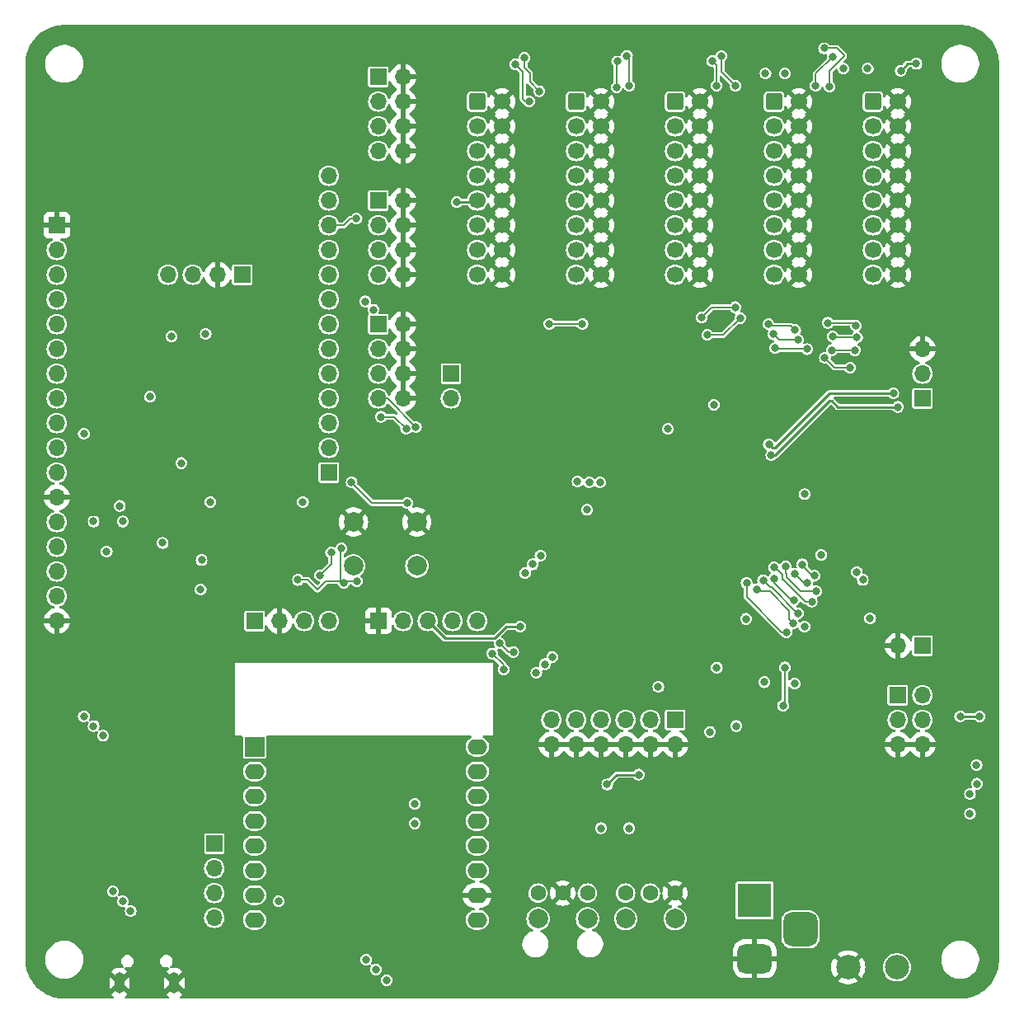
<source format=gbr>
%TF.GenerationSoftware,KiCad,Pcbnew,8.0.5*%
%TF.CreationDate,2025-01-18T12:22:11-08:00*%
%TF.ProjectId,dsp3,64737033-2e6b-4696-9361-645f70636258,rev?*%
%TF.SameCoordinates,Original*%
%TF.FileFunction,Copper,L4,Bot*%
%TF.FilePolarity,Positive*%
%FSLAX46Y46*%
G04 Gerber Fmt 4.6, Leading zero omitted, Abs format (unit mm)*
G04 Created by KiCad (PCBNEW 8.0.5) date 2025-01-18 12:22:11*
%MOMM*%
%LPD*%
G01*
G04 APERTURE LIST*
G04 Aperture macros list*
%AMRoundRect*
0 Rectangle with rounded corners*
0 $1 Rounding radius*
0 $2 $3 $4 $5 $6 $7 $8 $9 X,Y pos of 4 corners*
0 Add a 4 corners polygon primitive as box body*
4,1,4,$2,$3,$4,$5,$6,$7,$8,$9,$2,$3,0*
0 Add four circle primitives for the rounded corners*
1,1,$1+$1,$2,$3*
1,1,$1+$1,$4,$5*
1,1,$1+$1,$6,$7*
1,1,$1+$1,$8,$9*
0 Add four rect primitives between the rounded corners*
20,1,$1+$1,$2,$3,$4,$5,0*
20,1,$1+$1,$4,$5,$6,$7,0*
20,1,$1+$1,$6,$7,$8,$9,0*
20,1,$1+$1,$8,$9,$2,$3,0*%
G04 Aperture macros list end*
%TA.AperFunction,ComponentPad*%
%ADD10C,2.000000*%
%TD*%
%TA.AperFunction,ComponentPad*%
%ADD11C,1.600000*%
%TD*%
%TA.AperFunction,ComponentPad*%
%ADD12R,1.700000X1.700000*%
%TD*%
%TA.AperFunction,ComponentPad*%
%ADD13O,1.700000X1.700000*%
%TD*%
%TA.AperFunction,ComponentPad*%
%ADD14RoundRect,0.250000X-0.600000X-0.600000X0.600000X-0.600000X0.600000X0.600000X-0.600000X0.600000X0*%
%TD*%
%TA.AperFunction,ComponentPad*%
%ADD15C,1.700000*%
%TD*%
%TA.AperFunction,ComponentPad*%
%ADD16R,2.000000X2.000000*%
%TD*%
%TA.AperFunction,ComponentPad*%
%ADD17O,2.000000X1.600000*%
%TD*%
%TA.AperFunction,ComponentPad*%
%ADD18R,3.500000X3.500000*%
%TD*%
%TA.AperFunction,ComponentPad*%
%ADD19RoundRect,0.750000X1.000000X-0.750000X1.000000X0.750000X-1.000000X0.750000X-1.000000X-0.750000X0*%
%TD*%
%TA.AperFunction,ComponentPad*%
%ADD20RoundRect,0.875000X0.875000X-0.875000X0.875000X0.875000X-0.875000X0.875000X-0.875000X-0.875000X0*%
%TD*%
%TA.AperFunction,ComponentPad*%
%ADD21O,1.050000X2.150000*%
%TD*%
%TA.AperFunction,ComponentPad*%
%ADD22C,2.500000*%
%TD*%
%TA.AperFunction,ViaPad*%
%ADD23C,0.800000*%
%TD*%
%TA.AperFunction,Conductor*%
%ADD24C,0.250000*%
%TD*%
%TA.AperFunction,Conductor*%
%ADD25C,0.200000*%
%TD*%
G04 APERTURE END LIST*
D10*
%TO.P,U7,*%
%TO.N,*%
X163720000Y-139790000D03*
X158640000Y-139790000D03*
D11*
%TO.P,U7,1,VOUT*%
%TO.N,Net-(U7-VOUT)*%
X163720000Y-137160000D03*
%TO.P,U7,2,GND*%
%TO.N,GND*%
X161180000Y-137160000D03*
%TO.P,U7,3,VCC*%
%TO.N,Net-(U7-VCC)*%
X158640000Y-137160000D03*
%TD*%
D12*
%TO.P,J5,1,Pin_1*%
%TO.N,GND*%
X142240000Y-109220000D03*
D13*
%TO.P,J5,2,Pin_2*%
%TO.N,/ESP8266/MCU_V33*%
X144780000Y-109220000D03*
%TO.P,J5,3,Pin_3*%
%TO.N,/ESP8266/SW*%
X147319999Y-109220000D03*
%TO.P,J5,4,Pin_4*%
%TO.N,/ESP8266/ENCODER2*%
X149860000Y-109220000D03*
%TO.P,J5,5,Pin_5*%
%TO.N,/ESP8266/ENCODER1*%
X152400000Y-109220000D03*
%TD*%
D12*
%TO.P,J20,1,Pin_1*%
%TO.N,/DSP/THD_M*%
X149700000Y-83820000D03*
D13*
%TO.P,J20,2,Pin_2*%
%TO.N,/DSP/THD_P*%
X149700000Y-86360000D03*
%TD*%
D12*
%TO.P,J17,1,Pin_1*%
%TO.N,/rp2040/SWCLK*%
X128270000Y-73660000D03*
D13*
%TO.P,J17,2,Pin_2*%
%TO.N,GND*%
X125730000Y-73660000D03*
%TO.P,J17,3,Pin_3*%
%TO.N,/rp2040/SWD*%
X123190001Y-73660000D03*
%TO.P,J17,4,Pin_4*%
%TO.N,/rp2040/RUN*%
X120650000Y-73660000D03*
%TD*%
D14*
%TO.P,J3,1,Pin_1*%
%TO.N,/RAW_5V*%
X172720000Y-55880000D03*
D15*
%TO.P,J3,2,Pin_2*%
%TO.N,GND*%
X175260000Y-55880000D03*
%TO.P,J3,3,Pin_3*%
%TO.N,/DSP/dspconnector2/TODSP*%
X172720000Y-58420000D03*
%TO.P,J3,4,Pin_4*%
%TO.N,GND*%
X175260000Y-58420000D03*
%TO.P,J3,5,Pin_5*%
%TO.N,Net-(J3-Pin_5)*%
X172720000Y-60960000D03*
%TO.P,J3,6,Pin_6*%
%TO.N,GND*%
X175260000Y-60960000D03*
%TO.P,J3,7,Pin_7*%
%TO.N,Net-(J3-Pin_7)*%
X172720000Y-63500000D03*
%TO.P,J3,8,Pin_8*%
%TO.N,GND*%
X175260000Y-63500000D03*
%TO.P,J3,9,Pin_9*%
%TO.N,Net-(J3-Pin_9)*%
X172720000Y-66040000D03*
%TO.P,J3,10,Pin_10*%
%TO.N,GND*%
X175260000Y-66040000D03*
%TO.P,J3,11,Pin_11*%
%TO.N,/DSP/SDA*%
X172720000Y-68580000D03*
%TO.P,J3,12,Pin_12*%
%TO.N,GND*%
X175260000Y-68580000D03*
%TO.P,J3,13,Pin_13*%
%TO.N,/DSP/SCL*%
X172720000Y-71120000D03*
%TO.P,J3,14,Pin_14*%
%TO.N,GND*%
X175260000Y-71120000D03*
%TO.P,J3,15,Pin_15*%
%TO.N,Net-(J3-Pin_15)*%
X172720000Y-73660000D03*
%TO.P,J3,16,Pin_16*%
%TO.N,GND*%
X175260000Y-73660000D03*
%TD*%
D14*
%TO.P,J1,1,Pin_1*%
%TO.N,/RAW_5V*%
X193040000Y-55880000D03*
D15*
%TO.P,J1,2,Pin_2*%
%TO.N,GND*%
X195580000Y-55880000D03*
%TO.P,J1,3,Pin_3*%
%TO.N,/DSP/dspconnector/TODSP*%
X193040000Y-58420000D03*
%TO.P,J1,4,Pin_4*%
%TO.N,GND*%
X195580000Y-58420000D03*
%TO.P,J1,5,Pin_5*%
%TO.N,Net-(J1-Pin_5)*%
X193040000Y-60960000D03*
%TO.P,J1,6,Pin_6*%
%TO.N,GND*%
X195580000Y-60960000D03*
%TO.P,J1,7,Pin_7*%
%TO.N,Net-(J1-Pin_7)*%
X193040000Y-63500000D03*
%TO.P,J1,8,Pin_8*%
%TO.N,GND*%
X195580000Y-63500000D03*
%TO.P,J1,9,Pin_9*%
%TO.N,Net-(J1-Pin_9)*%
X193040000Y-66040000D03*
%TO.P,J1,10,Pin_10*%
%TO.N,GND*%
X195580000Y-66040000D03*
%TO.P,J1,11,Pin_11*%
%TO.N,/DSP/SDA*%
X193040000Y-68580000D03*
%TO.P,J1,12,Pin_12*%
%TO.N,GND*%
X195580000Y-68580000D03*
%TO.P,J1,13,Pin_13*%
%TO.N,/DSP/SCL*%
X193040000Y-71120000D03*
%TO.P,J1,14,Pin_14*%
%TO.N,GND*%
X195580000Y-71120000D03*
%TO.P,J1,15,Pin_15*%
%TO.N,Net-(J1-Pin_15)*%
X193040000Y-73660000D03*
%TO.P,J1,16,Pin_16*%
%TO.N,GND*%
X195580000Y-73660000D03*
%TD*%
D12*
%TO.P,J13,1,Pin_1*%
%TO.N,/DSP/SELFBOOT*%
X198120000Y-111760000D03*
D13*
%TO.P,J13,2,Pin_2*%
%TO.N,GND*%
X195580000Y-111760000D03*
%TD*%
D14*
%TO.P,J2,1,Pin_1*%
%TO.N,/RAW_5V*%
X182880000Y-55880000D03*
D15*
%TO.P,J2,2,Pin_2*%
%TO.N,GND*%
X185420000Y-55880000D03*
%TO.P,J2,3,Pin_3*%
%TO.N,/DSP/dspconnector1/TODSP*%
X182880000Y-58420000D03*
%TO.P,J2,4,Pin_4*%
%TO.N,GND*%
X185420000Y-58420000D03*
%TO.P,J2,5,Pin_5*%
%TO.N,Net-(J2-Pin_5)*%
X182880000Y-60959999D03*
%TO.P,J2,6,Pin_6*%
%TO.N,GND*%
X185420000Y-60960000D03*
%TO.P,J2,7,Pin_7*%
%TO.N,Net-(J2-Pin_7)*%
X182880000Y-63500000D03*
%TO.P,J2,8,Pin_8*%
%TO.N,GND*%
X185420000Y-63500000D03*
%TO.P,J2,9,Pin_9*%
%TO.N,Net-(J2-Pin_9)*%
X182880000Y-66040000D03*
%TO.P,J2,10,Pin_10*%
%TO.N,GND*%
X185420000Y-66040000D03*
%TO.P,J2,11,Pin_11*%
%TO.N,/DSP/SDA*%
X182880000Y-68580000D03*
%TO.P,J2,12,Pin_12*%
%TO.N,GND*%
X185420000Y-68580000D03*
%TO.P,J2,13,Pin_13*%
%TO.N,/DSP/SCL*%
X182880000Y-71120000D03*
%TO.P,J2,14,Pin_14*%
%TO.N,GND*%
X185420000Y-71120000D03*
%TO.P,J2,15,Pin_15*%
%TO.N,Net-(J2-Pin_15)*%
X182880000Y-73660001D03*
%TO.P,J2,16,Pin_16*%
%TO.N,GND*%
X185420000Y-73660000D03*
%TD*%
D16*
%TO.P,U3,1,~{RST}*%
%TO.N,unconnected-(U3-~{RST}-Pad1)*%
X129540000Y-122144999D03*
D17*
%TO.P,U3,2,A0*%
%TO.N,/ESP8266/A0*%
X129540000Y-124684999D03*
%TO.P,U3,3,D0*%
%TO.N,/ESP8266/D0*%
X129540000Y-127224998D03*
%TO.P,U3,4,SCK/D5*%
%TO.N,/ESP8266/ENCODER1*%
X129540000Y-129764999D03*
%TO.P,U3,5,MISO/D6*%
%TO.N,/ESP8266/ENCODER2*%
X129540000Y-132304999D03*
%TO.P,U3,6,MOSI/D7*%
%TO.N,/DSP/~{DSPRESET}*%
X129540000Y-134844999D03*
%TO.P,U3,7,CS/D8*%
%TO.N,/ESP8266/D8*%
X129540000Y-137384999D03*
%TO.P,U3,8,3V3*%
%TO.N,/ESP8266/MCU_V33*%
X129540000Y-139925000D03*
%TO.P,U3,9,5V*%
%TO.N,Net-(U3-5V)*%
X152400000Y-139925000D03*
%TO.P,U3,10,GND*%
%TO.N,GND*%
X152400000Y-137384999D03*
%TO.P,U3,11,D4*%
%TO.N,/ESP8266/D4*%
X152400000Y-134844999D03*
%TO.P,U3,12,D3*%
%TO.N,/ESP8266/SW*%
X152400000Y-132304999D03*
%TO.P,U3,13,SDA/D2*%
%TO.N,/ESP8266/MCU_SDA*%
X152400000Y-129764999D03*
%TO.P,U3,14,SCL/D1*%
%TO.N,/ESP8266/MCU_SCL*%
X152400000Y-127224998D03*
%TO.P,U3,15,RX*%
%TO.N,unconnected-(U3-RX-Pad15)*%
X152400000Y-124684999D03*
%TO.P,U3,16,TX*%
%TO.N,unconnected-(U3-TX-Pad16)*%
X152400000Y-122144999D03*
%TD*%
D18*
%TO.P,J21,1*%
%TO.N,Net-(D3-A)*%
X180900000Y-137900000D03*
D19*
%TO.P,J21,2*%
%TO.N,GND*%
X180900000Y-143900000D03*
D20*
%TO.P,J21,3*%
%TO.N,N/C*%
X185600000Y-140900000D03*
%TD*%
D10*
%TO.P,U4,*%
%TO.N,*%
X172720000Y-139790000D03*
X167640000Y-139790000D03*
D11*
%TO.P,U4,1,VIN*%
%TO.N,Net-(U4-VIN)*%
X167640000Y-137160000D03*
%TO.P,U4,2,VCC*%
%TO.N,V33*%
X170180000Y-137160000D03*
%TO.P,U4,3,GND*%
%TO.N,GND*%
X172720000Y-137160000D03*
%TD*%
D12*
%TO.P,J6,1,Pin_1*%
%TO.N,/ESP8266/MCU_V33*%
X129540000Y-109220000D03*
D13*
%TO.P,J6,2,Pin_2*%
%TO.N,GND*%
X132080000Y-109220000D03*
%TO.P,J6,3,Pin_3*%
%TO.N,/ESP8266/MCU_SCL*%
X134619999Y-109220000D03*
%TO.P,J6,4,Pin_4*%
%TO.N,/ESP8266/MCU_SDA*%
X137160000Y-109220000D03*
%TD*%
D12*
%TO.P,J16,1,Pin_1*%
%TO.N,/DSP/MP6*%
X198120000Y-86359999D03*
D13*
%TO.P,J16,2,Pin_2*%
%TO.N,/DSP/MP7*%
X198120000Y-83819999D03*
%TO.P,J16,3,Pin_3*%
%TO.N,GND*%
X198120000Y-81280000D03*
%TD*%
D12*
%TO.P,J12,1,Pin_1*%
%TO.N,/DSP/AUXADC5*%
X172720000Y-119380000D03*
D13*
%TO.P,J12,2,Pin_2*%
%TO.N,GND*%
X172720000Y-121920000D03*
%TO.P,J12,3,Pin_3*%
%TO.N,/DSP/AUXADC4*%
X170180000Y-119380000D03*
%TO.P,J12,4,Pin_4*%
%TO.N,GND*%
X170180000Y-121920000D03*
%TO.P,J12,5,Pin_5*%
%TO.N,/DSP/AUXADC3*%
X167640001Y-119380000D03*
%TO.P,J12,6,Pin_6*%
%TO.N,GND*%
X167640000Y-121920000D03*
%TO.P,J12,7,Pin_7*%
%TO.N,/DSP/AUXADC2*%
X165100000Y-119380000D03*
%TO.P,J12,8,Pin_8*%
%TO.N,GND*%
X165100000Y-121920000D03*
%TO.P,J12,9,Pin_9*%
%TO.N,/DSP/AUXADC1*%
X162560000Y-119380000D03*
%TO.P,J12,10,Pin_10*%
%TO.N,GND*%
X162560000Y-121920000D03*
%TO.P,J12,11,Pin_11*%
%TO.N,/DSP/AUXADC0*%
X160020000Y-119380000D03*
%TO.P,J12,12,Pin_12*%
%TO.N,GND*%
X160020000Y-121920000D03*
%TD*%
D21*
%TO.P,J14,6,Shield*%
%TO.N,GND*%
X115650000Y-146400000D03*
X121300000Y-146400000D03*
%TD*%
D12*
%TO.P,J18,1,Pin_1*%
%TO.N,GND*%
X109220000Y-68580000D03*
D13*
%TO.P,J18,2,Pin_2*%
%TO.N,/rp2040/GPIO16*%
X109220000Y-71120000D03*
%TO.P,J18,3,Pin_3*%
%TO.N,/rp2040/GPIO17*%
X109220000Y-73660000D03*
%TO.P,J18,4,Pin_4*%
%TO.N,/rp2040/GPIO18*%
X109220000Y-76200000D03*
%TO.P,J18,5,Pin_5*%
%TO.N,/rp2040/GPIO19*%
X109220000Y-78740000D03*
%TO.P,J18,6,Pin_6*%
%TO.N,/rp2040/GPIO20*%
X109220000Y-81280000D03*
%TO.P,J18,7,Pin_7*%
%TO.N,/rp2040/GPIO21*%
X109220000Y-83820000D03*
%TO.P,J18,8,Pin_8*%
%TO.N,/rp2040/GPIO22*%
X109220000Y-86360000D03*
%TO.P,J18,9,Pin_9*%
%TO.N,/rp2040/GPIO23*%
X109220000Y-88900000D03*
%TO.P,J18,10,Pin_10*%
%TO.N,/rp2040/GPIO24*%
X109220000Y-91440000D03*
%TO.P,J18,11,Pin_11*%
%TO.N,/rp2040/GPIO25*%
X109220000Y-93980000D03*
%TO.P,J18,12,Pin_12*%
%TO.N,GND*%
X109220000Y-96520000D03*
%TO.P,J18,13,Pin_13*%
%TO.N,/rp2040/GPIO26_ADC0*%
X109220000Y-99060000D03*
%TO.P,J18,14,Pin_14*%
%TO.N,/rp2040/GPIO27_ADC1*%
X109220000Y-101600000D03*
%TO.P,J18,15,Pin_15*%
%TO.N,/rp2040/GPIO28_ADC2*%
X109220000Y-104140000D03*
%TO.P,J18,16,Pin_16*%
%TO.N,/rp2040/GPIO29_ADC3*%
X109220000Y-106680000D03*
%TO.P,J18,17,Pin_17*%
%TO.N,GND*%
X109220000Y-109220000D03*
%TD*%
D22*
%TO.P,J15,1,Pin_1*%
%TO.N,GND*%
X190500000Y-144780000D03*
%TO.P,J15,2,Pin_2*%
%TO.N,Net-(D3-A)*%
X195500000Y-144780000D03*
%TD*%
D12*
%TO.P,J19,1,Pin_1*%
%TO.N,/RAW_5V*%
X142240000Y-78740000D03*
D13*
%TO.P,J19,2,Pin_2*%
%TO.N,GND*%
X144780000Y-78740000D03*
%TO.P,J19,3,Pin_3*%
%TO.N,/DSP/dspconnector_minimal_input3/SDAT*%
X142240000Y-81280000D03*
%TO.P,J19,4,Pin_4*%
%TO.N,GND*%
X144780000Y-81280000D03*
%TO.P,J19,5,Pin_5*%
%TO.N,/DSP/EXT_LRCLK*%
X142240000Y-83820000D03*
%TO.P,J19,6,Pin_6*%
%TO.N,GND*%
X144780000Y-83820000D03*
%TO.P,J19,7,Pin_7*%
%TO.N,/DSP/EXT_BCLK*%
X142240000Y-86360000D03*
%TO.P,J19,8,Pin_8*%
%TO.N,GND*%
X144780000Y-86360000D03*
%TD*%
D10*
%TO.P,SW2,1,A*%
%TO.N,GND*%
X139700000Y-99060000D03*
X146200000Y-99060000D03*
%TO.P,SW2,2,B*%
%TO.N,Net-(SW2-B)*%
X139700000Y-103560000D03*
X146200000Y-103560000D03*
%TD*%
D12*
%TO.P,J10,1,Pin_1*%
%TO.N,/RAW_5V*%
X142240000Y-53340000D03*
D13*
%TO.P,J10,2,Pin_2*%
%TO.N,GND*%
X144780000Y-53340000D03*
%TO.P,J10,3,Pin_3*%
%TO.N,/DSP/SDATA_IN1*%
X142240000Y-55880000D03*
%TO.P,J10,4,Pin_4*%
%TO.N,GND*%
X144780000Y-55880000D03*
%TO.P,J10,5,Pin_5*%
%TO.N,/DSP/LRCLK_IN1{slash}MP11*%
X142240000Y-58420000D03*
%TO.P,J10,6,Pin_6*%
%TO.N,GND*%
X144780000Y-58420000D03*
%TO.P,J10,7,Pin_7*%
%TO.N,/DSP/BCLK_IN1*%
X142240000Y-60960000D03*
%TO.P,J10,8,Pin_8*%
%TO.N,GND*%
X144780000Y-60960000D03*
%TD*%
D12*
%TO.P,J8,1,Pin_1*%
%TO.N,V33*%
X195580000Y-116840000D03*
D13*
%TO.P,J8,2,Pin_2*%
X198120000Y-116840000D03*
%TO.P,J8,3,Pin_3*%
%TO.N,/DSP/I2CADDR0*%
X195580000Y-119380000D03*
%TO.P,J8,4,Pin_4*%
%TO.N,/DSP/I2CADDR1*%
X198120000Y-119380000D03*
%TO.P,J8,5,Pin_5*%
%TO.N,GND*%
X195580000Y-121920000D03*
%TO.P,J8,6,Pin_6*%
X198120000Y-121920000D03*
%TD*%
D14*
%TO.P,J7,1,Pin_1*%
%TO.N,/RAW_5V*%
X152400000Y-55880000D03*
D15*
%TO.P,J7,2,Pin_2*%
%TO.N,GND*%
X154940000Y-55880000D03*
%TO.P,J7,3,Pin_3*%
%TO.N,/DSP/I2SIN0_SDAT*%
X152400000Y-58420000D03*
%TO.P,J7,4,Pin_4*%
%TO.N,GND*%
X154940000Y-58420000D03*
%TO.P,J7,5,Pin_5*%
%TO.N,/DSP/dspconnector_input/FROMDSP*%
X152400000Y-60960000D03*
%TO.P,J7,6,Pin_6*%
%TO.N,GND*%
X154940000Y-60960000D03*
%TO.P,J7,7,Pin_7*%
%TO.N,/DSP/I2SIN0_SCLK*%
X152400000Y-63500000D03*
%TO.P,J7,8,Pin_8*%
%TO.N,GND*%
X154940000Y-63500000D03*
%TO.P,J7,9,Pin_9*%
%TO.N,/DSP/I2SIN0_LR*%
X152400000Y-66040000D03*
%TO.P,J7,10,Pin_10*%
%TO.N,GND*%
X154940000Y-66040000D03*
%TO.P,J7,11,Pin_11*%
%TO.N,/DSP/SDA*%
X152400000Y-68580000D03*
%TO.P,J7,12,Pin_12*%
%TO.N,GND*%
X154940000Y-68580000D03*
%TO.P,J7,13,Pin_13*%
%TO.N,/DSP/SCL*%
X152400000Y-71120000D03*
%TO.P,J7,14,Pin_14*%
%TO.N,GND*%
X154940000Y-71120000D03*
%TO.P,J7,15,Pin_15*%
%TO.N,Net-(J7-Pin_15)*%
X152400000Y-73660000D03*
%TO.P,J7,16,Pin_16*%
%TO.N,GND*%
X154940000Y-73660000D03*
%TD*%
D14*
%TO.P,J4,1,Pin_1*%
%TO.N,/RAW_5V*%
X162560000Y-55880000D03*
D15*
%TO.P,J4,2,Pin_2*%
%TO.N,GND*%
X165100000Y-55880000D03*
%TO.P,J4,3,Pin_3*%
%TO.N,/DSP/dspconnector3/TODSP*%
X162560000Y-58420000D03*
%TO.P,J4,4,Pin_4*%
%TO.N,GND*%
X165100000Y-58420000D03*
%TO.P,J4,5,Pin_5*%
%TO.N,Net-(J4-Pin_5)*%
X162560000Y-60960000D03*
%TO.P,J4,6,Pin_6*%
%TO.N,GND*%
X165100000Y-60960000D03*
%TO.P,J4,7,Pin_7*%
%TO.N,Net-(J4-Pin_7)*%
X162560000Y-63500000D03*
%TO.P,J4,8,Pin_8*%
%TO.N,GND*%
X165100000Y-63500000D03*
%TO.P,J4,9,Pin_9*%
%TO.N,Net-(J4-Pin_9)*%
X162560000Y-66040000D03*
%TO.P,J4,10,Pin_10*%
%TO.N,GND*%
X165100000Y-66040000D03*
%TO.P,J4,11,Pin_11*%
%TO.N,/DSP/SDA*%
X162560000Y-68580000D03*
%TO.P,J4,12,Pin_12*%
%TO.N,GND*%
X165100000Y-68580000D03*
%TO.P,J4,13,Pin_13*%
%TO.N,/DSP/SCL*%
X162560000Y-71120000D03*
%TO.P,J4,14,Pin_14*%
%TO.N,GND*%
X165100000Y-71120000D03*
%TO.P,J4,15,Pin_15*%
%TO.N,Net-(J4-Pin_15)*%
X162560000Y-73660000D03*
%TO.P,J4,16,Pin_16*%
%TO.N,GND*%
X165100000Y-73660000D03*
%TD*%
D12*
%TO.P,J11,1,Pin_1*%
%TO.N,/ESP8266/A0*%
X125400000Y-132080000D03*
D13*
%TO.P,J11,2,Pin_2*%
%TO.N,/ESP8266/D0*%
X125400000Y-134620000D03*
%TO.P,J11,3,Pin_3*%
%TO.N,/ESP8266/D4*%
X125400000Y-137160000D03*
%TO.P,J11,4,Pin_4*%
%TO.N,/ESP8266/D8*%
X125400000Y-139700000D03*
%TD*%
D12*
%TO.P,J22,1,Pin_1*%
%TO.N,/rp2040/GPIO2*%
X137160000Y-93980000D03*
D13*
%TO.P,J22,2,Pin_2*%
%TO.N,/rp2040/GPIO3*%
X137160000Y-91440000D03*
%TO.P,J22,3,Pin_3*%
%TO.N,/rp2040/GPIO4*%
X137160000Y-88900001D03*
%TO.P,J22,4,Pin_4*%
%TO.N,/rp2040/GPIO5*%
X137160000Y-86360000D03*
%TO.P,J22,5,Pin_5*%
%TO.N,/rp2040/GPIO6*%
X137160000Y-83820000D03*
%TO.P,J22,6,Pin_6*%
%TO.N,/rp2040/GPIO7*%
X137160000Y-81280000D03*
%TO.P,J22,7,Pin_7*%
%TO.N,/rp2040/GPIO8*%
X137160000Y-78740000D03*
%TO.P,J22,8,Pin_8*%
%TO.N,/rp2040/GPIO9*%
X137160000Y-76199999D03*
%TO.P,J22,9,Pin_9*%
%TO.N,/rp2040/GPIO10*%
X137160000Y-73660000D03*
%TO.P,J22,10,Pin_10*%
%TO.N,/rp2040/GPIO11*%
X137160000Y-71120000D03*
%TO.P,J22,11,Pin_11*%
%TO.N,/rp2040/GPIO12*%
X137160000Y-68580000D03*
%TO.P,J22,12,Pin_12*%
%TO.N,/rp2040/GPIO13*%
X137160000Y-66040001D03*
%TO.P,J22,13,Pin_13*%
%TO.N,/rp2040/GPIO14*%
X137160000Y-63500000D03*
%TD*%
D12*
%TO.P,J9,1,Pin_1*%
%TO.N,/RAW_5V*%
X142240000Y-66040000D03*
D13*
%TO.P,J9,2,Pin_2*%
%TO.N,GND*%
X144780000Y-66040000D03*
%TO.P,J9,3,Pin_3*%
%TO.N,/DSP/SDATA_IN2*%
X142240000Y-68580000D03*
%TO.P,J9,4,Pin_4*%
%TO.N,GND*%
X144780000Y-68580000D03*
%TO.P,J9,5,Pin_5*%
%TO.N,/DSP/LRCLK_IN2{slash}MP12*%
X142240000Y-71120000D03*
%TO.P,J9,6,Pin_6*%
%TO.N,GND*%
X144780000Y-71120000D03*
%TO.P,J9,7,Pin_7*%
%TO.N,/DSP/BCLK_IN2*%
X142240000Y-73660000D03*
%TO.P,J9,8,Pin_8*%
%TO.N,GND*%
X144780000Y-73660000D03*
%TD*%
D23*
%TO.N,GND*%
X189000000Y-142000000D03*
X114650000Y-110000000D03*
X114650000Y-111000000D03*
X123500000Y-146300000D03*
X114200000Y-143000000D03*
X123500000Y-144000000D03*
X113000000Y-100942588D03*
X177200000Y-111200000D03*
X163700000Y-108800000D03*
X177000000Y-98000000D03*
X116000000Y-100349996D03*
X120000002Y-81100000D03*
X161500000Y-131900000D03*
X182900000Y-114250000D03*
X157995318Y-98192652D03*
X195000000Y-140000000D03*
X122400000Y-79299996D03*
X164467024Y-96587004D03*
X188700000Y-116400000D03*
X122750000Y-105489425D03*
X120800000Y-92700000D03*
X194000000Y-139000000D03*
X119700000Y-94800000D03*
X195593548Y-140735454D03*
X173100000Y-88500000D03*
X197000000Y-103000000D03*
X185000000Y-145575000D03*
X112000000Y-112000000D03*
X113000000Y-111000000D03*
X177400000Y-102700000D03*
X109000000Y-124000000D03*
X175000000Y-98000000D03*
X200000000Y-109000000D03*
X130400000Y-92400000D03*
X118399998Y-81100000D03*
X187000000Y-136000000D03*
X174000000Y-99000000D03*
X188800000Y-120500000D03*
X187000000Y-135000000D03*
X178000000Y-132000000D03*
X121184420Y-104952189D03*
X166700000Y-113900000D03*
X123000000Y-87400000D03*
X116100000Y-104800000D03*
X118700000Y-93700000D03*
X108000000Y-125000000D03*
X187250000Y-96900000D03*
X114086813Y-97816024D03*
X118700000Y-92700000D03*
X198000000Y-125000000D03*
X190064321Y-101308686D03*
X119800000Y-140300000D03*
X120800000Y-93700000D03*
X130300000Y-97100000D03*
X176000000Y-88150003D03*
X178000000Y-99000000D03*
X189000000Y-141000000D03*
X192000000Y-125000000D03*
X178000000Y-133000000D03*
X181000000Y-122000000D03*
X185000000Y-126000000D03*
X191300000Y-120500000D03*
X173300000Y-109000000D03*
X113900000Y-146800000D03*
X182500000Y-111300000D03*
X185500000Y-114500000D03*
X184000000Y-145575000D03*
X185100000Y-120200000D03*
X164400000Y-99400000D03*
X177000000Y-100000000D03*
X175000000Y-100000000D03*
X176000000Y-97000000D03*
X176000000Y-99000000D03*
X118700000Y-94800000D03*
X183000000Y-121000000D03*
X200000000Y-108000000D03*
X190000000Y-120500000D03*
X119799999Y-93799999D03*
X119800000Y-92700000D03*
X120800000Y-94800000D03*
X128600000Y-105300000D03*
X111621416Y-91389184D03*
X176000000Y-101000000D03*
%TO.N,Net-(J2-Pin_15)*%
X191300000Y-78900000D03*
X188400000Y-78600000D03*
%TO.N,Net-(J3-Pin_15)*%
X185050000Y-79350002D03*
X188900006Y-80000000D03*
X191400000Y-80100000D03*
X182324923Y-78748627D03*
%TO.N,Net-(J4-Pin_15)*%
X191200000Y-81400000D03*
X182837805Y-79777927D03*
X178900000Y-77000000D03*
X185343934Y-80356066D03*
X188799992Y-81400000D03*
X175448958Y-78048958D03*
%TO.N,/DSP/SDA*%
X176529024Y-51719801D03*
X137400000Y-102200000D03*
X195900000Y-52700000D03*
X188931698Y-51250000D03*
X187164204Y-54250000D03*
X156300000Y-52050000D03*
X166777508Y-51750000D03*
X166700000Y-54400000D03*
X182900639Y-104846533D03*
X136277647Y-104520313D03*
X157722340Y-55845427D03*
X197500000Y-52000000D03*
X184952774Y-107047225D03*
X176987594Y-54246928D03*
%TO.N,/DSP/SCL*%
X204000000Y-119000000D03*
X188026936Y-50400000D03*
X138700000Y-105300000D03*
X168004622Y-54250000D03*
X157247650Y-51398490D03*
X138467751Y-101772900D03*
X177500000Y-51200000D03*
X188575766Y-54350000D03*
X167772613Y-51173568D03*
X140026327Y-105126371D03*
X158759672Y-54808096D03*
X182885460Y-103696631D03*
X134000000Y-105000000D03*
X186752480Y-107215102D03*
X202000000Y-119000000D03*
X178915353Y-54250000D03*
%TO.N,V33*%
X186000000Y-96200000D03*
X168000000Y-130500000D03*
X192747486Y-108950000D03*
X181900000Y-115500000D03*
X157300000Y-104300000D03*
X192000000Y-105000000D03*
X158900000Y-102500000D03*
X177000000Y-114000000D03*
X160100000Y-112900000D03*
X171000000Y-116000000D03*
X158470000Y-114530000D03*
X163700000Y-97800000D03*
X172000000Y-89500000D03*
X179000000Y-120000000D03*
X159350000Y-113650000D03*
X158100000Y-103400000D03*
X165100000Y-130500000D03*
X191388876Y-104186102D03*
X185000000Y-115650000D03*
X176300000Y-120600000D03*
X186000000Y-109800000D03*
%TO.N,/RAW_5V*%
X143100000Y-146100000D03*
X182000000Y-53000000D03*
X192500000Y-52500000D03*
X116812500Y-139000000D03*
X141750000Y-77250000D03*
X203000000Y-127000000D03*
X116000000Y-138000000D03*
X190000000Y-52500000D03*
X203681281Y-124000000D03*
X203000000Y-129000000D03*
X141000000Y-144000000D03*
X140900000Y-76400000D03*
X184000000Y-53000000D03*
X203703851Y-125935146D03*
X142000000Y-145000000D03*
X115000000Y-137000012D03*
%TO.N,/DSP/DVDD*%
X163900000Y-95000000D03*
X165000000Y-95000000D03*
X187722288Y-102431477D03*
X162700000Y-94900000D03*
X176700000Y-87000010D03*
X180000000Y-109000000D03*
%TO.N,/ESP8266/SW*%
X156800000Y-109800000D03*
%TO.N,/ESP8266/MCU_V33*%
X146000000Y-130000000D03*
X146000000Y-128000000D03*
X132000000Y-138000000D03*
%TO.N,/ESP8266/MCU_SDA*%
X156100000Y-112400000D03*
X154725000Y-111500000D03*
%TO.N,/ESP8266/MCU_SCL*%
X153942461Y-112549980D03*
X155100000Y-114200000D03*
%TO.N,Net-(J7-Pin_15)*%
X183000000Y-81200000D03*
X179400000Y-78100000D03*
X176026997Y-79842969D03*
X186300000Y-81300000D03*
X163200000Y-78700000D03*
X188100000Y-82200000D03*
X190700000Y-83200000D03*
X159800000Y-78700000D03*
%TO.N,/DSP/I2SIN0_LR*%
X150300000Y-66200000D03*
%TO.N,/DSP/MP7*%
X182350520Y-91077385D03*
X195132940Y-85849114D03*
%TO.N,Net-(U1-SS_M{slash}MP0)*%
X180064733Y-105293566D03*
X184144299Y-110376531D03*
%TO.N,/DSP/I2CADDR0*%
X184993679Y-104390900D03*
X186275714Y-105314478D03*
%TO.N,/DSP/MP6*%
X195612385Y-87234401D03*
X182600000Y-92200000D03*
%TO.N,/DSP/I2CADDR1*%
X187220129Y-106164478D03*
X184080613Y-103622342D03*
%TO.N,/DSP/EXT_LRCLK*%
X142503654Y-88250000D03*
X145100000Y-89500000D03*
%TO.N,/DSP/EXT_BCLK*%
X146100000Y-89300000D03*
%TO.N,/DSP/~{DSPRESET_SUPERVISED}*%
X184000000Y-114000000D03*
X183800000Y-117900000D03*
%TO.N,/DSP/SCL_M*%
X184844074Y-109463941D03*
X181148334Y-105946252D03*
%TO.N,/DSP/SDA_M*%
X185329119Y-108421234D03*
X181764733Y-105026047D03*
%TO.N,/DSP/SELFBOOT*%
X185780613Y-103406961D03*
X187031275Y-104560464D03*
%TO.N,/DSP/~{DSPRESET}*%
X169000000Y-125000000D03*
X165750000Y-126009061D03*
%TO.N,/rp2040/PI_3V3*%
X124000000Y-106000000D03*
X121000000Y-80000000D03*
X125000000Y-97000000D03*
X134500000Y-97000000D03*
X120100000Y-101200014D03*
X116000000Y-99000000D03*
X122000000Y-93000000D03*
X113000000Y-99000000D03*
X114000000Y-121000000D03*
X113000000Y-120000000D03*
X112000000Y-90000000D03*
X124512951Y-79734787D03*
X115700000Y-97400000D03*
X112000000Y-119000000D03*
%TO.N,/rp2040/PI_1V1*%
X114350000Y-102090811D03*
X124098340Y-102968358D03*
X118800000Y-86200000D03*
%TO.N,/rp2040/GPIO12*%
X140000000Y-67900000D03*
%TO.N,/rp2040/GPIO14*%
X139500000Y-95000000D03*
X145200000Y-97100000D03*
%TD*%
D24*
%TO.N,GND*%
X200000000Y-109000000D02*
X200000000Y-108000000D01*
D25*
%TO.N,Net-(J2-Pin_15)*%
X188400000Y-78600000D02*
X191000000Y-78600000D01*
X191000000Y-78600000D02*
X191300000Y-78900000D01*
%TO.N,Net-(J3-Pin_15)*%
X184627925Y-78927927D02*
X182504223Y-78927927D01*
X185050000Y-79350002D02*
X184627925Y-78927927D01*
X189000006Y-80100000D02*
X188900006Y-80000000D01*
X191400000Y-80100000D02*
X189000006Y-80100000D01*
X182504223Y-78927927D02*
X182324923Y-78748627D01*
%TO.N,Net-(J4-Pin_15)*%
X185343934Y-80356066D02*
X183415944Y-80356066D01*
X176497916Y-77000000D02*
X175448958Y-78048958D01*
X191200000Y-81400000D02*
X188799992Y-81400000D01*
X178900000Y-77000000D02*
X176497916Y-77000000D01*
X183415944Y-80356066D02*
X182837805Y-79777927D01*
%TO.N,/DSP/SDA*%
X184952774Y-107047225D02*
X184635679Y-107047225D01*
D24*
X197500000Y-52000000D02*
X196600000Y-52000000D01*
D25*
X137400000Y-102200000D02*
X137400000Y-103397960D01*
X176987594Y-52178371D02*
X176987594Y-54246928D01*
X184635679Y-107047225D02*
X182900639Y-105312185D01*
X182900639Y-105312185D02*
X182900639Y-104846533D01*
X157346061Y-55845427D02*
X157722340Y-55845427D01*
X157074581Y-55573947D02*
X157346061Y-55845427D01*
X187164204Y-54250000D02*
X187164204Y-53017494D01*
X156300000Y-52050000D02*
X157074581Y-52824581D01*
X166700000Y-54400000D02*
X166700000Y-51827508D01*
X176529024Y-51719801D02*
X176987594Y-52178371D01*
D24*
X196600000Y-52000000D02*
X195900000Y-52700000D01*
D25*
X137400000Y-103397960D02*
X136277647Y-104520313D01*
X157074581Y-52824581D02*
X157074581Y-55573947D01*
X166700000Y-51827508D02*
X166777508Y-51750000D01*
X187164204Y-53017494D02*
X188931698Y-51250000D01*
%TO.N,/DSP/SCL*%
X186110601Y-107215102D02*
X183832216Y-104936717D01*
D24*
X202000000Y-119000000D02*
X204000000Y-119000000D01*
D25*
X157247650Y-51398490D02*
X157247650Y-52431964D01*
X188575766Y-54350000D02*
X188575766Y-52722152D01*
X136873629Y-105126371D02*
X136000000Y-106000000D01*
X167772613Y-51173568D02*
X168004622Y-51405577D01*
X190067560Y-51230358D02*
X190067560Y-51097918D01*
X138000000Y-105126371D02*
X136873629Y-105126371D01*
X182885460Y-103996533D02*
X182885460Y-103696631D01*
X138000000Y-105126371D02*
X136873617Y-105126371D01*
X157247650Y-52431964D02*
X157819970Y-53004284D01*
X177500000Y-52834647D02*
X178915353Y-54250000D01*
X135000000Y-105000000D02*
X134000000Y-105000000D01*
X188575766Y-52722152D02*
X190067560Y-51230358D01*
X138700000Y-105300000D02*
X138400000Y-105000000D01*
X190067560Y-51097918D02*
X189369642Y-50400000D01*
X140026327Y-105126371D02*
X138000000Y-105126371D01*
X189369642Y-50400000D02*
X188026936Y-50400000D01*
X157819970Y-53004284D02*
X157819970Y-53868394D01*
X186752480Y-107215102D02*
X186110601Y-107215102D01*
X168004622Y-51405577D02*
X168004622Y-54250000D01*
X183750639Y-104936717D02*
X183750639Y-104494451D01*
X138400000Y-101840651D02*
X138467751Y-101772900D01*
X183252721Y-103996533D02*
X182885460Y-103996533D01*
X136000000Y-106000000D02*
X135000000Y-105000000D01*
X183750639Y-104494451D02*
X183252721Y-103996533D01*
X157819970Y-53868394D02*
X158759672Y-54808096D01*
X177500000Y-51200000D02*
X177500000Y-52834647D01*
X183832216Y-104936717D02*
X183750639Y-104936717D01*
X138400000Y-105000000D02*
X138400000Y-101840651D01*
D24*
%TO.N,/ESP8266/SW*%
X149099999Y-111000000D02*
X154199695Y-111000000D01*
X154199695Y-111000000D02*
X155399695Y-109800000D01*
X155399695Y-109800000D02*
X156800000Y-109800000D01*
X147319999Y-109220000D02*
X149099999Y-111000000D01*
D25*
%TO.N,/ESP8266/MCU_SDA*%
X155625000Y-112400000D02*
X156100000Y-112400000D01*
X154725000Y-111500000D02*
X155625000Y-112400000D01*
%TO.N,/ESP8266/MCU_SCL*%
X153942461Y-112549980D02*
X155100000Y-113707519D01*
X155100000Y-113707519D02*
X155100000Y-114200000D01*
%TO.N,Net-(J7-Pin_15)*%
X179400000Y-78100000D02*
X177657031Y-79842969D01*
X189100000Y-83200000D02*
X188100000Y-82200000D01*
X177657031Y-79842969D02*
X176026997Y-79842969D01*
X183100000Y-81300000D02*
X183000000Y-81200000D01*
X186300000Y-81300000D02*
X183100000Y-81300000D01*
X190700000Y-83200000D02*
X189100000Y-83200000D01*
X163200000Y-78700000D02*
X159800000Y-78700000D01*
D24*
%TO.N,/DSP/I2SIN0_LR*%
X152240000Y-66200000D02*
X152400000Y-66040000D01*
X150300000Y-66200000D02*
X152240000Y-66200000D01*
%TO.N,/DSP/MP7*%
X188538323Y-85849114D02*
X195132940Y-85849114D01*
X182698135Y-91425000D02*
X182962437Y-91425000D01*
X182350520Y-91077385D02*
X182698135Y-91425000D01*
X182962437Y-91425000D02*
X188538323Y-85849114D01*
D25*
%TO.N,Net-(U1-SS_M{slash}MP0)*%
X183676531Y-110376531D02*
X180064733Y-106764733D01*
X180064733Y-106764733D02*
X180064733Y-105293566D01*
X184144299Y-110376531D02*
X183676531Y-110376531D01*
%TO.N,/DSP/I2CADDR0*%
X185917257Y-105314478D02*
X186275714Y-105314478D01*
X184993679Y-104390900D02*
X185917257Y-105314478D01*
D24*
%TO.N,/DSP/MP6*%
X182600000Y-92200000D02*
X183000000Y-92200000D01*
X189434401Y-87234401D02*
X195612385Y-87234401D01*
X183000000Y-92200000D02*
X188600000Y-86600000D01*
X188600000Y-86600000D02*
X188800000Y-86600000D01*
X188800000Y-86600000D02*
X189434401Y-87234401D01*
D25*
%TO.N,/DSP/I2CADDR1*%
X184150639Y-104328765D02*
X184080613Y-104258739D01*
X184080613Y-104258739D02*
X184080613Y-103622342D01*
X185625662Y-106164478D02*
X184150639Y-104689455D01*
X184150639Y-104689455D02*
X184150639Y-104328765D01*
X187220129Y-106164478D02*
X185625662Y-106164478D01*
%TO.N,/DSP/EXT_LRCLK*%
X143850000Y-88250000D02*
X142503654Y-88250000D01*
X145100000Y-89500000D02*
X143850000Y-88250000D01*
%TO.N,/DSP/EXT_BCLK*%
X143153654Y-86360000D02*
X142240000Y-86360000D01*
X146100000Y-89300000D02*
X146093654Y-89300000D01*
X146093654Y-89300000D02*
X143153654Y-86360000D01*
%TO.N,/DSP/~{DSPRESET_SUPERVISED}*%
X184000000Y-114000000D02*
X184000000Y-117700000D01*
X184000000Y-117700000D02*
X183800000Y-117900000D01*
%TO.N,/DSP/SCL_M*%
X184844074Y-109463941D02*
X184451341Y-109071208D01*
X181365686Y-106163604D02*
X181148334Y-105946252D01*
X182453554Y-106163604D02*
X181365686Y-106163604D01*
X184451341Y-109071208D02*
X184451341Y-108161391D01*
X184451341Y-108161391D02*
X182453554Y-106163604D01*
%TO.N,/DSP/SDA_M*%
X185329119Y-108421234D02*
X185276870Y-108421234D01*
X182619240Y-105763604D02*
X182502290Y-105763604D01*
X182502290Y-105763604D02*
X181764733Y-105026047D01*
X185276870Y-108421234D02*
X182619240Y-105763604D01*
%TO.N,/DSP/SELFBOOT*%
X185780613Y-103512845D02*
X186828232Y-104560464D01*
X186828232Y-104560464D02*
X187031275Y-104560464D01*
X185780613Y-103406961D02*
X185780613Y-103512845D01*
D24*
%TO.N,/DSP/~{DSPRESET}*%
X166759061Y-125000000D02*
X165750000Y-126009061D01*
X169000000Y-125000000D02*
X166759061Y-125000000D01*
D25*
%TO.N,/rp2040/GPIO12*%
X139400000Y-67900000D02*
X138720000Y-68580000D01*
X140000000Y-67900000D02*
X139400000Y-67900000D01*
X138720000Y-68580000D02*
X137160000Y-68580000D01*
%TO.N,/rp2040/GPIO14*%
X141600000Y-97100000D02*
X145200000Y-97100000D01*
X139500000Y-95000000D02*
X141600000Y-97100000D01*
%TD*%
%TA.AperFunction,Conductor*%
%TO.N,GND*%
G36*
X162094075Y-121727007D02*
G01*
X162060000Y-121854174D01*
X162060000Y-121985826D01*
X162094075Y-122112993D01*
X162126988Y-122170000D01*
X160453012Y-122170000D01*
X160485925Y-122112993D01*
X160520000Y-121985826D01*
X160520000Y-121854174D01*
X160485925Y-121727007D01*
X160453012Y-121670000D01*
X162126988Y-121670000D01*
X162094075Y-121727007D01*
G37*
%TD.AperFunction*%
%TA.AperFunction,Conductor*%
G36*
X164634075Y-121727007D02*
G01*
X164600000Y-121854174D01*
X164600000Y-121985826D01*
X164634075Y-122112993D01*
X164666988Y-122170000D01*
X162993012Y-122170000D01*
X163025925Y-122112993D01*
X163060000Y-121985826D01*
X163060000Y-121854174D01*
X163025925Y-121727007D01*
X162993012Y-121670000D01*
X164666988Y-121670000D01*
X164634075Y-121727007D01*
G37*
%TD.AperFunction*%
%TA.AperFunction,Conductor*%
G36*
X167174075Y-121727007D02*
G01*
X167140000Y-121854174D01*
X167140000Y-121985826D01*
X167174075Y-122112993D01*
X167206988Y-122170000D01*
X165533012Y-122170000D01*
X165565925Y-122112993D01*
X165600000Y-121985826D01*
X165600000Y-121854174D01*
X165565925Y-121727007D01*
X165533012Y-121670000D01*
X167206988Y-121670000D01*
X167174075Y-121727007D01*
G37*
%TD.AperFunction*%
%TA.AperFunction,Conductor*%
G36*
X169714075Y-121727007D02*
G01*
X169680000Y-121854174D01*
X169680000Y-121985826D01*
X169714075Y-122112993D01*
X169746988Y-122170000D01*
X168073012Y-122170000D01*
X168105925Y-122112993D01*
X168140000Y-121985826D01*
X168140000Y-121854174D01*
X168105925Y-121727007D01*
X168073012Y-121670000D01*
X169746988Y-121670000D01*
X169714075Y-121727007D01*
G37*
%TD.AperFunction*%
%TA.AperFunction,Conductor*%
G36*
X172254075Y-121727007D02*
G01*
X172220000Y-121854174D01*
X172220000Y-121985826D01*
X172254075Y-122112993D01*
X172286988Y-122170000D01*
X170613012Y-122170000D01*
X170645925Y-122112993D01*
X170680000Y-121985826D01*
X170680000Y-121854174D01*
X170645925Y-121727007D01*
X170613012Y-121670000D01*
X172286988Y-121670000D01*
X172254075Y-121727007D01*
G37*
%TD.AperFunction*%
%TA.AperFunction,Conductor*%
G36*
X197654075Y-121727007D02*
G01*
X197620000Y-121854174D01*
X197620000Y-121985826D01*
X197654075Y-122112993D01*
X197686988Y-122170000D01*
X196013012Y-122170000D01*
X196045925Y-122112993D01*
X196080000Y-121985826D01*
X196080000Y-121854174D01*
X196045925Y-121727007D01*
X196013012Y-121670000D01*
X197686988Y-121670000D01*
X197654075Y-121727007D01*
G37*
%TD.AperFunction*%
%TA.AperFunction,Conductor*%
G36*
X145030000Y-85926988D02*
G01*
X144972993Y-85894075D01*
X144845826Y-85860000D01*
X144714174Y-85860000D01*
X144587007Y-85894075D01*
X144530000Y-85926988D01*
X144530000Y-84253012D01*
X144587007Y-84285925D01*
X144714174Y-84320000D01*
X144845826Y-84320000D01*
X144972993Y-84285925D01*
X145030000Y-84253012D01*
X145030000Y-85926988D01*
G37*
%TD.AperFunction*%
%TA.AperFunction,Conductor*%
G36*
X145030000Y-83386988D02*
G01*
X144972993Y-83354075D01*
X144845826Y-83320000D01*
X144714174Y-83320000D01*
X144587007Y-83354075D01*
X144530000Y-83386988D01*
X144530000Y-81713012D01*
X144587007Y-81745925D01*
X144714174Y-81780000D01*
X144845826Y-81780000D01*
X144972993Y-81745925D01*
X145030000Y-81713012D01*
X145030000Y-83386988D01*
G37*
%TD.AperFunction*%
%TA.AperFunction,Conductor*%
G36*
X145030000Y-80846988D02*
G01*
X144972993Y-80814075D01*
X144845826Y-80780000D01*
X144714174Y-80780000D01*
X144587007Y-80814075D01*
X144530000Y-80846988D01*
X144530000Y-79173012D01*
X144587007Y-79205925D01*
X144714174Y-79240000D01*
X144845826Y-79240000D01*
X144972993Y-79205925D01*
X145030000Y-79173012D01*
X145030000Y-80846988D01*
G37*
%TD.AperFunction*%
%TA.AperFunction,Conductor*%
G36*
X145030000Y-73226988D02*
G01*
X144972993Y-73194075D01*
X144845826Y-73160000D01*
X144714174Y-73160000D01*
X144587007Y-73194075D01*
X144530000Y-73226988D01*
X144530000Y-71553012D01*
X144587007Y-71585925D01*
X144714174Y-71620000D01*
X144845826Y-71620000D01*
X144972993Y-71585925D01*
X145030000Y-71553012D01*
X145030000Y-73226988D01*
G37*
%TD.AperFunction*%
%TA.AperFunction,Conductor*%
G36*
X145030000Y-70686988D02*
G01*
X144972993Y-70654075D01*
X144845826Y-70620000D01*
X144714174Y-70620000D01*
X144587007Y-70654075D01*
X144530000Y-70686988D01*
X144530000Y-69013012D01*
X144587007Y-69045925D01*
X144714174Y-69080000D01*
X144845826Y-69080000D01*
X144972993Y-69045925D01*
X145030000Y-69013012D01*
X145030000Y-70686988D01*
G37*
%TD.AperFunction*%
%TA.AperFunction,Conductor*%
G36*
X145030000Y-68146988D02*
G01*
X144972993Y-68114075D01*
X144845826Y-68080000D01*
X144714174Y-68080000D01*
X144587007Y-68114075D01*
X144530000Y-68146988D01*
X144530000Y-66473012D01*
X144587007Y-66505925D01*
X144714174Y-66540000D01*
X144845826Y-66540000D01*
X144972993Y-66505925D01*
X145030000Y-66473012D01*
X145030000Y-68146988D01*
G37*
%TD.AperFunction*%
%TA.AperFunction,Conductor*%
G36*
X145030000Y-60526988D02*
G01*
X144972993Y-60494075D01*
X144845826Y-60460000D01*
X144714174Y-60460000D01*
X144587007Y-60494075D01*
X144530000Y-60526988D01*
X144530000Y-58853012D01*
X144587007Y-58885925D01*
X144714174Y-58920000D01*
X144845826Y-58920000D01*
X144972993Y-58885925D01*
X145030000Y-58853012D01*
X145030000Y-60526988D01*
G37*
%TD.AperFunction*%
%TA.AperFunction,Conductor*%
G36*
X145030000Y-57986988D02*
G01*
X144972993Y-57954075D01*
X144845826Y-57920000D01*
X144714174Y-57920000D01*
X144587007Y-57954075D01*
X144530000Y-57986988D01*
X144530000Y-56313012D01*
X144587007Y-56345925D01*
X144714174Y-56380000D01*
X144845826Y-56380000D01*
X144972993Y-56345925D01*
X145030000Y-56313012D01*
X145030000Y-57986988D01*
G37*
%TD.AperFunction*%
%TA.AperFunction,Conductor*%
G36*
X145030000Y-55446988D02*
G01*
X144972993Y-55414075D01*
X144845826Y-55380000D01*
X144714174Y-55380000D01*
X144587007Y-55414075D01*
X144530000Y-55446988D01*
X144530000Y-53773012D01*
X144587007Y-53805925D01*
X144714174Y-53840000D01*
X144845826Y-53840000D01*
X144972993Y-53805925D01*
X145030000Y-53773012D01*
X145030000Y-55446988D01*
G37*
%TD.AperFunction*%
%TA.AperFunction,Conductor*%
G36*
X202000733Y-48000008D02*
G01*
X202191077Y-48002343D01*
X202201681Y-48002930D01*
X202581224Y-48040312D01*
X202593249Y-48042096D01*
X202966527Y-48116345D01*
X202978329Y-48119301D01*
X203342544Y-48229785D01*
X203354002Y-48233885D01*
X203705627Y-48379532D01*
X203716626Y-48384734D01*
X204052282Y-48564147D01*
X204062713Y-48570399D01*
X204379169Y-48781849D01*
X204388942Y-48789097D01*
X204683148Y-49030544D01*
X204692165Y-49038717D01*
X204961282Y-49307834D01*
X204969455Y-49316851D01*
X205210902Y-49611057D01*
X205218150Y-49620830D01*
X205429600Y-49937286D01*
X205435856Y-49947724D01*
X205615264Y-50283372D01*
X205620467Y-50294372D01*
X205766114Y-50645997D01*
X205770214Y-50657455D01*
X205880698Y-51021670D01*
X205883654Y-51033474D01*
X205957902Y-51406744D01*
X205959688Y-51418781D01*
X205997068Y-51798304D01*
X205997656Y-51808937D01*
X205999991Y-51999266D01*
X206000000Y-52000787D01*
X206000000Y-143999212D01*
X205999991Y-144000733D01*
X205997656Y-144191062D01*
X205997068Y-144201695D01*
X205959688Y-144581218D01*
X205957902Y-144593255D01*
X205883654Y-144966525D01*
X205880698Y-144978329D01*
X205770214Y-145342544D01*
X205766114Y-145354002D01*
X205620467Y-145705627D01*
X205615264Y-145716627D01*
X205435856Y-146052275D01*
X205429600Y-146062713D01*
X205218150Y-146379169D01*
X205210902Y-146388942D01*
X204969455Y-146683148D01*
X204961282Y-146692165D01*
X204692165Y-146961282D01*
X204683148Y-146969455D01*
X204388942Y-147210902D01*
X204379169Y-147218150D01*
X204062713Y-147429600D01*
X204052275Y-147435856D01*
X203716627Y-147615264D01*
X203705627Y-147620467D01*
X203354002Y-147766114D01*
X203342544Y-147770214D01*
X202978329Y-147880698D01*
X202966525Y-147883654D01*
X202593255Y-147957902D01*
X202581218Y-147959688D01*
X202201695Y-147997068D01*
X202191062Y-147997656D01*
X202000734Y-147999991D01*
X201999213Y-148000000D01*
X121982290Y-148000000D01*
X121915251Y-147980315D01*
X121869496Y-147927511D01*
X121859552Y-147858353D01*
X121888577Y-147794797D01*
X121913400Y-147772898D01*
X121953395Y-147746173D01*
X121953403Y-147746167D01*
X122096170Y-147603400D01*
X122117669Y-147571223D01*
X122117669Y-147571222D01*
X121541557Y-146995110D01*
X121550000Y-146974728D01*
X121550000Y-146399999D01*
X121653553Y-146399999D01*
X121653553Y-146400000D01*
X122321599Y-147068046D01*
X122321600Y-147068046D01*
X122324999Y-147050958D01*
X122325000Y-147050955D01*
X122325000Y-146099998D01*
X142494318Y-146099998D01*
X142494318Y-146100001D01*
X142514955Y-146256760D01*
X142514956Y-146256762D01*
X142575464Y-146402841D01*
X142671718Y-146528282D01*
X142797159Y-146624536D01*
X142943238Y-146685044D01*
X142997328Y-146692165D01*
X143099999Y-146705682D01*
X143100000Y-146705682D01*
X143100001Y-146705682D01*
X143152254Y-146698802D01*
X143256762Y-146685044D01*
X143402841Y-146624536D01*
X143528282Y-146528282D01*
X143624536Y-146402841D01*
X143685044Y-146256762D01*
X143705682Y-146100000D01*
X143700772Y-146062708D01*
X143685044Y-145943239D01*
X143685044Y-145943238D01*
X143624536Y-145797159D01*
X143528282Y-145671718D01*
X143402841Y-145575464D01*
X143256762Y-145514956D01*
X143256760Y-145514955D01*
X143100001Y-145494318D01*
X143099999Y-145494318D01*
X142943239Y-145514955D01*
X142943237Y-145514956D01*
X142797160Y-145575463D01*
X142671718Y-145671718D01*
X142575463Y-145797160D01*
X142514956Y-145943237D01*
X142514955Y-145943239D01*
X142494318Y-146099998D01*
X122325000Y-146099998D01*
X122325000Y-145749047D01*
X122321599Y-145731951D01*
X121653553Y-146399999D01*
X121550000Y-146399999D01*
X121550000Y-145825272D01*
X121541557Y-145804889D01*
X122117669Y-145228776D01*
X122117669Y-145228775D01*
X122096171Y-145196602D01*
X121953398Y-145053828D01*
X121785526Y-144941659D01*
X121785513Y-144941652D01*
X121598983Y-144864390D01*
X121598974Y-144864387D01*
X121400958Y-144825000D01*
X121199041Y-144825000D01*
X121001902Y-144864213D01*
X120932310Y-144857986D01*
X120877133Y-144815122D01*
X120853889Y-144749232D01*
X120869957Y-144681236D01*
X120890026Y-144654918D01*
X120980276Y-144564669D01*
X121051465Y-144458127D01*
X121100501Y-144339744D01*
X121115821Y-144262729D01*
X121125500Y-144214071D01*
X121125500Y-144085928D01*
X121108407Y-143999998D01*
X140394318Y-143999998D01*
X140394318Y-144000001D01*
X140414955Y-144156760D01*
X140414956Y-144156762D01*
X140424581Y-144180000D01*
X140475464Y-144302841D01*
X140571718Y-144428282D01*
X140697159Y-144524536D01*
X140843238Y-144585044D01*
X140905607Y-144593255D01*
X140999999Y-144605682D01*
X141000000Y-144605682D01*
X141000001Y-144605682D01*
X141052254Y-144598802D01*
X141156762Y-144585044D01*
X141302841Y-144524536D01*
X141302845Y-144524532D01*
X141309881Y-144520472D01*
X141311476Y-144523235D01*
X141362625Y-144503434D01*
X141431077Y-144517440D01*
X141481089Y-144566231D01*
X141496784Y-144634315D01*
X141477228Y-144688791D01*
X141479528Y-144690119D01*
X141475465Y-144697156D01*
X141414956Y-144843237D01*
X141414955Y-144843239D01*
X141394318Y-144999998D01*
X141394318Y-145000001D01*
X141414955Y-145156760D01*
X141414956Y-145156762D01*
X141469652Y-145288811D01*
X141475464Y-145302841D01*
X141571718Y-145428282D01*
X141697159Y-145524536D01*
X141843238Y-145585044D01*
X141921619Y-145595363D01*
X141999999Y-145605682D01*
X142000000Y-145605682D01*
X142000001Y-145605682D01*
X142052254Y-145598802D01*
X142156762Y-145585044D01*
X142302841Y-145524536D01*
X142428282Y-145428282D01*
X142524536Y-145302841D01*
X142585044Y-145156762D01*
X142600213Y-145041545D01*
X142605682Y-145000001D01*
X142605682Y-144999998D01*
X142590682Y-144886061D01*
X142585044Y-144843238D01*
X142524536Y-144697159D01*
X142428282Y-144571718D01*
X142302841Y-144475464D01*
X142261000Y-144458133D01*
X142156762Y-144414956D01*
X142156760Y-144414955D01*
X142000001Y-144394318D01*
X141999999Y-144394318D01*
X141843239Y-144414955D01*
X141843237Y-144414956D01*
X141697156Y-144475465D01*
X141690119Y-144479528D01*
X141688533Y-144476781D01*
X141637251Y-144496575D01*
X141568814Y-144482501D01*
X141518850Y-144433661D01*
X141503222Y-144365561D01*
X141522789Y-144311218D01*
X141520472Y-144309881D01*
X141524534Y-144302843D01*
X141524536Y-144302841D01*
X141585044Y-144156762D01*
X141603237Y-144018573D01*
X141605682Y-144000001D01*
X141605682Y-143999998D01*
X141590678Y-143886031D01*
X141585044Y-143843238D01*
X141524536Y-143697159D01*
X141428282Y-143571718D01*
X141302841Y-143475464D01*
X141193332Y-143430104D01*
X141156762Y-143414956D01*
X141156760Y-143414955D01*
X141000001Y-143394318D01*
X140999999Y-143394318D01*
X140843239Y-143414955D01*
X140843237Y-143414956D01*
X140697160Y-143475463D01*
X140571718Y-143571718D01*
X140475463Y-143697160D01*
X140414956Y-143843237D01*
X140414955Y-143843239D01*
X140394318Y-143999998D01*
X121108407Y-143999998D01*
X121100502Y-143960261D01*
X121100501Y-143960260D01*
X121100501Y-143960256D01*
X121052031Y-143843239D01*
X121051466Y-143841875D01*
X121051461Y-143841866D01*
X120980276Y-143735331D01*
X120980273Y-143735327D01*
X120889672Y-143644726D01*
X120889668Y-143644723D01*
X120783133Y-143573538D01*
X120783124Y-143573533D01*
X120664744Y-143524499D01*
X120664738Y-143524497D01*
X120539071Y-143499500D01*
X120539069Y-143499500D01*
X120410931Y-143499500D01*
X120410929Y-143499500D01*
X120285261Y-143524497D01*
X120285255Y-143524499D01*
X120166875Y-143573533D01*
X120166866Y-143573538D01*
X120060331Y-143644723D01*
X120060327Y-143644726D01*
X119969726Y-143735327D01*
X119969723Y-143735331D01*
X119898538Y-143841866D01*
X119898533Y-143841875D01*
X119849499Y-143960255D01*
X119849497Y-143960261D01*
X119824500Y-144085928D01*
X119824500Y-144085931D01*
X119824500Y-144214069D01*
X119824500Y-144214071D01*
X119824499Y-144214071D01*
X119849497Y-144339738D01*
X119849499Y-144339744D01*
X119898533Y-144458124D01*
X119898538Y-144458133D01*
X119969723Y-144564668D01*
X119969726Y-144564672D01*
X120060327Y-144655273D01*
X120060331Y-144655276D01*
X120166866Y-144726461D01*
X120166872Y-144726464D01*
X120166873Y-144726465D01*
X120285256Y-144775501D01*
X120285260Y-144775501D01*
X120285261Y-144775502D01*
X120410928Y-144800500D01*
X120410931Y-144800500D01*
X120539070Y-144800500D01*
X120564537Y-144795433D01*
X120620609Y-144784280D01*
X120690200Y-144790507D01*
X120745378Y-144833369D01*
X120768623Y-144899258D01*
X120752556Y-144967256D01*
X120713693Y-145008998D01*
X120646602Y-145053827D01*
X120646596Y-145053832D01*
X120503835Y-145196593D01*
X120503829Y-145196600D01*
X120482329Y-145228776D01*
X121058442Y-145804889D01*
X121050000Y-145825272D01*
X121050000Y-146974728D01*
X121058442Y-146995109D01*
X120482328Y-147571222D01*
X120482328Y-147571223D01*
X120503826Y-147603394D01*
X120503827Y-147603396D01*
X120646601Y-147746171D01*
X120646604Y-147746173D01*
X120686600Y-147772898D01*
X120731406Y-147826510D01*
X120740113Y-147895835D01*
X120709959Y-147958862D01*
X120650516Y-147995582D01*
X120617710Y-148000000D01*
X116332290Y-148000000D01*
X116265251Y-147980315D01*
X116219496Y-147927511D01*
X116209552Y-147858353D01*
X116238577Y-147794797D01*
X116263400Y-147772898D01*
X116303395Y-147746173D01*
X116303403Y-147746167D01*
X116446170Y-147603400D01*
X116467669Y-147571223D01*
X116467669Y-147571222D01*
X115891557Y-146995110D01*
X115900000Y-146974728D01*
X115900000Y-146399999D01*
X116003553Y-146399999D01*
X116003553Y-146400000D01*
X116671599Y-147068046D01*
X116671600Y-147068046D01*
X116674999Y-147050958D01*
X116675000Y-147050955D01*
X116675000Y-145749047D01*
X116674999Y-145749040D01*
X120275000Y-145749040D01*
X120275000Y-147050954D01*
X120278398Y-147068046D01*
X120278399Y-147068046D01*
X120946447Y-146400000D01*
X120278398Y-145731951D01*
X120275000Y-145749040D01*
X116674999Y-145749040D01*
X116671599Y-145731951D01*
X116003553Y-146399999D01*
X115900000Y-146399999D01*
X115900000Y-145825272D01*
X115891557Y-145804889D01*
X116467669Y-145228776D01*
X116467669Y-145228775D01*
X116446171Y-145196602D01*
X116303398Y-145053828D01*
X116236307Y-145008999D01*
X116191502Y-144955386D01*
X116182795Y-144886061D01*
X116212950Y-144823034D01*
X116272393Y-144786315D01*
X116329389Y-144784280D01*
X116373894Y-144793132D01*
X116410930Y-144800500D01*
X116410931Y-144800500D01*
X116539071Y-144800500D01*
X116642101Y-144780005D01*
X116664744Y-144775501D01*
X116783127Y-144726465D01*
X116889669Y-144655276D01*
X116980276Y-144564669D01*
X117051465Y-144458127D01*
X117100501Y-144339744D01*
X117115821Y-144262729D01*
X117125500Y-144214071D01*
X117125500Y-144085928D01*
X117100502Y-143960261D01*
X117100501Y-143960260D01*
X117100501Y-143960256D01*
X117052031Y-143843239D01*
X117051466Y-143841875D01*
X117051461Y-143841866D01*
X116980276Y-143735331D01*
X116980273Y-143735327D01*
X116889672Y-143644726D01*
X116889668Y-143644723D01*
X116783133Y-143573538D01*
X116783124Y-143573533D01*
X116664744Y-143524499D01*
X116664738Y-143524497D01*
X116539071Y-143499500D01*
X116539069Y-143499500D01*
X116410931Y-143499500D01*
X116410929Y-143499500D01*
X116285261Y-143524497D01*
X116285255Y-143524499D01*
X116166875Y-143573533D01*
X116166866Y-143573538D01*
X116060331Y-143644723D01*
X116060327Y-143644726D01*
X115969726Y-143735327D01*
X115969723Y-143735331D01*
X115898538Y-143841866D01*
X115898533Y-143841875D01*
X115849499Y-143960255D01*
X115849497Y-143960261D01*
X115824500Y-144085928D01*
X115824500Y-144085931D01*
X115824500Y-144214069D01*
X115824500Y-144214071D01*
X115824499Y-144214071D01*
X115849497Y-144339738D01*
X115849499Y-144339744D01*
X115898533Y-144458124D01*
X115898538Y-144458133D01*
X115969723Y-144564668D01*
X115969726Y-144564672D01*
X116059969Y-144654915D01*
X116093454Y-144716238D01*
X116088470Y-144785930D01*
X116046598Y-144841863D01*
X115981134Y-144866280D01*
X115948097Y-144864213D01*
X115750958Y-144825000D01*
X115549041Y-144825000D01*
X115351025Y-144864387D01*
X115351016Y-144864390D01*
X115164486Y-144941652D01*
X115164473Y-144941659D01*
X114996600Y-145053829D01*
X114996596Y-145053832D01*
X114853835Y-145196593D01*
X114853829Y-145196600D01*
X114832329Y-145228776D01*
X115408442Y-145804889D01*
X115400000Y-145825272D01*
X115400000Y-146974728D01*
X115408442Y-146995109D01*
X114832328Y-147571222D01*
X114832328Y-147571223D01*
X114853826Y-147603394D01*
X114853827Y-147603396D01*
X114996601Y-147746171D01*
X114996604Y-147746173D01*
X115036600Y-147772898D01*
X115081406Y-147826510D01*
X115090113Y-147895835D01*
X115059959Y-147958862D01*
X115000516Y-147995582D01*
X114967710Y-148000000D01*
X110000787Y-148000000D01*
X109999266Y-147999991D01*
X109808937Y-147997656D01*
X109798304Y-147997068D01*
X109418781Y-147959688D01*
X109406744Y-147957902D01*
X109033474Y-147883654D01*
X109021670Y-147880698D01*
X108657455Y-147770214D01*
X108645997Y-147766114D01*
X108294372Y-147620467D01*
X108283372Y-147615264D01*
X107947724Y-147435856D01*
X107937286Y-147429600D01*
X107620830Y-147218150D01*
X107611057Y-147210902D01*
X107316851Y-146969455D01*
X107307834Y-146961282D01*
X107038717Y-146692165D01*
X107030544Y-146683148D01*
X106789097Y-146388942D01*
X106781849Y-146379169D01*
X106656073Y-146190933D01*
X106570396Y-146062708D01*
X106564143Y-146052275D01*
X106535381Y-145998466D01*
X106384734Y-145716626D01*
X106379532Y-145705627D01*
X106233885Y-145354002D01*
X106229785Y-145342544D01*
X106142204Y-145053829D01*
X106119300Y-144978327D01*
X106116345Y-144966525D01*
X106111399Y-144941659D01*
X106042096Y-144593249D01*
X106040311Y-144581218D01*
X106002930Y-144201681D01*
X106002343Y-144191075D01*
X106000009Y-144000732D01*
X106000000Y-143999212D01*
X106000000Y-143872149D01*
X108049500Y-143872149D01*
X108049500Y-144127850D01*
X108073141Y-144307409D01*
X108082874Y-144381340D01*
X108142986Y-144605682D01*
X108149050Y-144628312D01*
X108149053Y-144628322D01*
X108246894Y-144864531D01*
X108246899Y-144864542D01*
X108374734Y-145085957D01*
X108374745Y-145085973D01*
X108530388Y-145288811D01*
X108530394Y-145288818D01*
X108711181Y-145469605D01*
X108711188Y-145469611D01*
X108770283Y-145514956D01*
X108914035Y-145625261D01*
X108914042Y-145625265D01*
X109135457Y-145753100D01*
X109135462Y-145753102D01*
X109135465Y-145753104D01*
X109172811Y-145768573D01*
X109332267Y-145834622D01*
X109371687Y-145850950D01*
X109618660Y-145917126D01*
X109872157Y-145950500D01*
X109872164Y-145950500D01*
X110127836Y-145950500D01*
X110127843Y-145950500D01*
X110381340Y-145917126D01*
X110628313Y-145850950D01*
X110864535Y-145753104D01*
X110871574Y-145749040D01*
X114625000Y-145749040D01*
X114625000Y-147050954D01*
X114628398Y-147068046D01*
X114628399Y-147068046D01*
X115296447Y-146400000D01*
X114628398Y-145731951D01*
X114625000Y-145749040D01*
X110871574Y-145749040D01*
X111085965Y-145625261D01*
X111288813Y-145469610D01*
X111469610Y-145288813D01*
X111625261Y-145085965D01*
X111753104Y-144864535D01*
X111850950Y-144628313D01*
X111917126Y-144381340D01*
X111950500Y-144127843D01*
X111950500Y-143872157D01*
X111917126Y-143618660D01*
X111850950Y-143371687D01*
X111753104Y-143135465D01*
X111753102Y-143135462D01*
X111753100Y-143135457D01*
X111625265Y-142914042D01*
X111625261Y-142914035D01*
X111478858Y-142723239D01*
X111469611Y-142711188D01*
X111469605Y-142711181D01*
X111288818Y-142530394D01*
X111288811Y-142530388D01*
X111085973Y-142374745D01*
X111085971Y-142374743D01*
X111085965Y-142374739D01*
X111085960Y-142374736D01*
X111085957Y-142374734D01*
X110945626Y-142293713D01*
X157029500Y-142293713D01*
X157029500Y-142506287D01*
X157062754Y-142716243D01*
X157091297Y-142804090D01*
X157128444Y-142918414D01*
X157224951Y-143107820D01*
X157349890Y-143279786D01*
X157500213Y-143430109D01*
X157672179Y-143555048D01*
X157672181Y-143555049D01*
X157672184Y-143555051D01*
X157861588Y-143651557D01*
X158063757Y-143717246D01*
X158273713Y-143750500D01*
X158273714Y-143750500D01*
X158486286Y-143750500D01*
X158486287Y-143750500D01*
X158696243Y-143717246D01*
X158898412Y-143651557D01*
X159087816Y-143555051D01*
X159197359Y-143475464D01*
X159259786Y-143430109D01*
X159259788Y-143430106D01*
X159259792Y-143430104D01*
X159410104Y-143279792D01*
X159410106Y-143279788D01*
X159410109Y-143279786D01*
X159535048Y-143107820D01*
X159535047Y-143107820D01*
X159535051Y-143107816D01*
X159631557Y-142918412D01*
X159697246Y-142716243D01*
X159730500Y-142506287D01*
X159730500Y-142293713D01*
X159697246Y-142083757D01*
X159631557Y-141881588D01*
X159535051Y-141692184D01*
X159535049Y-141692181D01*
X159535048Y-141692179D01*
X159410109Y-141520213D01*
X159259786Y-141369890D01*
X159087819Y-141244951D01*
X159087818Y-141244950D01*
X159087816Y-141244949D01*
X159033946Y-141217501D01*
X158954760Y-141177153D01*
X158903964Y-141129178D01*
X158887169Y-141061357D01*
X158909707Y-140995222D01*
X158964422Y-140951771D01*
X158966262Y-140951041D01*
X158969930Y-140949619D01*
X158969940Y-140949618D01*
X159177401Y-140869247D01*
X159366562Y-140752124D01*
X159530981Y-140602236D01*
X159665058Y-140424689D01*
X159764229Y-140225528D01*
X159825115Y-140011536D01*
X159845643Y-139790000D01*
X159845643Y-139789999D01*
X162514357Y-139789999D01*
X162514357Y-139790000D01*
X162534884Y-140011535D01*
X162534885Y-140011537D01*
X162595769Y-140225523D01*
X162595775Y-140225538D01*
X162694938Y-140424683D01*
X162694943Y-140424691D01*
X162829020Y-140602238D01*
X162993437Y-140752123D01*
X162993439Y-140752125D01*
X163182595Y-140869245D01*
X163182597Y-140869246D01*
X163182599Y-140869247D01*
X163390060Y-140949618D01*
X163390067Y-140949619D01*
X163393737Y-140951041D01*
X163449139Y-140993613D01*
X163472730Y-141059380D01*
X163457019Y-141127461D01*
X163406996Y-141176240D01*
X163405240Y-141177152D01*
X163272182Y-141244949D01*
X163100213Y-141369890D01*
X162949890Y-141520213D01*
X162824951Y-141692179D01*
X162728444Y-141881585D01*
X162662753Y-142083760D01*
X162646470Y-142186569D01*
X162629500Y-142293713D01*
X162629500Y-142506287D01*
X162662754Y-142716243D01*
X162691297Y-142804090D01*
X162728444Y-142918414D01*
X162824951Y-143107820D01*
X162949890Y-143279786D01*
X163100213Y-143430109D01*
X163272179Y-143555048D01*
X163272181Y-143555049D01*
X163272184Y-143555051D01*
X163461588Y-143651557D01*
X163663757Y-143717246D01*
X163873713Y-143750500D01*
X163873714Y-143750500D01*
X164086286Y-143750500D01*
X164086287Y-143750500D01*
X164296243Y-143717246D01*
X164498412Y-143651557D01*
X164687816Y-143555051D01*
X164797359Y-143475464D01*
X164859786Y-143430109D01*
X164859788Y-143430106D01*
X164859792Y-143430104D01*
X165010104Y-143279792D01*
X165010106Y-143279788D01*
X165010109Y-143279786D01*
X165135048Y-143107820D01*
X165135047Y-143107820D01*
X165135051Y-143107816D01*
X165146267Y-143085803D01*
X178650000Y-143085803D01*
X178650000Y-143650000D01*
X179466988Y-143650000D01*
X179434075Y-143707007D01*
X179400000Y-143834174D01*
X179400000Y-143965826D01*
X179434075Y-144092993D01*
X179466988Y-144150000D01*
X178650001Y-144150000D01*
X178650001Y-144714197D01*
X178660400Y-144846332D01*
X178715377Y-145064519D01*
X178808428Y-145269374D01*
X178808431Y-145269380D01*
X178936559Y-145454323D01*
X178936569Y-145454335D01*
X179095664Y-145613430D01*
X179095676Y-145613440D01*
X179280619Y-145741568D01*
X179280625Y-145741571D01*
X179485480Y-145834622D01*
X179703667Y-145889599D01*
X179835810Y-145899999D01*
X180649999Y-145899999D01*
X180650000Y-145899998D01*
X180650000Y-144400000D01*
X181150000Y-144400000D01*
X181150000Y-145899999D01*
X181964182Y-145899999D01*
X181964197Y-145899998D01*
X182096332Y-145889599D01*
X182314519Y-145834622D01*
X182519374Y-145741571D01*
X182519380Y-145741568D01*
X182704323Y-145613440D01*
X182704335Y-145613430D01*
X182863430Y-145454335D01*
X182863440Y-145454323D01*
X182991568Y-145269380D01*
X182991571Y-145269374D01*
X183084622Y-145064519D01*
X183139599Y-144846332D01*
X183144820Y-144779995D01*
X188745093Y-144779995D01*
X188745093Y-144780004D01*
X188764692Y-145041545D01*
X188764693Y-145041550D01*
X188823058Y-145297270D01*
X188918883Y-145541426D01*
X188918882Y-145541426D01*
X189050027Y-145768573D01*
X189097874Y-145828571D01*
X189935387Y-144991058D01*
X189940889Y-145011591D01*
X190019881Y-145148408D01*
X190131592Y-145260119D01*
X190268409Y-145339111D01*
X190288940Y-145344612D01*
X189450830Y-146182720D01*
X189622546Y-146299793D01*
X189622550Y-146299795D01*
X189858854Y-146413594D01*
X189858858Y-146413595D01*
X190109494Y-146490907D01*
X190109500Y-146490909D01*
X190368848Y-146529999D01*
X190368857Y-146530000D01*
X190631143Y-146530000D01*
X190631151Y-146529999D01*
X190890499Y-146490909D01*
X190890505Y-146490907D01*
X191141143Y-146413595D01*
X191377445Y-146299798D01*
X191377447Y-146299797D01*
X191549168Y-146182720D01*
X190711059Y-145344612D01*
X190731591Y-145339111D01*
X190868408Y-145260119D01*
X190980119Y-145148408D01*
X191059111Y-145011591D01*
X191064612Y-144991059D01*
X191902125Y-145828572D01*
X191949971Y-145768573D01*
X192081116Y-145541426D01*
X192176941Y-145297270D01*
X192235306Y-145041550D01*
X192235307Y-145041545D01*
X192254907Y-144780004D01*
X192254907Y-144779995D01*
X192254907Y-144779994D01*
X194044529Y-144779994D01*
X194044529Y-144780005D01*
X194064379Y-145019559D01*
X194123389Y-145252589D01*
X194219951Y-145472729D01*
X194311883Y-145613440D01*
X194351429Y-145673969D01*
X194514236Y-145850825D01*
X194514239Y-145850827D01*
X194514242Y-145850830D01*
X194703924Y-145998466D01*
X194703930Y-145998470D01*
X194703933Y-145998472D01*
X194915344Y-146112882D01*
X194915347Y-146112883D01*
X195142699Y-146190933D01*
X195142701Y-146190933D01*
X195142703Y-146190934D01*
X195379808Y-146230500D01*
X195379809Y-146230500D01*
X195620191Y-146230500D01*
X195620192Y-146230500D01*
X195857297Y-146190934D01*
X196084656Y-146112882D01*
X196296067Y-145998472D01*
X196485764Y-145850825D01*
X196648571Y-145673969D01*
X196780049Y-145472728D01*
X196876610Y-145252591D01*
X196935620Y-145019563D01*
X196945589Y-144899258D01*
X196955471Y-144780005D01*
X196955471Y-144779994D01*
X196937628Y-144564667D01*
X196935620Y-144540437D01*
X196876610Y-144307409D01*
X196780049Y-144087272D01*
X196735165Y-144018573D01*
X196648572Y-143886033D01*
X196648571Y-143886031D01*
X196635792Y-143872149D01*
X200049500Y-143872149D01*
X200049500Y-144127850D01*
X200073141Y-144307409D01*
X200082874Y-144381340D01*
X200142986Y-144605682D01*
X200149050Y-144628312D01*
X200149053Y-144628322D01*
X200246894Y-144864531D01*
X200246899Y-144864542D01*
X200374734Y-145085957D01*
X200374745Y-145085973D01*
X200530388Y-145288811D01*
X200530394Y-145288818D01*
X200711181Y-145469605D01*
X200711188Y-145469611D01*
X200770283Y-145514956D01*
X200914035Y-145625261D01*
X200914042Y-145625265D01*
X201135457Y-145753100D01*
X201135462Y-145753102D01*
X201135465Y-145753104D01*
X201172811Y-145768573D01*
X201332267Y-145834622D01*
X201371687Y-145850950D01*
X201618660Y-145917126D01*
X201872157Y-145950500D01*
X201872164Y-145950500D01*
X202127836Y-145950500D01*
X202127843Y-145950500D01*
X202381340Y-145917126D01*
X202628313Y-145850950D01*
X202864535Y-145753104D01*
X203085965Y-145625261D01*
X203288813Y-145469610D01*
X203469610Y-145288813D01*
X203625261Y-145085965D01*
X203753104Y-144864535D01*
X203850950Y-144628313D01*
X203917126Y-144381340D01*
X203950500Y-144127843D01*
X203950500Y-143872157D01*
X203917126Y-143618660D01*
X203850950Y-143371687D01*
X203753104Y-143135465D01*
X203753102Y-143135462D01*
X203753100Y-143135457D01*
X203625265Y-142914042D01*
X203625261Y-142914035D01*
X203478858Y-142723239D01*
X203469611Y-142711188D01*
X203469605Y-142711181D01*
X203288818Y-142530394D01*
X203288811Y-142530388D01*
X203085973Y-142374745D01*
X203085971Y-142374743D01*
X203085965Y-142374739D01*
X203085960Y-142374736D01*
X203085957Y-142374734D01*
X202864542Y-142246899D01*
X202864531Y-142246894D01*
X202628322Y-142149053D01*
X202628315Y-142149051D01*
X202628313Y-142149050D01*
X202381340Y-142082874D01*
X202325007Y-142075457D01*
X202127850Y-142049500D01*
X202127843Y-142049500D01*
X201872157Y-142049500D01*
X201872149Y-142049500D01*
X201646826Y-142079165D01*
X201618660Y-142082874D01*
X201371687Y-142149050D01*
X201371677Y-142149053D01*
X201135468Y-142246894D01*
X201135457Y-142246899D01*
X200914042Y-142374734D01*
X200914026Y-142374745D01*
X200711188Y-142530388D01*
X200711181Y-142530394D01*
X200530394Y-142711181D01*
X200530388Y-142711188D01*
X200374745Y-142914026D01*
X200374734Y-142914042D01*
X200246899Y-143135457D01*
X200246894Y-143135468D01*
X200149053Y-143371677D01*
X200149050Y-143371687D01*
X200089752Y-143592993D01*
X200082874Y-143618661D01*
X200049500Y-143872149D01*
X196635792Y-143872149D01*
X196485764Y-143709175D01*
X196485759Y-143709171D01*
X196485757Y-143709169D01*
X196296075Y-143561533D01*
X196296069Y-143561529D01*
X196084657Y-143447118D01*
X196084652Y-143447116D01*
X195857300Y-143369066D01*
X195679468Y-143339391D01*
X195620192Y-143329500D01*
X195379808Y-143329500D01*
X195332387Y-143337413D01*
X195142699Y-143369066D01*
X194915347Y-143447116D01*
X194915342Y-143447118D01*
X194703930Y-143561529D01*
X194703924Y-143561533D01*
X194514242Y-143709169D01*
X194514239Y-143709172D01*
X194514236Y-143709174D01*
X194514236Y-143709175D01*
X194490158Y-143735331D01*
X194351430Y-143886029D01*
X194351427Y-143886033D01*
X194219951Y-144087270D01*
X194123389Y-144307410D01*
X194064379Y-144540440D01*
X194044529Y-144779994D01*
X192254907Y-144779994D01*
X192235307Y-144518454D01*
X192235306Y-144518449D01*
X192176941Y-144262729D01*
X192081116Y-144018573D01*
X192081117Y-144018573D01*
X191949972Y-143791426D01*
X191902124Y-143731427D01*
X191064612Y-144568939D01*
X191059111Y-144548409D01*
X190980119Y-144411592D01*
X190868408Y-144299881D01*
X190731591Y-144220889D01*
X190711059Y-144215387D01*
X191549168Y-143377278D01*
X191377454Y-143260206D01*
X191377445Y-143260201D01*
X191141142Y-143146404D01*
X191141144Y-143146404D01*
X190890505Y-143069092D01*
X190890499Y-143069090D01*
X190631151Y-143030000D01*
X190368848Y-143030000D01*
X190109500Y-143069090D01*
X190109494Y-143069092D01*
X189858858Y-143146404D01*
X189858854Y-143146405D01*
X189622547Y-143260205D01*
X189622539Y-143260210D01*
X189450830Y-143377277D01*
X190288940Y-144215387D01*
X190268409Y-144220889D01*
X190131592Y-144299881D01*
X190019881Y-144411592D01*
X189940889Y-144548409D01*
X189935387Y-144568939D01*
X189097874Y-143731427D01*
X189050028Y-143791425D01*
X188918883Y-144018573D01*
X188823058Y-144262729D01*
X188764693Y-144518449D01*
X188764692Y-144518454D01*
X188745093Y-144779995D01*
X183144820Y-144779995D01*
X183149999Y-144714196D01*
X183150000Y-144714184D01*
X183150000Y-144150000D01*
X182333012Y-144150000D01*
X182365925Y-144092993D01*
X182400000Y-143965826D01*
X182400000Y-143834174D01*
X182365925Y-143707007D01*
X182333012Y-143650000D01*
X183149999Y-143650000D01*
X183149999Y-143085817D01*
X183149998Y-143085802D01*
X183139599Y-142953667D01*
X183084622Y-142735480D01*
X182991571Y-142530625D01*
X182991568Y-142530619D01*
X182863440Y-142345676D01*
X182863430Y-142345664D01*
X182704335Y-142186569D01*
X182704323Y-142186559D01*
X182519380Y-142058431D01*
X182519374Y-142058428D01*
X182314519Y-141965377D01*
X182096332Y-141910400D01*
X181964196Y-141900000D01*
X181150000Y-141900000D01*
X181150000Y-143400000D01*
X180650000Y-143400000D01*
X180650000Y-141900000D01*
X179835817Y-141900000D01*
X179835802Y-141900001D01*
X179703667Y-141910400D01*
X179485480Y-141965377D01*
X179280625Y-142058428D01*
X179280619Y-142058431D01*
X179095676Y-142186559D01*
X179095664Y-142186569D01*
X178936569Y-142345664D01*
X178936559Y-142345676D01*
X178808431Y-142530619D01*
X178808428Y-142530625D01*
X178715377Y-142735480D01*
X178660400Y-142953667D01*
X178650000Y-143085803D01*
X165146267Y-143085803D01*
X165231557Y-142918412D01*
X165297246Y-142716243D01*
X165330500Y-142506287D01*
X165330500Y-142293713D01*
X165297246Y-142083757D01*
X165231557Y-141881588D01*
X165135051Y-141692184D01*
X165135049Y-141692181D01*
X165135048Y-141692179D01*
X165010109Y-141520213D01*
X164859786Y-141369890D01*
X164687820Y-141244951D01*
X164498414Y-141148444D01*
X164498413Y-141148443D01*
X164498412Y-141148443D01*
X164298882Y-141083611D01*
X164241207Y-141044174D01*
X164214009Y-140979816D01*
X164225924Y-140910969D01*
X164271922Y-140860255D01*
X164446562Y-140752124D01*
X164610981Y-140602236D01*
X164745058Y-140424689D01*
X164844229Y-140225528D01*
X164905115Y-140011536D01*
X164925643Y-139790000D01*
X164925643Y-139789999D01*
X166434357Y-139789999D01*
X166434357Y-139790000D01*
X166454884Y-140011535D01*
X166454885Y-140011537D01*
X166515769Y-140225523D01*
X166515775Y-140225538D01*
X166614938Y-140424683D01*
X166614943Y-140424691D01*
X166749020Y-140602238D01*
X166913437Y-140752123D01*
X166913439Y-140752125D01*
X167102595Y-140869245D01*
X167102596Y-140869245D01*
X167102599Y-140869247D01*
X167310060Y-140949618D01*
X167528757Y-140990500D01*
X167528759Y-140990500D01*
X167751241Y-140990500D01*
X167751243Y-140990500D01*
X167969940Y-140949618D01*
X168177401Y-140869247D01*
X168366562Y-140752124D01*
X168530981Y-140602236D01*
X168665058Y-140424689D01*
X168764229Y-140225528D01*
X168825115Y-140011536D01*
X168845643Y-139790000D01*
X168825115Y-139568464D01*
X168764229Y-139354472D01*
X168764224Y-139354461D01*
X168665061Y-139155316D01*
X168665056Y-139155308D01*
X168530979Y-138977761D01*
X168366562Y-138827876D01*
X168366560Y-138827874D01*
X168177404Y-138710754D01*
X168177398Y-138710752D01*
X167969940Y-138630382D01*
X167751243Y-138589500D01*
X167528757Y-138589500D01*
X167310060Y-138630382D01*
X167178864Y-138681207D01*
X167102601Y-138710752D01*
X167102595Y-138710754D01*
X166913439Y-138827874D01*
X166913437Y-138827876D01*
X166749020Y-138977761D01*
X166614943Y-139155308D01*
X166614938Y-139155316D01*
X166515775Y-139354461D01*
X166515769Y-139354476D01*
X166454885Y-139568462D01*
X166454884Y-139568464D01*
X166434357Y-139789999D01*
X164925643Y-139789999D01*
X164905115Y-139568464D01*
X164844229Y-139354472D01*
X164844224Y-139354461D01*
X164745061Y-139155316D01*
X164745056Y-139155308D01*
X164610979Y-138977761D01*
X164446562Y-138827876D01*
X164446560Y-138827874D01*
X164257404Y-138710754D01*
X164257398Y-138710752D01*
X164049940Y-138630382D01*
X163831243Y-138589500D01*
X163608757Y-138589500D01*
X163390060Y-138630382D01*
X163258864Y-138681207D01*
X163182601Y-138710752D01*
X163182595Y-138710754D01*
X162993439Y-138827874D01*
X162993437Y-138827876D01*
X162829020Y-138977761D01*
X162694943Y-139155308D01*
X162694938Y-139155316D01*
X162595775Y-139354461D01*
X162595769Y-139354476D01*
X162534885Y-139568462D01*
X162534884Y-139568464D01*
X162514357Y-139789999D01*
X159845643Y-139789999D01*
X159825115Y-139568464D01*
X159764229Y-139354472D01*
X159764224Y-139354461D01*
X159665061Y-139155316D01*
X159665056Y-139155308D01*
X159530979Y-138977761D01*
X159366562Y-138827876D01*
X159366560Y-138827874D01*
X159177404Y-138710754D01*
X159177398Y-138710752D01*
X158969940Y-138630382D01*
X158751243Y-138589500D01*
X158528757Y-138589500D01*
X158310060Y-138630382D01*
X158178864Y-138681207D01*
X158102601Y-138710752D01*
X158102595Y-138710754D01*
X157913439Y-138827874D01*
X157913437Y-138827876D01*
X157749020Y-138977761D01*
X157614943Y-139155308D01*
X157614938Y-139155316D01*
X157515775Y-139354461D01*
X157515769Y-139354476D01*
X157454885Y-139568462D01*
X157454884Y-139568464D01*
X157434357Y-139789999D01*
X157434357Y-139790000D01*
X157454884Y-140011535D01*
X157454885Y-140011537D01*
X157515769Y-140225523D01*
X157515775Y-140225538D01*
X157614938Y-140424683D01*
X157614943Y-140424691D01*
X157749020Y-140602238D01*
X157913437Y-140752123D01*
X157913439Y-140752125D01*
X158088075Y-140860254D01*
X158134711Y-140912281D01*
X158145815Y-140981263D01*
X158117862Y-141045298D01*
X158061116Y-141083612D01*
X157861585Y-141148444D01*
X157672179Y-141244951D01*
X157500213Y-141369890D01*
X157349890Y-141520213D01*
X157224951Y-141692179D01*
X157128444Y-141881585D01*
X157062753Y-142083760D01*
X157046470Y-142186569D01*
X157029500Y-142293713D01*
X110945626Y-142293713D01*
X110864542Y-142246899D01*
X110864531Y-142246894D01*
X110628322Y-142149053D01*
X110628315Y-142149051D01*
X110628313Y-142149050D01*
X110381340Y-142082874D01*
X110325007Y-142075457D01*
X110127850Y-142049500D01*
X110127843Y-142049500D01*
X109872157Y-142049500D01*
X109872149Y-142049500D01*
X109646826Y-142079165D01*
X109618660Y-142082874D01*
X109371687Y-142149050D01*
X109371677Y-142149053D01*
X109135468Y-142246894D01*
X109135457Y-142246899D01*
X108914042Y-142374734D01*
X108914026Y-142374745D01*
X108711188Y-142530388D01*
X108711181Y-142530394D01*
X108530394Y-142711181D01*
X108530388Y-142711188D01*
X108374745Y-142914026D01*
X108374734Y-142914042D01*
X108246899Y-143135457D01*
X108246894Y-143135468D01*
X108149053Y-143371677D01*
X108149050Y-143371687D01*
X108089752Y-143592993D01*
X108082874Y-143618661D01*
X108049500Y-143872149D01*
X106000000Y-143872149D01*
X106000000Y-139700000D01*
X124344417Y-139700000D01*
X124364699Y-139905932D01*
X124364700Y-139905934D01*
X124424768Y-140103954D01*
X124522315Y-140286450D01*
X124522317Y-140286452D01*
X124653589Y-140446410D01*
X124750209Y-140525702D01*
X124813550Y-140577685D01*
X124996046Y-140675232D01*
X125194066Y-140735300D01*
X125194065Y-140735300D01*
X125212529Y-140737118D01*
X125400000Y-140755583D01*
X125605934Y-140735300D01*
X125803954Y-140675232D01*
X125986450Y-140577685D01*
X126146410Y-140446410D01*
X126277685Y-140286450D01*
X126375232Y-140103954D01*
X126399624Y-140023543D01*
X128339499Y-140023543D01*
X128377947Y-140216829D01*
X128377950Y-140216839D01*
X128453364Y-140398907D01*
X128453371Y-140398920D01*
X128562860Y-140562781D01*
X128562863Y-140562785D01*
X128702214Y-140702136D01*
X128702218Y-140702139D01*
X128866079Y-140811628D01*
X128866092Y-140811635D01*
X129048160Y-140887049D01*
X129048165Y-140887051D01*
X129048169Y-140887051D01*
X129048170Y-140887052D01*
X129241456Y-140925500D01*
X129241459Y-140925500D01*
X129838543Y-140925500D01*
X129968582Y-140899632D01*
X130031835Y-140887051D01*
X130213914Y-140811632D01*
X130377782Y-140702139D01*
X130517139Y-140562782D01*
X130626632Y-140398914D01*
X130702051Y-140216835D01*
X130740500Y-140023541D01*
X130740500Y-139826459D01*
X130740500Y-139826456D01*
X130702052Y-139633170D01*
X130702051Y-139633169D01*
X130702051Y-139633165D01*
X130682119Y-139585044D01*
X130626635Y-139451092D01*
X130626628Y-139451079D01*
X130517139Y-139287218D01*
X130517136Y-139287214D01*
X130377785Y-139147863D01*
X130377781Y-139147860D01*
X130213920Y-139038371D01*
X130213907Y-139038364D01*
X130031839Y-138962950D01*
X130031829Y-138962947D01*
X129838543Y-138924500D01*
X129838541Y-138924500D01*
X129241459Y-138924500D01*
X129241457Y-138924500D01*
X129048170Y-138962947D01*
X129048160Y-138962950D01*
X128866092Y-139038364D01*
X128866079Y-139038371D01*
X128702218Y-139147860D01*
X128702214Y-139147863D01*
X128562863Y-139287214D01*
X128562860Y-139287218D01*
X128453371Y-139451079D01*
X128453364Y-139451092D01*
X128377950Y-139633160D01*
X128377947Y-139633170D01*
X128339500Y-139826456D01*
X128339500Y-139826459D01*
X128339500Y-140023541D01*
X128339500Y-140023543D01*
X128339499Y-140023543D01*
X126399624Y-140023543D01*
X126435300Y-139905934D01*
X126455583Y-139700000D01*
X126435300Y-139494066D01*
X126375232Y-139296046D01*
X126277685Y-139113550D01*
X126215982Y-139038364D01*
X126146410Y-138953589D01*
X125993226Y-138827876D01*
X125986450Y-138822315D01*
X125803954Y-138724768D01*
X125605934Y-138664700D01*
X125605932Y-138664699D01*
X125605934Y-138664699D01*
X125400000Y-138644417D01*
X125194067Y-138664699D01*
X124996043Y-138724769D01*
X124885898Y-138783643D01*
X124813550Y-138822315D01*
X124813548Y-138822316D01*
X124813547Y-138822317D01*
X124653589Y-138953589D01*
X124522317Y-139113547D01*
X124522315Y-139113550D01*
X124499219Y-139156760D01*
X124424769Y-139296043D01*
X124364699Y-139494067D01*
X124344417Y-139700000D01*
X106000000Y-139700000D01*
X106000000Y-137000010D01*
X114394318Y-137000010D01*
X114394318Y-137000013D01*
X114414955Y-137156772D01*
X114414956Y-137156774D01*
X114475464Y-137302853D01*
X114571718Y-137428294D01*
X114697159Y-137524548D01*
X114843238Y-137585056D01*
X114921619Y-137595375D01*
X114999999Y-137605694D01*
X115000000Y-137605694D01*
X115000001Y-137605694D01*
X115052254Y-137598814D01*
X115156762Y-137585056D01*
X115302841Y-137524548D01*
X115302845Y-137524544D01*
X115309881Y-137520484D01*
X115311479Y-137523253D01*
X115362611Y-137503462D01*
X115431061Y-137517473D01*
X115481071Y-137566266D01*
X115496762Y-137634351D01*
X115477218Y-137688785D01*
X115479528Y-137690119D01*
X115475465Y-137697156D01*
X115414956Y-137843237D01*
X115414955Y-137843239D01*
X115394318Y-137999998D01*
X115394318Y-138000001D01*
X115414955Y-138156760D01*
X115414956Y-138156762D01*
X115462537Y-138271634D01*
X115475464Y-138302841D01*
X115571718Y-138428282D01*
X115697159Y-138524536D01*
X115843238Y-138585044D01*
X115921619Y-138595363D01*
X115999999Y-138605682D01*
X116000000Y-138605682D01*
X116131715Y-138588341D01*
X116200747Y-138599106D01*
X116253003Y-138645486D01*
X116271889Y-138712755D01*
X116262459Y-138758732D01*
X116227457Y-138843234D01*
X116227455Y-138843239D01*
X116206818Y-138999998D01*
X116206818Y-139000001D01*
X116227455Y-139156760D01*
X116227456Y-139156762D01*
X116242006Y-139191890D01*
X116287964Y-139302841D01*
X116384218Y-139428282D01*
X116509659Y-139524536D01*
X116655738Y-139585044D01*
X116734119Y-139595363D01*
X116812499Y-139605682D01*
X116812500Y-139605682D01*
X116812501Y-139605682D01*
X116864754Y-139598802D01*
X116969262Y-139585044D01*
X117115341Y-139524536D01*
X117240782Y-139428282D01*
X117337036Y-139302841D01*
X117397544Y-139156762D01*
X117418182Y-139000000D01*
X117417643Y-138995909D01*
X117397544Y-138843239D01*
X117397544Y-138843238D01*
X117337036Y-138697159D01*
X117240782Y-138571718D01*
X117115341Y-138475464D01*
X116969262Y-138414956D01*
X116969260Y-138414955D01*
X116812501Y-138394318D01*
X116812499Y-138394318D01*
X116680786Y-138411658D01*
X116611751Y-138400892D01*
X116559495Y-138354512D01*
X116540610Y-138287243D01*
X116550038Y-138241272D01*
X116585044Y-138156762D01*
X116600721Y-138037682D01*
X116605682Y-138000001D01*
X116605682Y-137999998D01*
X116590414Y-137884028D01*
X116585044Y-137843238D01*
X116524536Y-137697159D01*
X116428282Y-137571718D01*
X116302841Y-137475464D01*
X116243357Y-137450825D01*
X116156762Y-137414956D01*
X116156760Y-137414955D01*
X116000001Y-137394318D01*
X115999999Y-137394318D01*
X115843239Y-137414955D01*
X115843237Y-137414956D01*
X115697156Y-137475465D01*
X115690119Y-137479528D01*
X115688530Y-137476775D01*
X115637263Y-137496559D01*
X115568827Y-137482479D01*
X115518867Y-137433635D01*
X115503245Y-137365534D01*
X115522800Y-137311237D01*
X115520472Y-137309893D01*
X115524534Y-137302855D01*
X115524536Y-137302853D01*
X115583708Y-137160000D01*
X124344417Y-137160000D01*
X124364699Y-137365932D01*
X124370969Y-137386600D01*
X124424768Y-137563954D01*
X124522315Y-137746450D01*
X124522317Y-137746452D01*
X124653589Y-137906410D01*
X124750209Y-137985702D01*
X124813550Y-138037685D01*
X124996046Y-138135232D01*
X125194066Y-138195300D01*
X125194065Y-138195300D01*
X125212529Y-138197118D01*
X125400000Y-138215583D01*
X125605934Y-138195300D01*
X125803954Y-138135232D01*
X125986450Y-138037685D01*
X126146410Y-137906410D01*
X126277685Y-137746450D01*
X126375232Y-137563954D01*
X126399624Y-137483542D01*
X128339499Y-137483542D01*
X128377947Y-137676828D01*
X128377950Y-137676838D01*
X128453364Y-137858906D01*
X128453371Y-137858919D01*
X128562860Y-138022780D01*
X128562863Y-138022784D01*
X128702214Y-138162135D01*
X128702218Y-138162138D01*
X128866079Y-138271627D01*
X128866092Y-138271634D01*
X129048160Y-138347048D01*
X129048165Y-138347050D01*
X129048169Y-138347050D01*
X129048170Y-138347051D01*
X129241456Y-138385499D01*
X129241459Y-138385499D01*
X129838543Y-138385499D01*
X129994321Y-138354512D01*
X130031835Y-138347050D01*
X130213914Y-138271631D01*
X130377782Y-138162138D01*
X130517139Y-138022781D01*
X130532362Y-137999998D01*
X131394318Y-137999998D01*
X131394318Y-138000001D01*
X131414955Y-138156760D01*
X131414956Y-138156762D01*
X131462537Y-138271634D01*
X131475464Y-138302841D01*
X131571718Y-138428282D01*
X131697159Y-138524536D01*
X131843238Y-138585044D01*
X131921619Y-138595363D01*
X131999999Y-138605682D01*
X132000000Y-138605682D01*
X132000001Y-138605682D01*
X132052254Y-138598802D01*
X132156762Y-138585044D01*
X132302841Y-138524536D01*
X132428282Y-138428282D01*
X132524536Y-138302841D01*
X132585044Y-138156762D01*
X132600721Y-138037682D01*
X132605682Y-138000001D01*
X132605682Y-137999998D01*
X132590414Y-137884028D01*
X132585044Y-137843238D01*
X132524536Y-137697159D01*
X132428282Y-137571718D01*
X132302841Y-137475464D01*
X132243357Y-137450825D01*
X132156762Y-137414956D01*
X132156760Y-137414955D01*
X132000001Y-137394318D01*
X131999999Y-137394318D01*
X131843239Y-137414955D01*
X131843237Y-137414956D01*
X131697160Y-137475463D01*
X131571718Y-137571718D01*
X131475463Y-137697160D01*
X131414956Y-137843237D01*
X131414955Y-137843239D01*
X131394318Y-137999998D01*
X130532362Y-137999998D01*
X130626632Y-137858913D01*
X130702051Y-137676834D01*
X130724504Y-137563956D01*
X130740500Y-137483542D01*
X130740500Y-137286455D01*
X130710373Y-137134999D01*
X150923391Y-137134999D01*
X151966988Y-137134999D01*
X151934075Y-137192006D01*
X151900000Y-137319173D01*
X151900000Y-137450825D01*
X151934075Y-137577992D01*
X151966988Y-137634999D01*
X150923391Y-137634999D01*
X150932009Y-137689412D01*
X150995244Y-137884028D01*
X151088140Y-138066348D01*
X151208417Y-138231893D01*
X151208417Y-138231894D01*
X151353104Y-138376581D01*
X151518650Y-138496858D01*
X151700968Y-138589754D01*
X151895582Y-138652988D01*
X152084271Y-138682874D01*
X152147405Y-138712803D01*
X152184337Y-138772114D01*
X152183339Y-138841977D01*
X152144729Y-138900210D01*
X152089065Y-138926964D01*
X151908170Y-138962947D01*
X151908160Y-138962950D01*
X151726092Y-139038364D01*
X151726079Y-139038371D01*
X151562218Y-139147860D01*
X151562214Y-139147863D01*
X151422863Y-139287214D01*
X151422860Y-139287218D01*
X151313371Y-139451079D01*
X151313364Y-139451092D01*
X151237950Y-139633160D01*
X151237947Y-139633170D01*
X151199500Y-139826456D01*
X151199500Y-139826459D01*
X151199500Y-140023541D01*
X151199500Y-140023543D01*
X151199499Y-140023543D01*
X151237947Y-140216829D01*
X151237950Y-140216839D01*
X151313364Y-140398907D01*
X151313371Y-140398920D01*
X151422860Y-140562781D01*
X151422863Y-140562785D01*
X151562214Y-140702136D01*
X151562218Y-140702139D01*
X151726079Y-140811628D01*
X151726092Y-140811635D01*
X151908160Y-140887049D01*
X151908165Y-140887051D01*
X151908169Y-140887051D01*
X151908170Y-140887052D01*
X152101456Y-140925500D01*
X152101459Y-140925500D01*
X152698543Y-140925500D01*
X152828582Y-140899632D01*
X152891835Y-140887051D01*
X153073914Y-140811632D01*
X153237782Y-140702139D01*
X153377139Y-140562782D01*
X153486632Y-140398914D01*
X153562051Y-140216835D01*
X153600500Y-140023541D01*
X153600500Y-139826459D01*
X153600500Y-139826456D01*
X153562052Y-139633170D01*
X153562051Y-139633169D01*
X153562051Y-139633165D01*
X153542119Y-139585044D01*
X153486635Y-139451092D01*
X153486628Y-139451079D01*
X153377139Y-139287218D01*
X153377136Y-139287214D01*
X153237785Y-139147863D01*
X153237781Y-139147860D01*
X153073920Y-139038371D01*
X153073907Y-139038364D01*
X152891839Y-138962950D01*
X152891829Y-138962947D01*
X152710934Y-138926964D01*
X152649023Y-138894579D01*
X152614449Y-138833863D01*
X152618190Y-138764093D01*
X152659056Y-138707422D01*
X152715728Y-138682874D01*
X152904417Y-138652988D01*
X153099031Y-138589754D01*
X153281349Y-138496858D01*
X153446894Y-138376581D01*
X153446895Y-138376581D01*
X153591582Y-138231894D01*
X153591582Y-138231893D01*
X153711859Y-138066348D01*
X153804755Y-137884028D01*
X153867990Y-137689412D01*
X153876609Y-137634999D01*
X152833012Y-137634999D01*
X152865925Y-137577992D01*
X152900000Y-137450825D01*
X152900000Y-137319173D01*
X152865925Y-137192006D01*
X152847446Y-137160000D01*
X157634659Y-137160000D01*
X157653975Y-137356129D01*
X157653976Y-137356132D01*
X157703712Y-137520090D01*
X157711188Y-137544733D01*
X157804086Y-137718532D01*
X157804090Y-137718539D01*
X157929116Y-137870883D01*
X158081460Y-137995909D01*
X158081467Y-137995913D01*
X158255266Y-138088811D01*
X158255269Y-138088811D01*
X158255273Y-138088814D01*
X158443868Y-138146024D01*
X158640000Y-138165341D01*
X158836132Y-138146024D01*
X159024727Y-138088814D01*
X159198538Y-137995910D01*
X159350883Y-137870883D01*
X159475910Y-137718538D01*
X159550317Y-137579333D01*
X159568811Y-137544733D01*
X159568811Y-137544732D01*
X159568814Y-137544727D01*
X159626024Y-137356132D01*
X159636274Y-137252054D01*
X159662434Y-137187268D01*
X159700299Y-137160474D01*
X159817967Y-137160474D01*
X159849674Y-137178906D01*
X159881505Y-137241103D01*
X159883205Y-137253401D01*
X159894858Y-137386600D01*
X159894860Y-137386610D01*
X159953730Y-137606317D01*
X159953735Y-137606331D01*
X160049863Y-137812478D01*
X160100974Y-137885472D01*
X160737861Y-137248584D01*
X160760667Y-137333694D01*
X160819910Y-137436306D01*
X160903694Y-137520090D01*
X161006306Y-137579333D01*
X161091414Y-137602137D01*
X160454526Y-138239025D01*
X160527513Y-138290132D01*
X160527521Y-138290136D01*
X160733668Y-138386264D01*
X160733682Y-138386269D01*
X160953389Y-138445139D01*
X160953400Y-138445141D01*
X161179998Y-138464966D01*
X161180002Y-138464966D01*
X161406599Y-138445141D01*
X161406610Y-138445139D01*
X161626317Y-138386269D01*
X161626331Y-138386264D01*
X161832478Y-138290136D01*
X161905471Y-138239024D01*
X161268585Y-137602138D01*
X161353694Y-137579333D01*
X161456306Y-137520090D01*
X161540090Y-137436306D01*
X161599333Y-137333694D01*
X161622138Y-137248585D01*
X162259024Y-137885471D01*
X162310136Y-137812478D01*
X162406264Y-137606331D01*
X162406269Y-137606317D01*
X162465139Y-137386610D01*
X162465141Y-137386599D01*
X162476794Y-137253402D01*
X162502246Y-137188333D01*
X162540818Y-137160402D01*
X162658459Y-137160402D01*
X162689383Y-137177930D01*
X162721891Y-137239776D01*
X162723725Y-137252055D01*
X162733975Y-137356129D01*
X162733976Y-137356132D01*
X162783712Y-137520090D01*
X162791188Y-137544733D01*
X162884086Y-137718532D01*
X162884090Y-137718539D01*
X163009116Y-137870883D01*
X163161460Y-137995909D01*
X163161467Y-137995913D01*
X163335266Y-138088811D01*
X163335269Y-138088811D01*
X163335273Y-138088814D01*
X163523868Y-138146024D01*
X163720000Y-138165341D01*
X163916132Y-138146024D01*
X164104727Y-138088814D01*
X164278538Y-137995910D01*
X164430883Y-137870883D01*
X164555910Y-137718538D01*
X164630317Y-137579333D01*
X164648811Y-137544733D01*
X164648811Y-137544732D01*
X164648814Y-137544727D01*
X164706024Y-137356132D01*
X164725341Y-137160000D01*
X166634659Y-137160000D01*
X166653975Y-137356129D01*
X166653976Y-137356132D01*
X166703712Y-137520090D01*
X166711188Y-137544733D01*
X166804086Y-137718532D01*
X166804090Y-137718539D01*
X166929116Y-137870883D01*
X167081460Y-137995909D01*
X167081467Y-137995913D01*
X167255266Y-138088811D01*
X167255269Y-138088811D01*
X167255273Y-138088814D01*
X167443868Y-138146024D01*
X167640000Y-138165341D01*
X167836132Y-138146024D01*
X168024727Y-138088814D01*
X168198538Y-137995910D01*
X168350883Y-137870883D01*
X168475910Y-137718538D01*
X168550317Y-137579333D01*
X168568811Y-137544733D01*
X168568811Y-137544732D01*
X168568814Y-137544727D01*
X168626024Y-137356132D01*
X168645341Y-137160000D01*
X169174659Y-137160000D01*
X169193975Y-137356129D01*
X169193976Y-137356132D01*
X169243712Y-137520090D01*
X169251188Y-137544733D01*
X169344086Y-137718532D01*
X169344090Y-137718539D01*
X169469116Y-137870883D01*
X169621460Y-137995909D01*
X169621467Y-137995913D01*
X169795266Y-138088811D01*
X169795269Y-138088811D01*
X169795273Y-138088814D01*
X169983868Y-138146024D01*
X170180000Y-138165341D01*
X170376132Y-138146024D01*
X170564727Y-138088814D01*
X170738538Y-137995910D01*
X170890883Y-137870883D01*
X171015910Y-137718538D01*
X171090317Y-137579333D01*
X171108811Y-137544733D01*
X171108811Y-137544732D01*
X171108814Y-137544727D01*
X171166024Y-137356132D01*
X171176274Y-137252054D01*
X171202434Y-137187268D01*
X171240299Y-137160474D01*
X171357967Y-137160474D01*
X171389674Y-137178906D01*
X171421505Y-137241103D01*
X171423205Y-137253401D01*
X171434858Y-137386600D01*
X171434860Y-137386610D01*
X171493730Y-137606317D01*
X171493735Y-137606331D01*
X171589863Y-137812478D01*
X171640974Y-137885472D01*
X172277861Y-137248584D01*
X172300667Y-137333694D01*
X172359910Y-137436306D01*
X172443694Y-137520090D01*
X172546306Y-137579333D01*
X172631414Y-137602137D01*
X171994526Y-138239025D01*
X172067513Y-138290132D01*
X172067521Y-138290136D01*
X172273668Y-138386264D01*
X172273684Y-138386270D01*
X172348261Y-138406252D01*
X172407922Y-138442616D01*
X172438452Y-138505463D01*
X172430158Y-138574838D01*
X172385673Y-138628717D01*
X172360963Y-138641653D01*
X172182610Y-138710747D01*
X172182595Y-138710754D01*
X171993439Y-138827874D01*
X171993437Y-138827876D01*
X171829020Y-138977761D01*
X171694943Y-139155308D01*
X171694938Y-139155316D01*
X171595775Y-139354461D01*
X171595769Y-139354476D01*
X171534885Y-139568462D01*
X171534884Y-139568464D01*
X171514357Y-139789999D01*
X171514357Y-139790000D01*
X171534884Y-140011535D01*
X171534885Y-140011537D01*
X171595769Y-140225523D01*
X171595775Y-140225538D01*
X171694938Y-140424683D01*
X171694943Y-140424691D01*
X171829020Y-140602238D01*
X171993437Y-140752123D01*
X171993439Y-140752125D01*
X172182595Y-140869245D01*
X172182596Y-140869245D01*
X172182599Y-140869247D01*
X172390060Y-140949618D01*
X172608757Y-140990500D01*
X172608759Y-140990500D01*
X172831241Y-140990500D01*
X172831243Y-140990500D01*
X173049940Y-140949618D01*
X173257401Y-140869247D01*
X173446562Y-140752124D01*
X173610981Y-140602236D01*
X173745058Y-140424689D01*
X173844229Y-140225528D01*
X173905115Y-140011536D01*
X173911477Y-139942882D01*
X183649500Y-139942882D01*
X183649500Y-141857118D01*
X183652249Y-141903263D01*
X183652249Y-141903267D01*
X183652250Y-141903268D01*
X183695907Y-142103961D01*
X183695909Y-142103968D01*
X183776760Y-142292771D01*
X183776763Y-142292777D01*
X183798436Y-142324800D01*
X183891882Y-142462868D01*
X183891890Y-142462877D01*
X184037122Y-142608109D01*
X184037131Y-142608117D01*
X184139849Y-142677637D01*
X184207223Y-142723237D01*
X184207228Y-142723239D01*
X184396031Y-142804090D01*
X184396038Y-142804092D01*
X184462935Y-142818644D01*
X184596737Y-142847751D01*
X184642882Y-142850500D01*
X184642893Y-142850500D01*
X186557107Y-142850500D01*
X186557118Y-142850500D01*
X186603263Y-142847751D01*
X186778954Y-142809531D01*
X186803961Y-142804092D01*
X186803968Y-142804090D01*
X186866902Y-142777139D01*
X186992777Y-142723237D01*
X187162875Y-142608112D01*
X187308112Y-142462875D01*
X187423237Y-142292777D01*
X187484783Y-142149053D01*
X187504090Y-142103968D01*
X187504092Y-142103961D01*
X187515939Y-142049500D01*
X187547751Y-141903263D01*
X187550500Y-141857118D01*
X187550500Y-139942882D01*
X187547751Y-139896737D01*
X187511095Y-139728230D01*
X187504092Y-139696038D01*
X187504090Y-139696031D01*
X187423239Y-139507228D01*
X187423237Y-139507223D01*
X187377637Y-139439849D01*
X187308117Y-139337131D01*
X187308109Y-139337122D01*
X187162877Y-139191890D01*
X187162868Y-139191882D01*
X186992781Y-139076766D01*
X186992777Y-139076763D01*
X186992773Y-139076761D01*
X186992771Y-139076760D01*
X186803968Y-138995909D01*
X186803961Y-138995907D01*
X186603268Y-138952250D01*
X186603267Y-138952249D01*
X186603263Y-138952249D01*
X186557118Y-138949500D01*
X184642882Y-138949500D01*
X184596737Y-138952249D01*
X184596732Y-138952249D01*
X184596731Y-138952250D01*
X184396038Y-138995907D01*
X184396031Y-138995909D01*
X184207228Y-139076760D01*
X184207218Y-139076766D01*
X184037131Y-139191882D01*
X184037122Y-139191890D01*
X183891890Y-139337122D01*
X183891882Y-139337131D01*
X183776766Y-139507218D01*
X183776760Y-139507228D01*
X183695909Y-139696031D01*
X183695907Y-139696038D01*
X183662307Y-139850499D01*
X183652249Y-139896737D01*
X183649500Y-139942882D01*
X173911477Y-139942882D01*
X173925643Y-139790000D01*
X173905115Y-139568464D01*
X173844229Y-139354472D01*
X173844224Y-139354461D01*
X173745061Y-139155316D01*
X173745056Y-139155308D01*
X173610979Y-138977761D01*
X173446562Y-138827876D01*
X173446560Y-138827874D01*
X173257404Y-138710754D01*
X173257398Y-138710751D01*
X173079036Y-138641654D01*
X173023634Y-138599081D01*
X173000044Y-138533314D01*
X173015755Y-138465234D01*
X173065779Y-138416455D01*
X173091738Y-138406252D01*
X173166315Y-138386270D01*
X173166331Y-138386264D01*
X173372478Y-138290136D01*
X173445471Y-138239024D01*
X172808585Y-137602138D01*
X172893694Y-137579333D01*
X172996306Y-137520090D01*
X173080090Y-137436306D01*
X173139333Y-137333694D01*
X173162138Y-137248585D01*
X173799024Y-137885471D01*
X173850136Y-137812478D01*
X173946264Y-137606331D01*
X173946269Y-137606317D01*
X174005139Y-137386610D01*
X174005141Y-137386599D01*
X174024966Y-137160002D01*
X174024966Y-137159997D01*
X174005141Y-136933400D01*
X174005139Y-136933389D01*
X173946269Y-136713682D01*
X173946264Y-136713668D01*
X173850136Y-136507521D01*
X173850132Y-136507513D01*
X173799025Y-136434526D01*
X173162137Y-137071414D01*
X173139333Y-136986306D01*
X173080090Y-136883694D01*
X172996306Y-136799910D01*
X172893694Y-136740667D01*
X172808585Y-136717862D01*
X173396199Y-136130247D01*
X178949500Y-136130247D01*
X178949500Y-139669752D01*
X178961131Y-139728229D01*
X178961132Y-139728230D01*
X179005447Y-139794552D01*
X179071769Y-139838867D01*
X179071770Y-139838868D01*
X179130247Y-139850499D01*
X179130250Y-139850500D01*
X179130252Y-139850500D01*
X182669750Y-139850500D01*
X182669751Y-139850499D01*
X182684568Y-139847552D01*
X182728229Y-139838868D01*
X182728229Y-139838867D01*
X182728231Y-139838867D01*
X182794552Y-139794552D01*
X182838867Y-139728231D01*
X182838867Y-139728229D01*
X182838868Y-139728229D01*
X182850499Y-139669752D01*
X182850500Y-139669750D01*
X182850500Y-136130249D01*
X182850499Y-136130247D01*
X182838868Y-136071770D01*
X182838867Y-136071769D01*
X182794552Y-136005447D01*
X182728230Y-135961132D01*
X182728229Y-135961131D01*
X182669752Y-135949500D01*
X182669748Y-135949500D01*
X179130252Y-135949500D01*
X179130247Y-135949500D01*
X179071770Y-135961131D01*
X179071769Y-135961132D01*
X179005447Y-136005447D01*
X178961132Y-136071769D01*
X178961131Y-136071770D01*
X178949500Y-136130247D01*
X173396199Y-136130247D01*
X173445472Y-136080974D01*
X173372478Y-136029863D01*
X173166331Y-135933735D01*
X173166317Y-135933730D01*
X172946610Y-135874860D01*
X172946599Y-135874858D01*
X172720002Y-135855034D01*
X172719998Y-135855034D01*
X172493400Y-135874858D01*
X172493389Y-135874860D01*
X172273682Y-135933730D01*
X172273673Y-135933734D01*
X172067516Y-136029866D01*
X172067512Y-136029868D01*
X171994526Y-136080973D01*
X171994526Y-136080974D01*
X172631414Y-136717861D01*
X172546306Y-136740667D01*
X172443694Y-136799910D01*
X172359910Y-136883694D01*
X172300667Y-136986306D01*
X172277862Y-137071414D01*
X171640974Y-136434526D01*
X171640973Y-136434526D01*
X171589868Y-136507512D01*
X171589866Y-136507516D01*
X171493734Y-136713673D01*
X171493730Y-136713682D01*
X171434860Y-136933389D01*
X171434858Y-136933399D01*
X171423205Y-137066598D01*
X171397752Y-137131666D01*
X171357967Y-137160474D01*
X171240299Y-137160474D01*
X171241538Y-137159597D01*
X171210615Y-137142069D01*
X171178108Y-137080222D01*
X171176274Y-137067949D01*
X171166024Y-136963868D01*
X171108814Y-136775273D01*
X171108811Y-136775269D01*
X171108811Y-136775266D01*
X171015913Y-136601467D01*
X171015909Y-136601460D01*
X170890883Y-136449116D01*
X170738539Y-136324090D01*
X170738532Y-136324086D01*
X170564733Y-136231188D01*
X170564727Y-136231186D01*
X170411708Y-136184768D01*
X170376129Y-136173975D01*
X170180000Y-136154659D01*
X169983870Y-136173975D01*
X169795266Y-136231188D01*
X169621467Y-136324086D01*
X169621460Y-136324090D01*
X169469116Y-136449116D01*
X169344090Y-136601460D01*
X169344086Y-136601467D01*
X169251188Y-136775266D01*
X169193975Y-136963870D01*
X169174659Y-137160000D01*
X168645341Y-137160000D01*
X168626024Y-136963868D01*
X168568814Y-136775273D01*
X168568811Y-136775269D01*
X168568811Y-136775266D01*
X168475913Y-136601467D01*
X168475909Y-136601460D01*
X168350883Y-136449116D01*
X168198539Y-136324090D01*
X168198532Y-136324086D01*
X168024733Y-136231188D01*
X168024727Y-136231186D01*
X167871708Y-136184768D01*
X167836129Y-136173975D01*
X167640000Y-136154659D01*
X167443870Y-136173975D01*
X167255266Y-136231188D01*
X167081467Y-136324086D01*
X167081460Y-136324090D01*
X166929116Y-136449116D01*
X166804090Y-136601460D01*
X166804086Y-136601467D01*
X166711188Y-136775266D01*
X166653975Y-136963870D01*
X166634659Y-137160000D01*
X164725341Y-137160000D01*
X164706024Y-136963868D01*
X164648814Y-136775273D01*
X164648811Y-136775269D01*
X164648811Y-136775266D01*
X164555913Y-136601467D01*
X164555909Y-136601460D01*
X164430883Y-136449116D01*
X164278539Y-136324090D01*
X164278532Y-136324086D01*
X164104733Y-136231188D01*
X164104727Y-136231186D01*
X163951708Y-136184768D01*
X163916129Y-136173975D01*
X163720000Y-136154659D01*
X163523870Y-136173975D01*
X163335266Y-136231188D01*
X163161467Y-136324086D01*
X163161460Y-136324090D01*
X163009116Y-136449116D01*
X162884090Y-136601460D01*
X162884086Y-136601467D01*
X162791188Y-136775266D01*
X162733975Y-136963870D01*
X162723725Y-137067945D01*
X162697564Y-137132732D01*
X162658459Y-137160402D01*
X162540818Y-137160402D01*
X162542031Y-137159524D01*
X162510325Y-137141092D01*
X162478493Y-137078894D01*
X162476794Y-137066597D01*
X162465141Y-136933400D01*
X162465139Y-136933389D01*
X162406269Y-136713682D01*
X162406264Y-136713668D01*
X162310136Y-136507521D01*
X162310132Y-136507513D01*
X162259025Y-136434526D01*
X161622137Y-137071414D01*
X161599333Y-136986306D01*
X161540090Y-136883694D01*
X161456306Y-136799910D01*
X161353694Y-136740667D01*
X161268585Y-136717862D01*
X161905472Y-136080974D01*
X161832478Y-136029863D01*
X161626331Y-135933735D01*
X161626317Y-135933730D01*
X161406610Y-135874860D01*
X161406599Y-135874858D01*
X161180002Y-135855034D01*
X161179998Y-135855034D01*
X160953400Y-135874858D01*
X160953389Y-135874860D01*
X160733682Y-135933730D01*
X160733673Y-135933734D01*
X160527516Y-136029866D01*
X160527512Y-136029868D01*
X160454526Y-136080973D01*
X160454526Y-136080974D01*
X161091414Y-136717861D01*
X161006306Y-136740667D01*
X160903694Y-136799910D01*
X160819910Y-136883694D01*
X160760667Y-136986306D01*
X160737862Y-137071414D01*
X160100974Y-136434526D01*
X160100973Y-136434526D01*
X160049868Y-136507512D01*
X160049866Y-136507516D01*
X159953734Y-136713673D01*
X159953730Y-136713682D01*
X159894860Y-136933389D01*
X159894858Y-136933399D01*
X159883205Y-137066598D01*
X159857752Y-137131666D01*
X159817967Y-137160474D01*
X159700299Y-137160474D01*
X159701538Y-137159597D01*
X159670615Y-137142069D01*
X159638108Y-137080222D01*
X159636274Y-137067949D01*
X159626024Y-136963868D01*
X159568814Y-136775273D01*
X159568811Y-136775269D01*
X159568811Y-136775266D01*
X159475913Y-136601467D01*
X159475909Y-136601460D01*
X159350883Y-136449116D01*
X159198539Y-136324090D01*
X159198532Y-136324086D01*
X159024733Y-136231188D01*
X159024727Y-136231186D01*
X158871708Y-136184768D01*
X158836129Y-136173975D01*
X158640000Y-136154659D01*
X158443870Y-136173975D01*
X158255266Y-136231188D01*
X158081467Y-136324086D01*
X158081460Y-136324090D01*
X157929116Y-136449116D01*
X157804090Y-136601460D01*
X157804086Y-136601467D01*
X157711188Y-136775266D01*
X157653975Y-136963870D01*
X157634659Y-137160000D01*
X152847446Y-137160000D01*
X152833012Y-137134999D01*
X153876609Y-137134999D01*
X153867990Y-137080585D01*
X153804755Y-136885969D01*
X153711859Y-136703649D01*
X153591582Y-136538104D01*
X153591582Y-136538103D01*
X153446895Y-136393416D01*
X153281349Y-136273139D01*
X153099031Y-136180243D01*
X152904417Y-136117008D01*
X152715731Y-136087123D01*
X152652596Y-136057193D01*
X152615665Y-135997882D01*
X152616663Y-135928019D01*
X152655273Y-135869787D01*
X152710938Y-135843033D01*
X152891835Y-135807050D01*
X153073914Y-135731631D01*
X153237782Y-135622138D01*
X153377139Y-135482781D01*
X153486632Y-135318913D01*
X153562051Y-135136834D01*
X153584504Y-135023956D01*
X153600500Y-134943542D01*
X153600500Y-134746455D01*
X153562052Y-134553169D01*
X153562051Y-134553168D01*
X153562051Y-134553164D01*
X153504436Y-134414067D01*
X153486635Y-134371091D01*
X153486628Y-134371078D01*
X153377139Y-134207217D01*
X153377136Y-134207213D01*
X153237785Y-134067862D01*
X153237781Y-134067859D01*
X153073920Y-133958370D01*
X153073907Y-133958363D01*
X152891839Y-133882949D01*
X152891829Y-133882946D01*
X152698543Y-133844499D01*
X152698541Y-133844499D01*
X152101459Y-133844499D01*
X152101457Y-133844499D01*
X151908170Y-133882946D01*
X151908160Y-133882949D01*
X151726092Y-133958363D01*
X151726079Y-133958370D01*
X151562218Y-134067859D01*
X151562214Y-134067862D01*
X151422863Y-134207213D01*
X151422860Y-134207217D01*
X151313371Y-134371078D01*
X151313364Y-134371091D01*
X151237950Y-134553159D01*
X151237947Y-134553169D01*
X151199500Y-134746455D01*
X151199500Y-134746458D01*
X151199500Y-134943540D01*
X151199500Y-134943542D01*
X151199499Y-134943542D01*
X151237947Y-135136828D01*
X151237950Y-135136838D01*
X151313364Y-135318906D01*
X151313371Y-135318919D01*
X151422860Y-135482780D01*
X151422863Y-135482784D01*
X151562214Y-135622135D01*
X151562218Y-135622138D01*
X151726079Y-135731627D01*
X151726092Y-135731634D01*
X151908160Y-135807048D01*
X151908165Y-135807050D01*
X152040674Y-135833408D01*
X152089061Y-135843033D01*
X152150972Y-135875418D01*
X152185546Y-135936133D01*
X152181807Y-136005903D01*
X152140940Y-136062575D01*
X152084269Y-136087123D01*
X151895581Y-136117009D01*
X151700968Y-136180243D01*
X151518650Y-136273139D01*
X151353105Y-136393416D01*
X151353104Y-136393416D01*
X151208417Y-136538103D01*
X151208417Y-136538104D01*
X151088140Y-136703649D01*
X150995244Y-136885969D01*
X150932009Y-137080585D01*
X150923391Y-137134999D01*
X130710373Y-137134999D01*
X130702052Y-137093169D01*
X130702051Y-137093168D01*
X130702051Y-137093164D01*
X130663467Y-137000013D01*
X130626635Y-136911091D01*
X130626628Y-136911078D01*
X130517139Y-136747217D01*
X130517136Y-136747213D01*
X130377785Y-136607862D01*
X130377781Y-136607859D01*
X130213920Y-136498370D01*
X130213907Y-136498363D01*
X130031839Y-136422949D01*
X130031829Y-136422946D01*
X129838543Y-136384499D01*
X129838541Y-136384499D01*
X129241459Y-136384499D01*
X129241457Y-136384499D01*
X129048170Y-136422946D01*
X129048160Y-136422949D01*
X128866092Y-136498363D01*
X128866079Y-136498370D01*
X128702218Y-136607859D01*
X128702214Y-136607862D01*
X128562863Y-136747213D01*
X128562860Y-136747217D01*
X128453371Y-136911078D01*
X128453364Y-136911091D01*
X128377950Y-137093159D01*
X128377947Y-137093169D01*
X128339500Y-137286455D01*
X128339500Y-137286458D01*
X128339500Y-137483540D01*
X128339500Y-137483542D01*
X128339499Y-137483542D01*
X126399624Y-137483542D01*
X126435300Y-137365934D01*
X126455583Y-137160000D01*
X126435300Y-136954066D01*
X126375232Y-136756046D01*
X126277685Y-136573550D01*
X126215981Y-136498363D01*
X126146410Y-136413589D01*
X125986452Y-136282317D01*
X125986453Y-136282317D01*
X125986450Y-136282315D01*
X125803954Y-136184768D01*
X125605934Y-136124700D01*
X125605932Y-136124699D01*
X125605934Y-136124699D01*
X125400000Y-136104417D01*
X125194067Y-136124699D01*
X124996043Y-136184769D01*
X124909205Y-136231186D01*
X124813550Y-136282315D01*
X124813548Y-136282316D01*
X124813547Y-136282317D01*
X124653589Y-136413589D01*
X124522317Y-136573547D01*
X124522315Y-136573550D01*
X124503976Y-136607860D01*
X124424769Y-136756043D01*
X124364699Y-136954067D01*
X124344417Y-137160000D01*
X115583708Y-137160000D01*
X115585044Y-137156774D01*
X115605682Y-137000012D01*
X115603692Y-136984900D01*
X115590540Y-136884999D01*
X115585044Y-136843250D01*
X115524536Y-136697171D01*
X115428282Y-136571730D01*
X115302841Y-136475476D01*
X115239202Y-136449116D01*
X115156762Y-136414968D01*
X115156760Y-136414967D01*
X115000001Y-136394330D01*
X114999999Y-136394330D01*
X114843239Y-136414967D01*
X114843237Y-136414968D01*
X114697160Y-136475475D01*
X114571718Y-136571730D01*
X114475463Y-136697172D01*
X114414956Y-136843249D01*
X114414955Y-136843251D01*
X114394318Y-137000010D01*
X106000000Y-137000010D01*
X106000000Y-134620000D01*
X124344417Y-134620000D01*
X124364699Y-134825932D01*
X124364700Y-134825934D01*
X124424768Y-135023954D01*
X124522315Y-135206450D01*
X124522317Y-135206452D01*
X124653589Y-135366410D01*
X124750209Y-135445702D01*
X124813550Y-135497685D01*
X124996046Y-135595232D01*
X125194066Y-135655300D01*
X125194065Y-135655300D01*
X125212529Y-135657118D01*
X125400000Y-135675583D01*
X125605934Y-135655300D01*
X125803954Y-135595232D01*
X125986450Y-135497685D01*
X126146410Y-135366410D01*
X126277685Y-135206450D01*
X126375232Y-135023954D01*
X126399624Y-134943542D01*
X128339499Y-134943542D01*
X128377947Y-135136828D01*
X128377950Y-135136838D01*
X128453364Y-135318906D01*
X128453371Y-135318919D01*
X128562860Y-135482780D01*
X128562863Y-135482784D01*
X128702214Y-135622135D01*
X128702218Y-135622138D01*
X128866079Y-135731627D01*
X128866092Y-135731634D01*
X129048160Y-135807048D01*
X129048165Y-135807050D01*
X129048169Y-135807050D01*
X129048170Y-135807051D01*
X129241456Y-135845499D01*
X129241459Y-135845499D01*
X129838543Y-135845499D01*
X129968582Y-135819631D01*
X130031835Y-135807050D01*
X130213914Y-135731631D01*
X130377782Y-135622138D01*
X130517139Y-135482781D01*
X130626632Y-135318913D01*
X130702051Y-135136834D01*
X130724504Y-135023956D01*
X130740500Y-134943542D01*
X130740500Y-134746455D01*
X130702052Y-134553169D01*
X130702051Y-134553168D01*
X130702051Y-134553164D01*
X130644436Y-134414067D01*
X130626635Y-134371091D01*
X130626628Y-134371078D01*
X130517139Y-134207217D01*
X130517136Y-134207213D01*
X130377785Y-134067862D01*
X130377781Y-134067859D01*
X130213920Y-133958370D01*
X130213907Y-133958363D01*
X130031839Y-133882949D01*
X130031829Y-133882946D01*
X129838543Y-133844499D01*
X129838541Y-133844499D01*
X129241459Y-133844499D01*
X129241457Y-133844499D01*
X129048170Y-133882946D01*
X129048160Y-133882949D01*
X128866092Y-133958363D01*
X128866079Y-133958370D01*
X128702218Y-134067859D01*
X128702214Y-134067862D01*
X128562863Y-134207213D01*
X128562860Y-134207217D01*
X128453371Y-134371078D01*
X128453364Y-134371091D01*
X128377950Y-134553159D01*
X128377947Y-134553169D01*
X128339500Y-134746455D01*
X128339500Y-134746458D01*
X128339500Y-134943540D01*
X128339500Y-134943542D01*
X128339499Y-134943542D01*
X126399624Y-134943542D01*
X126435300Y-134825934D01*
X126455583Y-134620000D01*
X126435300Y-134414066D01*
X126375232Y-134216046D01*
X126277685Y-134033550D01*
X126154091Y-133882949D01*
X126146410Y-133873589D01*
X125986452Y-133742317D01*
X125986453Y-133742317D01*
X125986450Y-133742315D01*
X125803954Y-133644768D01*
X125605934Y-133584700D01*
X125605932Y-133584699D01*
X125605934Y-133584699D01*
X125400000Y-133564417D01*
X125194067Y-133584699D01*
X124996043Y-133644769D01*
X124885898Y-133703643D01*
X124813550Y-133742315D01*
X124813548Y-133742316D01*
X124813547Y-133742317D01*
X124653589Y-133873589D01*
X124522317Y-134033547D01*
X124522315Y-134033550D01*
X124503976Y-134067860D01*
X124424769Y-134216043D01*
X124364699Y-134414067D01*
X124344417Y-134620000D01*
X106000000Y-134620000D01*
X106000000Y-131210247D01*
X124349500Y-131210247D01*
X124349500Y-132949752D01*
X124361131Y-133008229D01*
X124361132Y-133008230D01*
X124405447Y-133074552D01*
X124471769Y-133118867D01*
X124471770Y-133118868D01*
X124530247Y-133130499D01*
X124530250Y-133130500D01*
X124530252Y-133130500D01*
X126269750Y-133130500D01*
X126269751Y-133130499D01*
X126284568Y-133127552D01*
X126328229Y-133118868D01*
X126328229Y-133118867D01*
X126328231Y-133118867D01*
X126394552Y-133074552D01*
X126438867Y-133008231D01*
X126438867Y-133008229D01*
X126438868Y-133008229D01*
X126450499Y-132949752D01*
X126450500Y-132949750D01*
X126450500Y-132403542D01*
X128339499Y-132403542D01*
X128377947Y-132596828D01*
X128377950Y-132596838D01*
X128453364Y-132778906D01*
X128453371Y-132778919D01*
X128562860Y-132942780D01*
X128562863Y-132942784D01*
X128702214Y-133082135D01*
X128702218Y-133082138D01*
X128866079Y-133191627D01*
X128866092Y-133191634D01*
X129048160Y-133267048D01*
X129048165Y-133267050D01*
X129048169Y-133267050D01*
X129048170Y-133267051D01*
X129241456Y-133305499D01*
X129241459Y-133305499D01*
X129838543Y-133305499D01*
X129968582Y-133279631D01*
X130031835Y-133267050D01*
X130213914Y-133191631D01*
X130377782Y-133082138D01*
X130517139Y-132942781D01*
X130626632Y-132778913D01*
X130702051Y-132596834D01*
X130740500Y-132403542D01*
X151199499Y-132403542D01*
X151237947Y-132596828D01*
X151237950Y-132596838D01*
X151313364Y-132778906D01*
X151313371Y-132778919D01*
X151422860Y-132942780D01*
X151422863Y-132942784D01*
X151562214Y-133082135D01*
X151562218Y-133082138D01*
X151726079Y-133191627D01*
X151726092Y-133191634D01*
X151908160Y-133267048D01*
X151908165Y-133267050D01*
X151908169Y-133267050D01*
X151908170Y-133267051D01*
X152101456Y-133305499D01*
X152101459Y-133305499D01*
X152698543Y-133305499D01*
X152828582Y-133279631D01*
X152891835Y-133267050D01*
X153073914Y-133191631D01*
X153237782Y-133082138D01*
X153377139Y-132942781D01*
X153486632Y-132778913D01*
X153562051Y-132596834D01*
X153600500Y-132403540D01*
X153600500Y-132206458D01*
X153600500Y-132206455D01*
X153562052Y-132013169D01*
X153562051Y-132013168D01*
X153562051Y-132013164D01*
X153562049Y-132013159D01*
X153486635Y-131831091D01*
X153486628Y-131831078D01*
X153377139Y-131667217D01*
X153377136Y-131667213D01*
X153237785Y-131527862D01*
X153237781Y-131527859D01*
X153073920Y-131418370D01*
X153073907Y-131418363D01*
X152891839Y-131342949D01*
X152891829Y-131342946D01*
X152698543Y-131304499D01*
X152698541Y-131304499D01*
X152101459Y-131304499D01*
X152101457Y-131304499D01*
X151908170Y-131342946D01*
X151908160Y-131342949D01*
X151726092Y-131418363D01*
X151726079Y-131418370D01*
X151562218Y-131527859D01*
X151562214Y-131527862D01*
X151422863Y-131667213D01*
X151422860Y-131667217D01*
X151313371Y-131831078D01*
X151313364Y-131831091D01*
X151237950Y-132013159D01*
X151237947Y-132013169D01*
X151199500Y-132206455D01*
X151199500Y-132206458D01*
X151199500Y-132403540D01*
X151199500Y-132403542D01*
X151199499Y-132403542D01*
X130740500Y-132403542D01*
X130740500Y-132403540D01*
X130740500Y-132206458D01*
X130740500Y-132206455D01*
X130702052Y-132013169D01*
X130702051Y-132013168D01*
X130702051Y-132013164D01*
X130702049Y-132013159D01*
X130626635Y-131831091D01*
X130626628Y-131831078D01*
X130517139Y-131667217D01*
X130517136Y-131667213D01*
X130377785Y-131527862D01*
X130377781Y-131527859D01*
X130213920Y-131418370D01*
X130213907Y-131418363D01*
X130031839Y-131342949D01*
X130031829Y-131342946D01*
X129838543Y-131304499D01*
X129838541Y-131304499D01*
X129241459Y-131304499D01*
X129241457Y-131304499D01*
X129048170Y-131342946D01*
X129048160Y-131342949D01*
X128866092Y-131418363D01*
X128866079Y-131418370D01*
X128702218Y-131527859D01*
X128702214Y-131527862D01*
X128562863Y-131667213D01*
X128562860Y-131667217D01*
X128453371Y-131831078D01*
X128453364Y-131831091D01*
X128377950Y-132013159D01*
X128377947Y-132013169D01*
X128339500Y-132206455D01*
X128339500Y-132206458D01*
X128339500Y-132403540D01*
X128339500Y-132403542D01*
X128339499Y-132403542D01*
X126450500Y-132403542D01*
X126450500Y-131210249D01*
X126450499Y-131210247D01*
X126438868Y-131151770D01*
X126438867Y-131151769D01*
X126394552Y-131085447D01*
X126328230Y-131041132D01*
X126328229Y-131041131D01*
X126269752Y-131029500D01*
X126269748Y-131029500D01*
X124530252Y-131029500D01*
X124530247Y-131029500D01*
X124471770Y-131041131D01*
X124471769Y-131041132D01*
X124405447Y-131085447D01*
X124361132Y-131151769D01*
X124361131Y-131151770D01*
X124349500Y-131210247D01*
X106000000Y-131210247D01*
X106000000Y-129863542D01*
X128339499Y-129863542D01*
X128377947Y-130056828D01*
X128377950Y-130056838D01*
X128453364Y-130238906D01*
X128453371Y-130238919D01*
X128562860Y-130402780D01*
X128562863Y-130402784D01*
X128702214Y-130542135D01*
X128702218Y-130542138D01*
X128866079Y-130651627D01*
X128866092Y-130651634D01*
X129048160Y-130727048D01*
X129048165Y-130727050D01*
X129048169Y-130727050D01*
X129048170Y-130727051D01*
X129241456Y-130765499D01*
X129241459Y-130765499D01*
X129838543Y-130765499D01*
X129968582Y-130739631D01*
X130031835Y-130727050D01*
X130201527Y-130656762D01*
X130213907Y-130651634D01*
X130213907Y-130651633D01*
X130213914Y-130651631D01*
X130377782Y-130542138D01*
X130517139Y-130402781D01*
X130626632Y-130238913D01*
X130702051Y-130056834D01*
X130713357Y-129999998D01*
X145394318Y-129999998D01*
X145394318Y-130000001D01*
X145414955Y-130156760D01*
X145414956Y-130156762D01*
X145475464Y-130302841D01*
X145571718Y-130428282D01*
X145697159Y-130524536D01*
X145843238Y-130585044D01*
X145921619Y-130595363D01*
X145999999Y-130605682D01*
X146000000Y-130605682D01*
X146000001Y-130605682D01*
X146052254Y-130598802D01*
X146156762Y-130585044D01*
X146302841Y-130524536D01*
X146428282Y-130428282D01*
X146524536Y-130302841D01*
X146585044Y-130156762D01*
X146605682Y-130000000D01*
X146587717Y-129863542D01*
X151199499Y-129863542D01*
X151237947Y-130056828D01*
X151237950Y-130056838D01*
X151313364Y-130238906D01*
X151313371Y-130238919D01*
X151422860Y-130402780D01*
X151422863Y-130402784D01*
X151562214Y-130542135D01*
X151562218Y-130542138D01*
X151726079Y-130651627D01*
X151726092Y-130651634D01*
X151908160Y-130727048D01*
X151908165Y-130727050D01*
X151908169Y-130727050D01*
X151908170Y-130727051D01*
X152101456Y-130765499D01*
X152101459Y-130765499D01*
X152698543Y-130765499D01*
X152828582Y-130739631D01*
X152891835Y-130727050D01*
X153061527Y-130656762D01*
X153073907Y-130651634D01*
X153073907Y-130651633D01*
X153073914Y-130651631D01*
X153237782Y-130542138D01*
X153279922Y-130499998D01*
X164494318Y-130499998D01*
X164494318Y-130500001D01*
X164514955Y-130656760D01*
X164514956Y-130656762D01*
X164575464Y-130802841D01*
X164671718Y-130928282D01*
X164797159Y-131024536D01*
X164943238Y-131085044D01*
X165021619Y-131095363D01*
X165099999Y-131105682D01*
X165100000Y-131105682D01*
X165100001Y-131105682D01*
X165152254Y-131098802D01*
X165256762Y-131085044D01*
X165402841Y-131024536D01*
X165528282Y-130928282D01*
X165624536Y-130802841D01*
X165685044Y-130656762D01*
X165705682Y-130500000D01*
X165705682Y-130499998D01*
X167394318Y-130499998D01*
X167394318Y-130500001D01*
X167414955Y-130656760D01*
X167414956Y-130656762D01*
X167475464Y-130802841D01*
X167571718Y-130928282D01*
X167697159Y-131024536D01*
X167843238Y-131085044D01*
X167921619Y-131095363D01*
X167999999Y-131105682D01*
X168000000Y-131105682D01*
X168000001Y-131105682D01*
X168052254Y-131098802D01*
X168156762Y-131085044D01*
X168302841Y-131024536D01*
X168428282Y-130928282D01*
X168524536Y-130802841D01*
X168585044Y-130656762D01*
X168605682Y-130500000D01*
X168585044Y-130343238D01*
X168524536Y-130197159D01*
X168428282Y-130071718D01*
X168302841Y-129975464D01*
X168156762Y-129914956D01*
X168156760Y-129914955D01*
X168000001Y-129894318D01*
X167999999Y-129894318D01*
X167843239Y-129914955D01*
X167843237Y-129914956D01*
X167697160Y-129975463D01*
X167571718Y-130071718D01*
X167475463Y-130197160D01*
X167414956Y-130343237D01*
X167414955Y-130343239D01*
X167394318Y-130499998D01*
X165705682Y-130499998D01*
X165685044Y-130343238D01*
X165624536Y-130197159D01*
X165528282Y-130071718D01*
X165402841Y-129975464D01*
X165256762Y-129914956D01*
X165256760Y-129914955D01*
X165100001Y-129894318D01*
X165099999Y-129894318D01*
X164943239Y-129914955D01*
X164943237Y-129914956D01*
X164797160Y-129975463D01*
X164671718Y-130071718D01*
X164575463Y-130197160D01*
X164514956Y-130343237D01*
X164514955Y-130343239D01*
X164494318Y-130499998D01*
X153279922Y-130499998D01*
X153377139Y-130402781D01*
X153486632Y-130238913D01*
X153562051Y-130056834D01*
X153600500Y-129863540D01*
X153600500Y-129666458D01*
X153600500Y-129666455D01*
X153562052Y-129473169D01*
X153562051Y-129473168D01*
X153562051Y-129473164D01*
X153562049Y-129473159D01*
X153486635Y-129291091D01*
X153486628Y-129291078D01*
X153377139Y-129127217D01*
X153377136Y-129127213D01*
X153249921Y-128999998D01*
X202394318Y-128999998D01*
X202394318Y-129000001D01*
X202414955Y-129156760D01*
X202414956Y-129156762D01*
X202470591Y-129291078D01*
X202475464Y-129302841D01*
X202571718Y-129428282D01*
X202697159Y-129524536D01*
X202843238Y-129585044D01*
X202921619Y-129595363D01*
X202999999Y-129605682D01*
X203000000Y-129605682D01*
X203000001Y-129605682D01*
X203052254Y-129598802D01*
X203156762Y-129585044D01*
X203302841Y-129524536D01*
X203428282Y-129428282D01*
X203524536Y-129302841D01*
X203585044Y-129156762D01*
X203605682Y-129000000D01*
X203585044Y-128843238D01*
X203524536Y-128697159D01*
X203428282Y-128571718D01*
X203302841Y-128475464D01*
X203156762Y-128414956D01*
X203156760Y-128414955D01*
X203000001Y-128394318D01*
X202999999Y-128394318D01*
X202843239Y-128414955D01*
X202843237Y-128414956D01*
X202697160Y-128475463D01*
X202571718Y-128571718D01*
X202475463Y-128697160D01*
X202414956Y-128843237D01*
X202414955Y-128843239D01*
X202394318Y-128999998D01*
X153249921Y-128999998D01*
X153237785Y-128987862D01*
X153237781Y-128987859D01*
X153073920Y-128878370D01*
X153073907Y-128878363D01*
X152891839Y-128802949D01*
X152891829Y-128802946D01*
X152698543Y-128764499D01*
X152698541Y-128764499D01*
X152101459Y-128764499D01*
X152101457Y-128764499D01*
X151908170Y-128802946D01*
X151908160Y-128802949D01*
X151726092Y-128878363D01*
X151726079Y-128878370D01*
X151562218Y-128987859D01*
X151562214Y-128987862D01*
X151422863Y-129127213D01*
X151422860Y-129127217D01*
X151313371Y-129291078D01*
X151313364Y-129291091D01*
X151237950Y-129473159D01*
X151237947Y-129473169D01*
X151199500Y-129666455D01*
X151199500Y-129666458D01*
X151199500Y-129863540D01*
X151199500Y-129863542D01*
X151199499Y-129863542D01*
X146587717Y-129863542D01*
X146585044Y-129843238D01*
X146524536Y-129697159D01*
X146428282Y-129571718D01*
X146302841Y-129475464D01*
X146297300Y-129473169D01*
X146156762Y-129414956D01*
X146156760Y-129414955D01*
X146000001Y-129394318D01*
X145999999Y-129394318D01*
X145843239Y-129414955D01*
X145843237Y-129414956D01*
X145697160Y-129475463D01*
X145571718Y-129571718D01*
X145475463Y-129697160D01*
X145414956Y-129843237D01*
X145414955Y-129843239D01*
X145394318Y-129999998D01*
X130713357Y-129999998D01*
X130740500Y-129863540D01*
X130740500Y-129666458D01*
X130740500Y-129666455D01*
X130702052Y-129473169D01*
X130702051Y-129473168D01*
X130702051Y-129473164D01*
X130702049Y-129473159D01*
X130626635Y-129291091D01*
X130626628Y-129291078D01*
X130517139Y-129127217D01*
X130517136Y-129127213D01*
X130377785Y-128987862D01*
X130377781Y-128987859D01*
X130213920Y-128878370D01*
X130213907Y-128878363D01*
X130031839Y-128802949D01*
X130031829Y-128802946D01*
X129838543Y-128764499D01*
X129838541Y-128764499D01*
X129241459Y-128764499D01*
X129241457Y-128764499D01*
X129048170Y-128802946D01*
X129048160Y-128802949D01*
X128866092Y-128878363D01*
X128866079Y-128878370D01*
X128702218Y-128987859D01*
X128702214Y-128987862D01*
X128562863Y-129127213D01*
X128562860Y-129127217D01*
X128453371Y-129291078D01*
X128453364Y-129291091D01*
X128377950Y-129473159D01*
X128377947Y-129473169D01*
X128339500Y-129666455D01*
X128339500Y-129666458D01*
X128339500Y-129863540D01*
X128339500Y-129863542D01*
X128339499Y-129863542D01*
X106000000Y-129863542D01*
X106000000Y-127323541D01*
X128339499Y-127323541D01*
X128377947Y-127516827D01*
X128377950Y-127516837D01*
X128453364Y-127698905D01*
X128453371Y-127698918D01*
X128562860Y-127862779D01*
X128562863Y-127862783D01*
X128702214Y-128002134D01*
X128702218Y-128002137D01*
X128866079Y-128111626D01*
X128866092Y-128111633D01*
X128975040Y-128156760D01*
X129048165Y-128187049D01*
X129048169Y-128187049D01*
X129048170Y-128187050D01*
X129241456Y-128225498D01*
X129241459Y-128225498D01*
X129838543Y-128225498D01*
X129968582Y-128199630D01*
X130031835Y-128187049D01*
X130213914Y-128111630D01*
X130377782Y-128002137D01*
X130379921Y-127999998D01*
X145394318Y-127999998D01*
X145394318Y-128000001D01*
X145414955Y-128156760D01*
X145414956Y-128156762D01*
X145475464Y-128302841D01*
X145571718Y-128428282D01*
X145697159Y-128524536D01*
X145843238Y-128585044D01*
X145921619Y-128595363D01*
X145999999Y-128605682D01*
X146000000Y-128605682D01*
X146000001Y-128605682D01*
X146052254Y-128598802D01*
X146156762Y-128585044D01*
X146302841Y-128524536D01*
X146428282Y-128428282D01*
X146524536Y-128302841D01*
X146585044Y-128156762D01*
X146605682Y-128000000D01*
X146585044Y-127843238D01*
X146524536Y-127697159D01*
X146428282Y-127571718D01*
X146302841Y-127475464D01*
X146156762Y-127414956D01*
X146156760Y-127414955D01*
X146000001Y-127394318D01*
X145999999Y-127394318D01*
X145843239Y-127414955D01*
X145843237Y-127414956D01*
X145697160Y-127475463D01*
X145571718Y-127571718D01*
X145475463Y-127697160D01*
X145414956Y-127843237D01*
X145414955Y-127843239D01*
X145394318Y-127999998D01*
X130379921Y-127999998D01*
X130517139Y-127862780D01*
X130626632Y-127698912D01*
X130702051Y-127516833D01*
X130740500Y-127323541D01*
X151199499Y-127323541D01*
X151237947Y-127516827D01*
X151237950Y-127516837D01*
X151313364Y-127698905D01*
X151313371Y-127698918D01*
X151422860Y-127862779D01*
X151422863Y-127862783D01*
X151562214Y-128002134D01*
X151562218Y-128002137D01*
X151726079Y-128111626D01*
X151726092Y-128111633D01*
X151835040Y-128156760D01*
X151908165Y-128187049D01*
X151908169Y-128187049D01*
X151908170Y-128187050D01*
X152101456Y-128225498D01*
X152101459Y-128225498D01*
X152698543Y-128225498D01*
X152828582Y-128199630D01*
X152891835Y-128187049D01*
X153073914Y-128111630D01*
X153237782Y-128002137D01*
X153377139Y-127862780D01*
X153486632Y-127698912D01*
X153562051Y-127516833D01*
X153600500Y-127323539D01*
X153600500Y-127126457D01*
X153600500Y-127126454D01*
X153575346Y-126999998D01*
X202394318Y-126999998D01*
X202394318Y-127000001D01*
X202414955Y-127156760D01*
X202414956Y-127156762D01*
X202475464Y-127302841D01*
X202571718Y-127428282D01*
X202697159Y-127524536D01*
X202843238Y-127585044D01*
X202921619Y-127595363D01*
X202999999Y-127605682D01*
X203000000Y-127605682D01*
X203000001Y-127605682D01*
X203052254Y-127598802D01*
X203156762Y-127585044D01*
X203302841Y-127524536D01*
X203428282Y-127428282D01*
X203524536Y-127302841D01*
X203585044Y-127156762D01*
X203605682Y-127000000D01*
X203596883Y-126933168D01*
X203585044Y-126843239D01*
X203585044Y-126843238D01*
X203527893Y-126705265D01*
X203520425Y-126635799D01*
X203551700Y-126573320D01*
X203611789Y-126537667D01*
X203658640Y-126534876D01*
X203703850Y-126540828D01*
X203703851Y-126540828D01*
X203703852Y-126540828D01*
X203758776Y-126533597D01*
X203860613Y-126520190D01*
X204006692Y-126459682D01*
X204132133Y-126363428D01*
X204228387Y-126237987D01*
X204288895Y-126091908D01*
X204309533Y-125935146D01*
X204288895Y-125778384D01*
X204228387Y-125632305D01*
X204132133Y-125506864D01*
X204006692Y-125410610D01*
X203860613Y-125350102D01*
X203860611Y-125350101D01*
X203703852Y-125329464D01*
X203703850Y-125329464D01*
X203547090Y-125350101D01*
X203547088Y-125350102D01*
X203401011Y-125410609D01*
X203275569Y-125506864D01*
X203179314Y-125632306D01*
X203118807Y-125778383D01*
X203118806Y-125778385D01*
X203098169Y-125935144D01*
X203098169Y-125935147D01*
X203118806Y-126091906D01*
X203118807Y-126091908D01*
X203175956Y-126229877D01*
X203183425Y-126299347D01*
X203152150Y-126361826D01*
X203092061Y-126397478D01*
X203045212Y-126400269D01*
X203000004Y-126394318D01*
X202999999Y-126394318D01*
X202843239Y-126414955D01*
X202843237Y-126414956D01*
X202697160Y-126475463D01*
X202571718Y-126571718D01*
X202475463Y-126697160D01*
X202414956Y-126843237D01*
X202414955Y-126843239D01*
X202394318Y-126999998D01*
X153575346Y-126999998D01*
X153562052Y-126933168D01*
X153562051Y-126933167D01*
X153562051Y-126933163D01*
X153524803Y-126843237D01*
X153486635Y-126751090D01*
X153486628Y-126751077D01*
X153377139Y-126587216D01*
X153377136Y-126587212D01*
X153237785Y-126447861D01*
X153237781Y-126447858D01*
X153073920Y-126338369D01*
X153073907Y-126338362D01*
X152891839Y-126262948D01*
X152891829Y-126262945D01*
X152698543Y-126224498D01*
X152698541Y-126224498D01*
X152101459Y-126224498D01*
X152101457Y-126224498D01*
X151908170Y-126262945D01*
X151908160Y-126262948D01*
X151726092Y-126338362D01*
X151726079Y-126338369D01*
X151562218Y-126447858D01*
X151562214Y-126447861D01*
X151422863Y-126587212D01*
X151422860Y-126587216D01*
X151313371Y-126751077D01*
X151313364Y-126751090D01*
X151237950Y-126933158D01*
X151237947Y-126933168D01*
X151199500Y-127126454D01*
X151199500Y-127126457D01*
X151199500Y-127323539D01*
X151199500Y-127323541D01*
X151199499Y-127323541D01*
X130740500Y-127323541D01*
X130740500Y-127323539D01*
X130740500Y-127126457D01*
X130740500Y-127126454D01*
X130702052Y-126933168D01*
X130702051Y-126933167D01*
X130702051Y-126933163D01*
X130664803Y-126843237D01*
X130626635Y-126751090D01*
X130626628Y-126751077D01*
X130517139Y-126587216D01*
X130517136Y-126587212D01*
X130377785Y-126447861D01*
X130377781Y-126447858D01*
X130213920Y-126338369D01*
X130213907Y-126338362D01*
X130031839Y-126262948D01*
X130031829Y-126262945D01*
X129838543Y-126224498D01*
X129838541Y-126224498D01*
X129241459Y-126224498D01*
X129241457Y-126224498D01*
X129048170Y-126262945D01*
X129048160Y-126262948D01*
X128866092Y-126338362D01*
X128866079Y-126338369D01*
X128702218Y-126447858D01*
X128702214Y-126447861D01*
X128562863Y-126587212D01*
X128562860Y-126587216D01*
X128453371Y-126751077D01*
X128453364Y-126751090D01*
X128377950Y-126933158D01*
X128377947Y-126933168D01*
X128339500Y-127126454D01*
X128339500Y-127126457D01*
X128339500Y-127323539D01*
X128339500Y-127323541D01*
X128339499Y-127323541D01*
X106000000Y-127323541D01*
X106000000Y-126009059D01*
X165144318Y-126009059D01*
X165144318Y-126009062D01*
X165164955Y-126165821D01*
X165164956Y-126165823D01*
X165220263Y-126299347D01*
X165225464Y-126311902D01*
X165321718Y-126437343D01*
X165447159Y-126533597D01*
X165593238Y-126594105D01*
X165671619Y-126604424D01*
X165749999Y-126614743D01*
X165750000Y-126614743D01*
X165750001Y-126614743D01*
X165802254Y-126607863D01*
X165906762Y-126594105D01*
X166052841Y-126533597D01*
X166178282Y-126437343D01*
X166274536Y-126311902D01*
X166335044Y-126165823D01*
X166355682Y-126009061D01*
X166346753Y-125941241D01*
X166357518Y-125872206D01*
X166382008Y-125837377D01*
X166857568Y-125361819D01*
X166918891Y-125328334D01*
X166945249Y-125325500D01*
X168431701Y-125325500D01*
X168498740Y-125345185D01*
X168530077Y-125374014D01*
X168568444Y-125424016D01*
X168571718Y-125428282D01*
X168697159Y-125524536D01*
X168843238Y-125585044D01*
X168921619Y-125595363D01*
X168999999Y-125605682D01*
X169000000Y-125605682D01*
X169000001Y-125605682D01*
X169052254Y-125598802D01*
X169156762Y-125585044D01*
X169302841Y-125524536D01*
X169428282Y-125428282D01*
X169524536Y-125302841D01*
X169585044Y-125156762D01*
X169605682Y-125000000D01*
X169602631Y-124976828D01*
X169585044Y-124843239D01*
X169585044Y-124843238D01*
X169524536Y-124697159D01*
X169428282Y-124571718D01*
X169302841Y-124475464D01*
X169156762Y-124414956D01*
X169156760Y-124414955D01*
X169000001Y-124394318D01*
X168999999Y-124394318D01*
X168843239Y-124414955D01*
X168843237Y-124414956D01*
X168697160Y-124475463D01*
X168571716Y-124571719D01*
X168530077Y-124625986D01*
X168473649Y-124667189D01*
X168431701Y-124674500D01*
X166809526Y-124674500D01*
X166809510Y-124674499D01*
X166801914Y-124674499D01*
X166716208Y-124674499D01*
X166661017Y-124689287D01*
X166633421Y-124696682D01*
X166614866Y-124707395D01*
X166596311Y-124718108D01*
X166559199Y-124739535D01*
X166559196Y-124739537D01*
X166498594Y-124800140D01*
X165921684Y-125377049D01*
X165860361Y-125410534D01*
X165817818Y-125412307D01*
X165750001Y-125403379D01*
X165749999Y-125403379D01*
X165593239Y-125424016D01*
X165593237Y-125424017D01*
X165447160Y-125484524D01*
X165321718Y-125580779D01*
X165225463Y-125706221D01*
X165164956Y-125852298D01*
X165164955Y-125852300D01*
X165144318Y-126009059D01*
X106000000Y-126009059D01*
X106000000Y-124783542D01*
X128339499Y-124783542D01*
X128377947Y-124976828D01*
X128377950Y-124976838D01*
X128453364Y-125158906D01*
X128453371Y-125158919D01*
X128562860Y-125322780D01*
X128562863Y-125322784D01*
X128702214Y-125462135D01*
X128702218Y-125462138D01*
X128866079Y-125571627D01*
X128866092Y-125571634D01*
X129048160Y-125647048D01*
X129048165Y-125647050D01*
X129048169Y-125647050D01*
X129048170Y-125647051D01*
X129241456Y-125685499D01*
X129241459Y-125685499D01*
X129838543Y-125685499D01*
X129968582Y-125659631D01*
X130031835Y-125647050D01*
X130213914Y-125571631D01*
X130377782Y-125462138D01*
X130517139Y-125322781D01*
X130626632Y-125158913D01*
X130702051Y-124976834D01*
X130728625Y-124843238D01*
X130740500Y-124783542D01*
X151199499Y-124783542D01*
X151237947Y-124976828D01*
X151237950Y-124976838D01*
X151313364Y-125158906D01*
X151313371Y-125158919D01*
X151422860Y-125322780D01*
X151422863Y-125322784D01*
X151562214Y-125462135D01*
X151562218Y-125462138D01*
X151726079Y-125571627D01*
X151726092Y-125571634D01*
X151908160Y-125647048D01*
X151908165Y-125647050D01*
X151908169Y-125647050D01*
X151908170Y-125647051D01*
X152101456Y-125685499D01*
X152101459Y-125685499D01*
X152698543Y-125685499D01*
X152828582Y-125659631D01*
X152891835Y-125647050D01*
X153073914Y-125571631D01*
X153237782Y-125462138D01*
X153377139Y-125322781D01*
X153486632Y-125158913D01*
X153562051Y-124976834D01*
X153588625Y-124843238D01*
X153600500Y-124783542D01*
X153600500Y-124586455D01*
X153562052Y-124393169D01*
X153562051Y-124393168D01*
X153562051Y-124393164D01*
X153562049Y-124393159D01*
X153486635Y-124211091D01*
X153486628Y-124211078D01*
X153377139Y-124047217D01*
X153377136Y-124047213D01*
X153329921Y-123999998D01*
X203075599Y-123999998D01*
X203075599Y-124000001D01*
X203096236Y-124156760D01*
X203096237Y-124156762D01*
X203156745Y-124302841D01*
X203252999Y-124428282D01*
X203378440Y-124524536D01*
X203524519Y-124585044D01*
X203602900Y-124595363D01*
X203681280Y-124605682D01*
X203681281Y-124605682D01*
X203681282Y-124605682D01*
X203733535Y-124598802D01*
X203838043Y-124585044D01*
X203984122Y-124524536D01*
X204109563Y-124428282D01*
X204205817Y-124302841D01*
X204266325Y-124156762D01*
X204286963Y-124000000D01*
X204274832Y-123907859D01*
X204266325Y-123843239D01*
X204266325Y-123843238D01*
X204205817Y-123697159D01*
X204109563Y-123571718D01*
X203984122Y-123475464D01*
X203838043Y-123414956D01*
X203838041Y-123414955D01*
X203681282Y-123394318D01*
X203681280Y-123394318D01*
X203524520Y-123414955D01*
X203524518Y-123414956D01*
X203378441Y-123475463D01*
X203252999Y-123571718D01*
X203156744Y-123697160D01*
X203096237Y-123843237D01*
X203096236Y-123843239D01*
X203075599Y-123999998D01*
X153329921Y-123999998D01*
X153237785Y-123907862D01*
X153237781Y-123907859D01*
X153073920Y-123798370D01*
X153073907Y-123798363D01*
X152891839Y-123722949D01*
X152891829Y-123722946D01*
X152698543Y-123684499D01*
X152698541Y-123684499D01*
X152101459Y-123684499D01*
X152101457Y-123684499D01*
X151908170Y-123722946D01*
X151908160Y-123722949D01*
X151726092Y-123798363D01*
X151726079Y-123798370D01*
X151562218Y-123907859D01*
X151562214Y-123907862D01*
X151422863Y-124047213D01*
X151422860Y-124047217D01*
X151313371Y-124211078D01*
X151313364Y-124211091D01*
X151237950Y-124393159D01*
X151237947Y-124393169D01*
X151199500Y-124586455D01*
X151199500Y-124586458D01*
X151199500Y-124783540D01*
X151199500Y-124783542D01*
X151199499Y-124783542D01*
X130740500Y-124783542D01*
X130740500Y-124586455D01*
X130702052Y-124393169D01*
X130702051Y-124393168D01*
X130702051Y-124393164D01*
X130702049Y-124393159D01*
X130626635Y-124211091D01*
X130626628Y-124211078D01*
X130517139Y-124047217D01*
X130517136Y-124047213D01*
X130377785Y-123907862D01*
X130377781Y-123907859D01*
X130213920Y-123798370D01*
X130213907Y-123798363D01*
X130031839Y-123722949D01*
X130031829Y-123722946D01*
X129838543Y-123684499D01*
X129838541Y-123684499D01*
X129241459Y-123684499D01*
X129241457Y-123684499D01*
X129048170Y-123722946D01*
X129048160Y-123722949D01*
X128866092Y-123798363D01*
X128866079Y-123798370D01*
X128702218Y-123907859D01*
X128702214Y-123907862D01*
X128562863Y-124047213D01*
X128562860Y-124047217D01*
X128453371Y-124211078D01*
X128453364Y-124211091D01*
X128377950Y-124393159D01*
X128377947Y-124393169D01*
X128339500Y-124586455D01*
X128339500Y-124586458D01*
X128339500Y-124783540D01*
X128339500Y-124783542D01*
X128339499Y-124783542D01*
X106000000Y-124783542D01*
X106000000Y-118999998D01*
X111394318Y-118999998D01*
X111394318Y-119000001D01*
X111414955Y-119156760D01*
X111414956Y-119156762D01*
X111475464Y-119302841D01*
X111571718Y-119428282D01*
X111697159Y-119524536D01*
X111843238Y-119585044D01*
X111921619Y-119595363D01*
X111999999Y-119605682D01*
X112000000Y-119605682D01*
X112000001Y-119605682D01*
X112052254Y-119598802D01*
X112156762Y-119585044D01*
X112302841Y-119524536D01*
X112302845Y-119524532D01*
X112309881Y-119520472D01*
X112311476Y-119523235D01*
X112362625Y-119503434D01*
X112431077Y-119517440D01*
X112481089Y-119566231D01*
X112496784Y-119634315D01*
X112477228Y-119688791D01*
X112479528Y-119690119D01*
X112475465Y-119697156D01*
X112414956Y-119843237D01*
X112414955Y-119843239D01*
X112394318Y-119999998D01*
X112394318Y-120000001D01*
X112414955Y-120156760D01*
X112414956Y-120156762D01*
X112475464Y-120302841D01*
X112571718Y-120428282D01*
X112697159Y-120524536D01*
X112843238Y-120585044D01*
X112921619Y-120595363D01*
X112999999Y-120605682D01*
X113000000Y-120605682D01*
X113000001Y-120605682D01*
X113052254Y-120598802D01*
X113156762Y-120585044D01*
X113302841Y-120524536D01*
X113302845Y-120524532D01*
X113309881Y-120520472D01*
X113311476Y-120523235D01*
X113362625Y-120503434D01*
X113431077Y-120517440D01*
X113481089Y-120566231D01*
X113496784Y-120634315D01*
X113477228Y-120688791D01*
X113479528Y-120690119D01*
X113475465Y-120697156D01*
X113414956Y-120843237D01*
X113414955Y-120843239D01*
X113394318Y-120999998D01*
X113394318Y-121000000D01*
X113414955Y-121156760D01*
X113414956Y-121156762D01*
X113457040Y-121258363D01*
X113475464Y-121302841D01*
X113571718Y-121428282D01*
X113697159Y-121524536D01*
X113843238Y-121585044D01*
X113921619Y-121595363D01*
X113999999Y-121605682D01*
X114000000Y-121605682D01*
X114000001Y-121605682D01*
X114052254Y-121598802D01*
X114156762Y-121585044D01*
X114302841Y-121524536D01*
X114428282Y-121428282D01*
X114524536Y-121302841D01*
X114585044Y-121156762D01*
X114605682Y-121000000D01*
X127500000Y-121000000D01*
X128215500Y-121000000D01*
X128282539Y-121019685D01*
X128328294Y-121072489D01*
X128339500Y-121124000D01*
X128339500Y-123164751D01*
X128351131Y-123223228D01*
X128351132Y-123223229D01*
X128395447Y-123289551D01*
X128461769Y-123333866D01*
X128461770Y-123333867D01*
X128520247Y-123345498D01*
X128520250Y-123345499D01*
X128520252Y-123345499D01*
X130559750Y-123345499D01*
X130559751Y-123345498D01*
X130574568Y-123342551D01*
X130618229Y-123333867D01*
X130618229Y-123333866D01*
X130618231Y-123333866D01*
X130684552Y-123289551D01*
X130728867Y-123223230D01*
X130728867Y-123223228D01*
X130728868Y-123223228D01*
X130740499Y-123164751D01*
X130740500Y-123164749D01*
X130740500Y-121124000D01*
X130760185Y-121056961D01*
X130812989Y-121011206D01*
X130864500Y-121000000D01*
X151726449Y-121000000D01*
X151793488Y-121019685D01*
X151839243Y-121072489D01*
X151849187Y-121141647D01*
X151820162Y-121205203D01*
X151773901Y-121238561D01*
X151726092Y-121258363D01*
X151726079Y-121258370D01*
X151562218Y-121367859D01*
X151562214Y-121367862D01*
X151422863Y-121507213D01*
X151422860Y-121507217D01*
X151313371Y-121671078D01*
X151313364Y-121671091D01*
X151237950Y-121853159D01*
X151237947Y-121853169D01*
X151199500Y-122046455D01*
X151199500Y-122046458D01*
X151199500Y-122243540D01*
X151199500Y-122243542D01*
X151199499Y-122243542D01*
X151237947Y-122436828D01*
X151237950Y-122436838D01*
X151313364Y-122618906D01*
X151313371Y-122618919D01*
X151422860Y-122782780D01*
X151422863Y-122782784D01*
X151562214Y-122922135D01*
X151562218Y-122922138D01*
X151726079Y-123031627D01*
X151726092Y-123031634D01*
X151908160Y-123107048D01*
X151908165Y-123107050D01*
X151908169Y-123107050D01*
X151908170Y-123107051D01*
X152101456Y-123145499D01*
X152101459Y-123145499D01*
X152698543Y-123145499D01*
X152828582Y-123119631D01*
X152891835Y-123107050D01*
X153073914Y-123031631D01*
X153237782Y-122922138D01*
X153377139Y-122782781D01*
X153486632Y-122618913D01*
X153562051Y-122436834D01*
X153600500Y-122243540D01*
X153600500Y-122046458D01*
X153600500Y-122046455D01*
X153562052Y-121853169D01*
X153562051Y-121853168D01*
X153562051Y-121853164D01*
X153562049Y-121853159D01*
X153486635Y-121671091D01*
X153486628Y-121671078D01*
X153485907Y-121669999D01*
X158689364Y-121669999D01*
X158689364Y-121670000D01*
X159586988Y-121670000D01*
X159554075Y-121727007D01*
X159520000Y-121854174D01*
X159520000Y-121985826D01*
X159554075Y-122112993D01*
X159586988Y-122170000D01*
X158689364Y-122170000D01*
X158746567Y-122383486D01*
X158746570Y-122383492D01*
X158846399Y-122597578D01*
X158981894Y-122791082D01*
X159148917Y-122958105D01*
X159342421Y-123093600D01*
X159556507Y-123193429D01*
X159556516Y-123193433D01*
X159770000Y-123250634D01*
X159770000Y-122353012D01*
X159827007Y-122385925D01*
X159954174Y-122420000D01*
X160085826Y-122420000D01*
X160212993Y-122385925D01*
X160270000Y-122353012D01*
X160270000Y-123250633D01*
X160483483Y-123193433D01*
X160483492Y-123193429D01*
X160697578Y-123093600D01*
X160891082Y-122958105D01*
X161058105Y-122791082D01*
X161188425Y-122604968D01*
X161243002Y-122561344D01*
X161312501Y-122554151D01*
X161374855Y-122585673D01*
X161391575Y-122604968D01*
X161521894Y-122791082D01*
X161688917Y-122958105D01*
X161882421Y-123093600D01*
X162096507Y-123193429D01*
X162096516Y-123193433D01*
X162310000Y-123250634D01*
X162310000Y-122353012D01*
X162367007Y-122385925D01*
X162494174Y-122420000D01*
X162625826Y-122420000D01*
X162752993Y-122385925D01*
X162810000Y-122353012D01*
X162810000Y-123250634D01*
X163023483Y-123193433D01*
X163023492Y-123193429D01*
X163237578Y-123093600D01*
X163431082Y-122958105D01*
X163598105Y-122791082D01*
X163728425Y-122604968D01*
X163783002Y-122561344D01*
X163852501Y-122554151D01*
X163914855Y-122585673D01*
X163931575Y-122604968D01*
X164061894Y-122791082D01*
X164228917Y-122958105D01*
X164422421Y-123093600D01*
X164636507Y-123193429D01*
X164636516Y-123193433D01*
X164850000Y-123250634D01*
X164850000Y-122353012D01*
X164907007Y-122385925D01*
X165034174Y-122420000D01*
X165165826Y-122420000D01*
X165292993Y-122385925D01*
X165350000Y-122353012D01*
X165350000Y-123250634D01*
X165563483Y-123193433D01*
X165563492Y-123193429D01*
X165777578Y-123093600D01*
X165971082Y-122958105D01*
X166138105Y-122791082D01*
X166268425Y-122604968D01*
X166323002Y-122561344D01*
X166392501Y-122554151D01*
X166454855Y-122585673D01*
X166471575Y-122604968D01*
X166601894Y-122791082D01*
X166768917Y-122958105D01*
X166962421Y-123093600D01*
X167176507Y-123193429D01*
X167176516Y-123193433D01*
X167390000Y-123250634D01*
X167390000Y-122353012D01*
X167447007Y-122385925D01*
X167574174Y-122420000D01*
X167705826Y-122420000D01*
X167832993Y-122385925D01*
X167890000Y-122353012D01*
X167890000Y-123250634D01*
X168103483Y-123193433D01*
X168103492Y-123193429D01*
X168317578Y-123093600D01*
X168511082Y-122958105D01*
X168678105Y-122791082D01*
X168808425Y-122604968D01*
X168863002Y-122561344D01*
X168932501Y-122554151D01*
X168994855Y-122585673D01*
X169011575Y-122604968D01*
X169141894Y-122791082D01*
X169308917Y-122958105D01*
X169502421Y-123093600D01*
X169716507Y-123193429D01*
X169716516Y-123193433D01*
X169930000Y-123250634D01*
X169930000Y-122353012D01*
X169987007Y-122385925D01*
X170114174Y-122420000D01*
X170245826Y-122420000D01*
X170372993Y-122385925D01*
X170430000Y-122353012D01*
X170430000Y-123250633D01*
X170643483Y-123193433D01*
X170643492Y-123193429D01*
X170857578Y-123093600D01*
X171051082Y-122958105D01*
X171218105Y-122791082D01*
X171348425Y-122604968D01*
X171403002Y-122561344D01*
X171472501Y-122554151D01*
X171534855Y-122585673D01*
X171551575Y-122604968D01*
X171681894Y-122791082D01*
X171848917Y-122958105D01*
X172042421Y-123093600D01*
X172256507Y-123193429D01*
X172256516Y-123193433D01*
X172470000Y-123250634D01*
X172470000Y-122353012D01*
X172527007Y-122385925D01*
X172654174Y-122420000D01*
X172785826Y-122420000D01*
X172912993Y-122385925D01*
X172970000Y-122353012D01*
X172970000Y-123250634D01*
X173183483Y-123193433D01*
X173183492Y-123193429D01*
X173397578Y-123093600D01*
X173591082Y-122958105D01*
X173758105Y-122791082D01*
X173893600Y-122597578D01*
X173993429Y-122383492D01*
X173993432Y-122383486D01*
X174050636Y-122170000D01*
X173153012Y-122170000D01*
X173185925Y-122112993D01*
X173220000Y-121985826D01*
X173220000Y-121854174D01*
X173185925Y-121727007D01*
X173153012Y-121670000D01*
X174050636Y-121670000D01*
X174050635Y-121669999D01*
X194249364Y-121669999D01*
X194249364Y-121670000D01*
X195146988Y-121670000D01*
X195114075Y-121727007D01*
X195080000Y-121854174D01*
X195080000Y-121985826D01*
X195114075Y-122112993D01*
X195146988Y-122170000D01*
X194249364Y-122170000D01*
X194306567Y-122383486D01*
X194306570Y-122383492D01*
X194406399Y-122597578D01*
X194541894Y-122791082D01*
X194708917Y-122958105D01*
X194902421Y-123093600D01*
X195116507Y-123193429D01*
X195116516Y-123193433D01*
X195330000Y-123250634D01*
X195330000Y-122353012D01*
X195387007Y-122385925D01*
X195514174Y-122420000D01*
X195645826Y-122420000D01*
X195772993Y-122385925D01*
X195830000Y-122353012D01*
X195830000Y-123250634D01*
X196043483Y-123193433D01*
X196043492Y-123193429D01*
X196257578Y-123093600D01*
X196451082Y-122958105D01*
X196618105Y-122791082D01*
X196748425Y-122604968D01*
X196803002Y-122561344D01*
X196872501Y-122554151D01*
X196934855Y-122585673D01*
X196951575Y-122604968D01*
X197081894Y-122791082D01*
X197248917Y-122958105D01*
X197442421Y-123093600D01*
X197656507Y-123193429D01*
X197656516Y-123193433D01*
X197870000Y-123250634D01*
X197870000Y-122353012D01*
X197927007Y-122385925D01*
X198054174Y-122420000D01*
X198185826Y-122420000D01*
X198312993Y-122385925D01*
X198370000Y-122353012D01*
X198370000Y-123250633D01*
X198583483Y-123193433D01*
X198583492Y-123193429D01*
X198797578Y-123093600D01*
X198991082Y-122958105D01*
X199158105Y-122791082D01*
X199293600Y-122597578D01*
X199393429Y-122383492D01*
X199393432Y-122383486D01*
X199450636Y-122170000D01*
X198553012Y-122170000D01*
X198585925Y-122112993D01*
X198620000Y-121985826D01*
X198620000Y-121854174D01*
X198585925Y-121727007D01*
X198553012Y-121670000D01*
X199450636Y-121670000D01*
X199450635Y-121669999D01*
X199393432Y-121456513D01*
X199393429Y-121456507D01*
X199293600Y-121242422D01*
X199293599Y-121242420D01*
X199158113Y-121048926D01*
X199158108Y-121048920D01*
X198991082Y-120881894D01*
X198797578Y-120746399D01*
X198583492Y-120646570D01*
X198583486Y-120646567D01*
X198461349Y-120613841D01*
X198401689Y-120577476D01*
X198371160Y-120514629D01*
X198379455Y-120445253D01*
X198423940Y-120391375D01*
X198457444Y-120375407D01*
X198523954Y-120355232D01*
X198706450Y-120257685D01*
X198866410Y-120126410D01*
X198997685Y-119966450D01*
X199095232Y-119783954D01*
X199155300Y-119585934D01*
X199175583Y-119380000D01*
X199155300Y-119174066D01*
X199102498Y-118999998D01*
X201394318Y-118999998D01*
X201394318Y-119000001D01*
X201414955Y-119156760D01*
X201414956Y-119156762D01*
X201475464Y-119302841D01*
X201571718Y-119428282D01*
X201697159Y-119524536D01*
X201843238Y-119585044D01*
X201921619Y-119595363D01*
X201999999Y-119605682D01*
X202000000Y-119605682D01*
X202000001Y-119605682D01*
X202052254Y-119598802D01*
X202156762Y-119585044D01*
X202302841Y-119524536D01*
X202428282Y-119428282D01*
X202469923Y-119374013D01*
X202526351Y-119332811D01*
X202568299Y-119325500D01*
X203431701Y-119325500D01*
X203498740Y-119345185D01*
X203530077Y-119374014D01*
X203561492Y-119414956D01*
X203571718Y-119428282D01*
X203697159Y-119524536D01*
X203843238Y-119585044D01*
X203921619Y-119595363D01*
X203999999Y-119605682D01*
X204000000Y-119605682D01*
X204000001Y-119605682D01*
X204052254Y-119598802D01*
X204156762Y-119585044D01*
X204302841Y-119524536D01*
X204428282Y-119428282D01*
X204524536Y-119302841D01*
X204585044Y-119156762D01*
X204605682Y-119000000D01*
X204602528Y-118976046D01*
X204585044Y-118843239D01*
X204585044Y-118843238D01*
X204524536Y-118697159D01*
X204428282Y-118571718D01*
X204302841Y-118475464D01*
X204245636Y-118451769D01*
X204156762Y-118414956D01*
X204156760Y-118414955D01*
X204000001Y-118394318D01*
X203999999Y-118394318D01*
X203843239Y-118414955D01*
X203843237Y-118414956D01*
X203697160Y-118475463D01*
X203571716Y-118571719D01*
X203530077Y-118625986D01*
X203473649Y-118667189D01*
X203431701Y-118674500D01*
X202568299Y-118674500D01*
X202501260Y-118654815D01*
X202469923Y-118625986D01*
X202428283Y-118571719D01*
X202428282Y-118571718D01*
X202302841Y-118475464D01*
X202245636Y-118451769D01*
X202156762Y-118414956D01*
X202156760Y-118414955D01*
X202000001Y-118394318D01*
X201999999Y-118394318D01*
X201843239Y-118414955D01*
X201843237Y-118414956D01*
X201697160Y-118475463D01*
X201571718Y-118571718D01*
X201475463Y-118697160D01*
X201414956Y-118843237D01*
X201414955Y-118843239D01*
X201394318Y-118999998D01*
X199102498Y-118999998D01*
X199095232Y-118976046D01*
X198997685Y-118793550D01*
X198945702Y-118730209D01*
X198866410Y-118633589D01*
X198716121Y-118510252D01*
X198706450Y-118502315D01*
X198523954Y-118404768D01*
X198325934Y-118344700D01*
X198325932Y-118344699D01*
X198325934Y-118344699D01*
X198120000Y-118324417D01*
X197914067Y-118344699D01*
X197716043Y-118404769D01*
X197628114Y-118451769D01*
X197533550Y-118502315D01*
X197533548Y-118502316D01*
X197533547Y-118502317D01*
X197373589Y-118633589D01*
X197242317Y-118793547D01*
X197242315Y-118793550D01*
X197203643Y-118865898D01*
X197144769Y-118976043D01*
X197084699Y-119174067D01*
X197064417Y-119380000D01*
X197084699Y-119585932D01*
X197084700Y-119585934D01*
X197144768Y-119783954D01*
X197242315Y-119966450D01*
X197276969Y-120008677D01*
X197373589Y-120126410D01*
X197410574Y-120156762D01*
X197533550Y-120257685D01*
X197716046Y-120355232D01*
X197782551Y-120375405D01*
X197840989Y-120413702D01*
X197869446Y-120477514D01*
X197858887Y-120546581D01*
X197812663Y-120598975D01*
X197778650Y-120613841D01*
X197656514Y-120646567D01*
X197656507Y-120646570D01*
X197442422Y-120746399D01*
X197442420Y-120746400D01*
X197248926Y-120881886D01*
X197248920Y-120881891D01*
X197081891Y-121048920D01*
X197081890Y-121048922D01*
X196951575Y-121235031D01*
X196896998Y-121278655D01*
X196827499Y-121285848D01*
X196765145Y-121254326D01*
X196748425Y-121235031D01*
X196618109Y-121048922D01*
X196618108Y-121048920D01*
X196451082Y-120881894D01*
X196257578Y-120746399D01*
X196043492Y-120646570D01*
X196043486Y-120646567D01*
X195921349Y-120613841D01*
X195861689Y-120577476D01*
X195831160Y-120514629D01*
X195839455Y-120445253D01*
X195883940Y-120391375D01*
X195917444Y-120375407D01*
X195983954Y-120355232D01*
X196166450Y-120257685D01*
X196326410Y-120126410D01*
X196457685Y-119966450D01*
X196555232Y-119783954D01*
X196615300Y-119585934D01*
X196635583Y-119380000D01*
X196615300Y-119174066D01*
X196555232Y-118976046D01*
X196457685Y-118793550D01*
X196405702Y-118730209D01*
X196326410Y-118633589D01*
X196176121Y-118510252D01*
X196166450Y-118502315D01*
X195983954Y-118404768D01*
X195785934Y-118344700D01*
X195785932Y-118344699D01*
X195785934Y-118344699D01*
X195580000Y-118324417D01*
X195374067Y-118344699D01*
X195176043Y-118404769D01*
X195088114Y-118451769D01*
X194993550Y-118502315D01*
X194993548Y-118502316D01*
X194993547Y-118502317D01*
X194833589Y-118633589D01*
X194702317Y-118793547D01*
X194702315Y-118793550D01*
X194663643Y-118865898D01*
X194604769Y-118976043D01*
X194544699Y-119174067D01*
X194524417Y-119380000D01*
X194544699Y-119585932D01*
X194544700Y-119585934D01*
X194604768Y-119783954D01*
X194702315Y-119966450D01*
X194736969Y-120008677D01*
X194833589Y-120126410D01*
X194870574Y-120156762D01*
X194993550Y-120257685D01*
X195176046Y-120355232D01*
X195242551Y-120375405D01*
X195300989Y-120413702D01*
X195329446Y-120477514D01*
X195318887Y-120546581D01*
X195272663Y-120598975D01*
X195238650Y-120613841D01*
X195116514Y-120646567D01*
X195116507Y-120646570D01*
X194902422Y-120746399D01*
X194902420Y-120746400D01*
X194708926Y-120881886D01*
X194708920Y-120881891D01*
X194541891Y-121048920D01*
X194541886Y-121048926D01*
X194406400Y-121242420D01*
X194406399Y-121242422D01*
X194306570Y-121456507D01*
X194306567Y-121456513D01*
X194249364Y-121669999D01*
X174050635Y-121669999D01*
X173993432Y-121456513D01*
X173993429Y-121456507D01*
X173893600Y-121242422D01*
X173893599Y-121242420D01*
X173758113Y-121048926D01*
X173758108Y-121048920D01*
X173591082Y-120881894D01*
X173397578Y-120746399D01*
X173227052Y-120666882D01*
X173174613Y-120620710D01*
X173168710Y-120599998D01*
X175694318Y-120599998D01*
X175694318Y-120600001D01*
X175714955Y-120756760D01*
X175714956Y-120756762D01*
X175750775Y-120843238D01*
X175775464Y-120902841D01*
X175871718Y-121028282D01*
X175997159Y-121124536D01*
X176143238Y-121185044D01*
X176216735Y-121194720D01*
X176299999Y-121205682D01*
X176300000Y-121205682D01*
X176300001Y-121205682D01*
X176383265Y-121194720D01*
X176456762Y-121185044D01*
X176602841Y-121124536D01*
X176728282Y-121028282D01*
X176824536Y-120902841D01*
X176885044Y-120756762D01*
X176901164Y-120634315D01*
X176905682Y-120600001D01*
X176905682Y-120599998D01*
X176889286Y-120475463D01*
X176885044Y-120443238D01*
X176824536Y-120297159D01*
X176728282Y-120171718D01*
X176602841Y-120075464D01*
X176456762Y-120014956D01*
X176456760Y-120014955D01*
X176343146Y-119999998D01*
X178394318Y-119999998D01*
X178394318Y-120000001D01*
X178414955Y-120156760D01*
X178414956Y-120156762D01*
X178475464Y-120302841D01*
X178571718Y-120428282D01*
X178697159Y-120524536D01*
X178843238Y-120585044D01*
X178921619Y-120595363D01*
X178999999Y-120605682D01*
X179000000Y-120605682D01*
X179000001Y-120605682D01*
X179052254Y-120598802D01*
X179156762Y-120585044D01*
X179302841Y-120524536D01*
X179428282Y-120428282D01*
X179524536Y-120302841D01*
X179585044Y-120156762D01*
X179605682Y-120000000D01*
X179601265Y-119966452D01*
X179585044Y-119843239D01*
X179585044Y-119843238D01*
X179524536Y-119697159D01*
X179428282Y-119571718D01*
X179302841Y-119475464D01*
X179156762Y-119414956D01*
X179156760Y-119414955D01*
X179000001Y-119394318D01*
X178999999Y-119394318D01*
X178843239Y-119414955D01*
X178843237Y-119414956D01*
X178697160Y-119475463D01*
X178571718Y-119571718D01*
X178475463Y-119697160D01*
X178414956Y-119843237D01*
X178414955Y-119843239D01*
X178394318Y-119999998D01*
X176343146Y-119999998D01*
X176300001Y-119994318D01*
X176299999Y-119994318D01*
X176143239Y-120014955D01*
X176143237Y-120014956D01*
X175997160Y-120075463D01*
X175871718Y-120171718D01*
X175775463Y-120297160D01*
X175714956Y-120443237D01*
X175714955Y-120443239D01*
X175694318Y-120599998D01*
X173168710Y-120599998D01*
X173155461Y-120553516D01*
X173175677Y-120486635D01*
X173228842Y-120441300D01*
X173279457Y-120430500D01*
X173589750Y-120430500D01*
X173589751Y-120430499D01*
X173604568Y-120427552D01*
X173648229Y-120418868D01*
X173648229Y-120418867D01*
X173648231Y-120418867D01*
X173714552Y-120374552D01*
X173758867Y-120308231D01*
X173758867Y-120308229D01*
X173758868Y-120308229D01*
X173770499Y-120249752D01*
X173770500Y-120249750D01*
X173770500Y-118510249D01*
X173770499Y-118510247D01*
X173758868Y-118451770D01*
X173758867Y-118451769D01*
X173714552Y-118385447D01*
X173648230Y-118341132D01*
X173648229Y-118341131D01*
X173589752Y-118329500D01*
X173589748Y-118329500D01*
X171850252Y-118329500D01*
X171850247Y-118329500D01*
X171791770Y-118341131D01*
X171791769Y-118341132D01*
X171725447Y-118385447D01*
X171681132Y-118451769D01*
X171681131Y-118451770D01*
X171669500Y-118510247D01*
X171669500Y-120249752D01*
X171681131Y-120308229D01*
X171681132Y-120308230D01*
X171725447Y-120374552D01*
X171791769Y-120418867D01*
X171791770Y-120418868D01*
X171850247Y-120430499D01*
X171850250Y-120430500D01*
X172160543Y-120430500D01*
X172227582Y-120450185D01*
X172273337Y-120502989D01*
X172283281Y-120572147D01*
X172254256Y-120635703D01*
X172212948Y-120666882D01*
X172042422Y-120746399D01*
X172042420Y-120746400D01*
X171848926Y-120881886D01*
X171848920Y-120881891D01*
X171681891Y-121048920D01*
X171681890Y-121048922D01*
X171551575Y-121235031D01*
X171496998Y-121278655D01*
X171427499Y-121285848D01*
X171365145Y-121254326D01*
X171348425Y-121235031D01*
X171218109Y-121048922D01*
X171218108Y-121048920D01*
X171051082Y-120881894D01*
X170857578Y-120746399D01*
X170643492Y-120646570D01*
X170643486Y-120646567D01*
X170521349Y-120613841D01*
X170461689Y-120577476D01*
X170431160Y-120514629D01*
X170439455Y-120445253D01*
X170483940Y-120391375D01*
X170517444Y-120375407D01*
X170583954Y-120355232D01*
X170766450Y-120257685D01*
X170926410Y-120126410D01*
X171057685Y-119966450D01*
X171155232Y-119783954D01*
X171215300Y-119585934D01*
X171235583Y-119380000D01*
X171215300Y-119174066D01*
X171155232Y-118976046D01*
X171057685Y-118793550D01*
X171005702Y-118730209D01*
X170926410Y-118633589D01*
X170776121Y-118510252D01*
X170766450Y-118502315D01*
X170583954Y-118404768D01*
X170385934Y-118344700D01*
X170385932Y-118344699D01*
X170385934Y-118344699D01*
X170180000Y-118324417D01*
X169974067Y-118344699D01*
X169776043Y-118404769D01*
X169688114Y-118451769D01*
X169593550Y-118502315D01*
X169593548Y-118502316D01*
X169593547Y-118502317D01*
X169433589Y-118633589D01*
X169302317Y-118793547D01*
X169302315Y-118793550D01*
X169263643Y-118865898D01*
X169204769Y-118976043D01*
X169144699Y-119174067D01*
X169124417Y-119380000D01*
X169144699Y-119585932D01*
X169144700Y-119585934D01*
X169204768Y-119783954D01*
X169302315Y-119966450D01*
X169336969Y-120008677D01*
X169433589Y-120126410D01*
X169470574Y-120156762D01*
X169593550Y-120257685D01*
X169776046Y-120355232D01*
X169842551Y-120375405D01*
X169900989Y-120413702D01*
X169929446Y-120477514D01*
X169918887Y-120546581D01*
X169872663Y-120598975D01*
X169838650Y-120613841D01*
X169716514Y-120646567D01*
X169716507Y-120646570D01*
X169502422Y-120746399D01*
X169502420Y-120746400D01*
X169308926Y-120881886D01*
X169308920Y-120881891D01*
X169141891Y-121048920D01*
X169141890Y-121048922D01*
X169011575Y-121235031D01*
X168956998Y-121278655D01*
X168887499Y-121285848D01*
X168825145Y-121254326D01*
X168808425Y-121235031D01*
X168678109Y-121048922D01*
X168678108Y-121048920D01*
X168511082Y-120881894D01*
X168317578Y-120746399D01*
X168103492Y-120646570D01*
X168103485Y-120646567D01*
X167981350Y-120613841D01*
X167921690Y-120577476D01*
X167891161Y-120514629D01*
X167899456Y-120445253D01*
X167943941Y-120391375D01*
X167977445Y-120375407D01*
X168043955Y-120355232D01*
X168226451Y-120257685D01*
X168386411Y-120126410D01*
X168517686Y-119966450D01*
X168615233Y-119783954D01*
X168675301Y-119585934D01*
X168695584Y-119380000D01*
X168675301Y-119174066D01*
X168615233Y-118976046D01*
X168517686Y-118793550D01*
X168465703Y-118730209D01*
X168386411Y-118633589D01*
X168236122Y-118510252D01*
X168226451Y-118502315D01*
X168043955Y-118404768D01*
X167845935Y-118344700D01*
X167845933Y-118344699D01*
X167845935Y-118344699D01*
X167640001Y-118324417D01*
X167434068Y-118344699D01*
X167236044Y-118404769D01*
X167148115Y-118451769D01*
X167053551Y-118502315D01*
X167053549Y-118502316D01*
X167053548Y-118502317D01*
X166893590Y-118633589D01*
X166762318Y-118793547D01*
X166762316Y-118793550D01*
X166723644Y-118865898D01*
X166664770Y-118976043D01*
X166604700Y-119174067D01*
X166584418Y-119380000D01*
X166604700Y-119585932D01*
X166604701Y-119585934D01*
X166664769Y-119783954D01*
X166762316Y-119966450D01*
X166796970Y-120008677D01*
X166893590Y-120126410D01*
X166930575Y-120156762D01*
X167053551Y-120257685D01*
X167236047Y-120355232D01*
X167302552Y-120375405D01*
X167360990Y-120413703D01*
X167389446Y-120477515D01*
X167378886Y-120546582D01*
X167332662Y-120598975D01*
X167298650Y-120613841D01*
X167176514Y-120646567D01*
X167176507Y-120646570D01*
X166962422Y-120746399D01*
X166962420Y-120746400D01*
X166768926Y-120881886D01*
X166768920Y-120881891D01*
X166601891Y-121048920D01*
X166601890Y-121048922D01*
X166471575Y-121235031D01*
X166416998Y-121278655D01*
X166347499Y-121285848D01*
X166285145Y-121254326D01*
X166268425Y-121235031D01*
X166138109Y-121048922D01*
X166138108Y-121048920D01*
X165971082Y-120881894D01*
X165777578Y-120746399D01*
X165563492Y-120646570D01*
X165563486Y-120646567D01*
X165441349Y-120613841D01*
X165381689Y-120577476D01*
X165351160Y-120514629D01*
X165359455Y-120445253D01*
X165403940Y-120391375D01*
X165437444Y-120375407D01*
X165503954Y-120355232D01*
X165686450Y-120257685D01*
X165846410Y-120126410D01*
X165977685Y-119966450D01*
X166075232Y-119783954D01*
X166135300Y-119585934D01*
X166155583Y-119380000D01*
X166135300Y-119174066D01*
X166075232Y-118976046D01*
X165977685Y-118793550D01*
X165925702Y-118730209D01*
X165846410Y-118633589D01*
X165696121Y-118510252D01*
X165686450Y-118502315D01*
X165503954Y-118404768D01*
X165305934Y-118344700D01*
X165305932Y-118344699D01*
X165305934Y-118344699D01*
X165100000Y-118324417D01*
X164894067Y-118344699D01*
X164696043Y-118404769D01*
X164608114Y-118451769D01*
X164513550Y-118502315D01*
X164513548Y-118502316D01*
X164513547Y-118502317D01*
X164353589Y-118633589D01*
X164222317Y-118793547D01*
X164222315Y-118793550D01*
X164183643Y-118865898D01*
X164124769Y-118976043D01*
X164064699Y-119174067D01*
X164044417Y-119380000D01*
X164064699Y-119585932D01*
X164064700Y-119585934D01*
X164124768Y-119783954D01*
X164222315Y-119966450D01*
X164256969Y-120008677D01*
X164353589Y-120126410D01*
X164390574Y-120156762D01*
X164513550Y-120257685D01*
X164696046Y-120355232D01*
X164762551Y-120375405D01*
X164820989Y-120413702D01*
X164849446Y-120477514D01*
X164838887Y-120546581D01*
X164792663Y-120598975D01*
X164758650Y-120613841D01*
X164636514Y-120646567D01*
X164636507Y-120646570D01*
X164422422Y-120746399D01*
X164422420Y-120746400D01*
X164228926Y-120881886D01*
X164228920Y-120881891D01*
X164061891Y-121048920D01*
X164061890Y-121048922D01*
X163931575Y-121235031D01*
X163876998Y-121278655D01*
X163807499Y-121285848D01*
X163745145Y-121254326D01*
X163728425Y-121235031D01*
X163598109Y-121048922D01*
X163598108Y-121048920D01*
X163431082Y-120881894D01*
X163237578Y-120746399D01*
X163023492Y-120646570D01*
X163023486Y-120646567D01*
X162901349Y-120613841D01*
X162841689Y-120577476D01*
X162811160Y-120514629D01*
X162819455Y-120445253D01*
X162863940Y-120391375D01*
X162897444Y-120375407D01*
X162963954Y-120355232D01*
X163146450Y-120257685D01*
X163306410Y-120126410D01*
X163437685Y-119966450D01*
X163535232Y-119783954D01*
X163595300Y-119585934D01*
X163615583Y-119380000D01*
X163595300Y-119174066D01*
X163535232Y-118976046D01*
X163437685Y-118793550D01*
X163385702Y-118730209D01*
X163306410Y-118633589D01*
X163156121Y-118510252D01*
X163146450Y-118502315D01*
X162963954Y-118404768D01*
X162765934Y-118344700D01*
X162765932Y-118344699D01*
X162765934Y-118344699D01*
X162560000Y-118324417D01*
X162354067Y-118344699D01*
X162156043Y-118404769D01*
X162068114Y-118451769D01*
X161973550Y-118502315D01*
X161973548Y-118502316D01*
X161973547Y-118502317D01*
X161813589Y-118633589D01*
X161682317Y-118793547D01*
X161682315Y-118793550D01*
X161643643Y-118865898D01*
X161584769Y-118976043D01*
X161524699Y-119174067D01*
X161504417Y-119380000D01*
X161524699Y-119585932D01*
X161524700Y-119585934D01*
X161584768Y-119783954D01*
X161682315Y-119966450D01*
X161716969Y-120008677D01*
X161813589Y-120126410D01*
X161850574Y-120156762D01*
X161973550Y-120257685D01*
X162156046Y-120355232D01*
X162222551Y-120375405D01*
X162280989Y-120413702D01*
X162309446Y-120477514D01*
X162298887Y-120546581D01*
X162252663Y-120598975D01*
X162218650Y-120613841D01*
X162096514Y-120646567D01*
X162096507Y-120646570D01*
X161882422Y-120746399D01*
X161882420Y-120746400D01*
X161688926Y-120881886D01*
X161688920Y-120881891D01*
X161521891Y-121048920D01*
X161521890Y-121048922D01*
X161391575Y-121235031D01*
X161336998Y-121278655D01*
X161267499Y-121285848D01*
X161205145Y-121254326D01*
X161188425Y-121235031D01*
X161058109Y-121048922D01*
X161058108Y-121048920D01*
X160891082Y-120881894D01*
X160697578Y-120746399D01*
X160483492Y-120646570D01*
X160483486Y-120646567D01*
X160361349Y-120613841D01*
X160301689Y-120577476D01*
X160271160Y-120514629D01*
X160279455Y-120445253D01*
X160323940Y-120391375D01*
X160357444Y-120375407D01*
X160423954Y-120355232D01*
X160606450Y-120257685D01*
X160766410Y-120126410D01*
X160897685Y-119966450D01*
X160995232Y-119783954D01*
X161055300Y-119585934D01*
X161075583Y-119380000D01*
X161055300Y-119174066D01*
X160995232Y-118976046D01*
X160897685Y-118793550D01*
X160845702Y-118730209D01*
X160766410Y-118633589D01*
X160616121Y-118510252D01*
X160606450Y-118502315D01*
X160423954Y-118404768D01*
X160225934Y-118344700D01*
X160225932Y-118344699D01*
X160225934Y-118344699D01*
X160020000Y-118324417D01*
X159814067Y-118344699D01*
X159616043Y-118404769D01*
X159528114Y-118451769D01*
X159433550Y-118502315D01*
X159433548Y-118502316D01*
X159433547Y-118502317D01*
X159273589Y-118633589D01*
X159142317Y-118793547D01*
X159142315Y-118793550D01*
X159103643Y-118865898D01*
X159044769Y-118976043D01*
X158984699Y-119174067D01*
X158964417Y-119380000D01*
X158984699Y-119585932D01*
X158984700Y-119585934D01*
X159044768Y-119783954D01*
X159142315Y-119966450D01*
X159176969Y-120008677D01*
X159273589Y-120126410D01*
X159310574Y-120156762D01*
X159433550Y-120257685D01*
X159616046Y-120355232D01*
X159682551Y-120375405D01*
X159740989Y-120413702D01*
X159769446Y-120477514D01*
X159758887Y-120546581D01*
X159712663Y-120598975D01*
X159678650Y-120613841D01*
X159556514Y-120646567D01*
X159556507Y-120646570D01*
X159342422Y-120746399D01*
X159342420Y-120746400D01*
X159148926Y-120881886D01*
X159148920Y-120881891D01*
X158981891Y-121048920D01*
X158981886Y-121048926D01*
X158846400Y-121242420D01*
X158846399Y-121242422D01*
X158746570Y-121456507D01*
X158746567Y-121456513D01*
X158689364Y-121669999D01*
X153485907Y-121669999D01*
X153377139Y-121507217D01*
X153377136Y-121507213D01*
X153237785Y-121367862D01*
X153237781Y-121367859D01*
X153073920Y-121258370D01*
X153073907Y-121258363D01*
X153026099Y-121238561D01*
X152971695Y-121194720D01*
X152949630Y-121128426D01*
X152966909Y-121060727D01*
X153018046Y-121013116D01*
X153073551Y-121000000D01*
X154000000Y-121000000D01*
X154000000Y-117899998D01*
X183194318Y-117899998D01*
X183194318Y-117900001D01*
X183214955Y-118056760D01*
X183214956Y-118056762D01*
X183275464Y-118202841D01*
X183371718Y-118328282D01*
X183497159Y-118424536D01*
X183643238Y-118485044D01*
X183721619Y-118495363D01*
X183799999Y-118505682D01*
X183800000Y-118505682D01*
X183800001Y-118505682D01*
X183852254Y-118498802D01*
X183956762Y-118485044D01*
X184102841Y-118424536D01*
X184228282Y-118328282D01*
X184324536Y-118202841D01*
X184385044Y-118056762D01*
X184405682Y-117900000D01*
X184405100Y-117895583D01*
X184385044Y-117743239D01*
X184385044Y-117743238D01*
X184324536Y-117597159D01*
X184324534Y-117597156D01*
X184320472Y-117590119D01*
X184322213Y-117589113D01*
X184300930Y-117534057D01*
X184300500Y-117523742D01*
X184300500Y-116090115D01*
X184320185Y-116023076D01*
X184372989Y-115977321D01*
X184442147Y-115967377D01*
X184505703Y-115996402D01*
X184522873Y-116014625D01*
X184571718Y-116078282D01*
X184697159Y-116174536D01*
X184843238Y-116235044D01*
X184921619Y-116245363D01*
X184999999Y-116255682D01*
X185000000Y-116255682D01*
X185000001Y-116255682D01*
X185052254Y-116248802D01*
X185156762Y-116235044D01*
X185302841Y-116174536D01*
X185428282Y-116078282D01*
X185511180Y-115970247D01*
X194529500Y-115970247D01*
X194529500Y-117709752D01*
X194541131Y-117768229D01*
X194541132Y-117768230D01*
X194585447Y-117834552D01*
X194651769Y-117878867D01*
X194651770Y-117878868D01*
X194710247Y-117890499D01*
X194710250Y-117890500D01*
X194710252Y-117890500D01*
X196449750Y-117890500D01*
X196449751Y-117890499D01*
X196464568Y-117887552D01*
X196508229Y-117878868D01*
X196508229Y-117878867D01*
X196508231Y-117878867D01*
X196574552Y-117834552D01*
X196618867Y-117768231D01*
X196618867Y-117768229D01*
X196618868Y-117768229D01*
X196630499Y-117709752D01*
X196630500Y-117709750D01*
X196630500Y-116840000D01*
X197064417Y-116840000D01*
X197084699Y-117045932D01*
X197084700Y-117045934D01*
X197144768Y-117243954D01*
X197242315Y-117426450D01*
X197242317Y-117426452D01*
X197373589Y-117586410D01*
X197470209Y-117665702D01*
X197533550Y-117717685D01*
X197716046Y-117815232D01*
X197914066Y-117875300D01*
X197914065Y-117875300D01*
X197932529Y-117877118D01*
X198120000Y-117895583D01*
X198325934Y-117875300D01*
X198523954Y-117815232D01*
X198706450Y-117717685D01*
X198866410Y-117586410D01*
X198997685Y-117426450D01*
X199095232Y-117243954D01*
X199155300Y-117045934D01*
X199175583Y-116840000D01*
X199155300Y-116634066D01*
X199095232Y-116436046D01*
X198997685Y-116253550D01*
X198876334Y-116105682D01*
X198866410Y-116093589D01*
X198716121Y-115970252D01*
X198706450Y-115962315D01*
X198523954Y-115864768D01*
X198325934Y-115804700D01*
X198325932Y-115804699D01*
X198325934Y-115804699D01*
X198120000Y-115784417D01*
X197914067Y-115804699D01*
X197716043Y-115864769D01*
X197628114Y-115911769D01*
X197533550Y-115962315D01*
X197533548Y-115962316D01*
X197533547Y-115962317D01*
X197373589Y-116093589D01*
X197257503Y-116235043D01*
X197242315Y-116253550D01*
X197215969Y-116302839D01*
X197144769Y-116436043D01*
X197084699Y-116634067D01*
X197064417Y-116840000D01*
X196630500Y-116840000D01*
X196630500Y-115970249D01*
X196630499Y-115970247D01*
X196618868Y-115911770D01*
X196618867Y-115911769D01*
X196574552Y-115845447D01*
X196508230Y-115801132D01*
X196508229Y-115801131D01*
X196449752Y-115789500D01*
X196449748Y-115789500D01*
X194710252Y-115789500D01*
X194710247Y-115789500D01*
X194651770Y-115801131D01*
X194651769Y-115801132D01*
X194585447Y-115845447D01*
X194541132Y-115911769D01*
X194541131Y-115911770D01*
X194529500Y-115970247D01*
X185511180Y-115970247D01*
X185524536Y-115952841D01*
X185585044Y-115806762D01*
X185605682Y-115650000D01*
X185585044Y-115493238D01*
X185524536Y-115347159D01*
X185428282Y-115221718D01*
X185302841Y-115125464D01*
X185156762Y-115064956D01*
X185156760Y-115064955D01*
X185000001Y-115044318D01*
X184999999Y-115044318D01*
X184843239Y-115064955D01*
X184843237Y-115064956D01*
X184697160Y-115125463D01*
X184603724Y-115197159D01*
X184571718Y-115221718D01*
X184522874Y-115285371D01*
X184466448Y-115326573D01*
X184396702Y-115330728D01*
X184335781Y-115296515D01*
X184303029Y-115234798D01*
X184300500Y-115209884D01*
X184300500Y-114587482D01*
X184320185Y-114520443D01*
X184349014Y-114489106D01*
X184428282Y-114428282D01*
X184524536Y-114302841D01*
X184585044Y-114156762D01*
X184605682Y-114000000D01*
X184599473Y-113952841D01*
X184585044Y-113843239D01*
X184585044Y-113843238D01*
X184524536Y-113697159D01*
X184428282Y-113571718D01*
X184302841Y-113475464D01*
X184156762Y-113414956D01*
X184156760Y-113414955D01*
X184000001Y-113394318D01*
X183999999Y-113394318D01*
X183843239Y-113414955D01*
X183843237Y-113414956D01*
X183697160Y-113475463D01*
X183571718Y-113571718D01*
X183475463Y-113697160D01*
X183414956Y-113843237D01*
X183414955Y-113843239D01*
X183394318Y-113999998D01*
X183394318Y-114000001D01*
X183414955Y-114156760D01*
X183414956Y-114156762D01*
X183454826Y-114253018D01*
X183475464Y-114302841D01*
X183571717Y-114428281D01*
X183571719Y-114428283D01*
X183650986Y-114489106D01*
X183692189Y-114545534D01*
X183699500Y-114587482D01*
X183699500Y-117208797D01*
X183679815Y-117275836D01*
X183627011Y-117321591D01*
X183622953Y-117323358D01*
X183497160Y-117375463D01*
X183371718Y-117471718D01*
X183275463Y-117597160D01*
X183214956Y-117743237D01*
X183214955Y-117743239D01*
X183194318Y-117899998D01*
X154000000Y-117899998D01*
X154000000Y-115999998D01*
X170394318Y-115999998D01*
X170394318Y-116000001D01*
X170414955Y-116156760D01*
X170414956Y-116156762D01*
X170447381Y-116235044D01*
X170475464Y-116302841D01*
X170571718Y-116428282D01*
X170697159Y-116524536D01*
X170843238Y-116585044D01*
X170921619Y-116595363D01*
X170999999Y-116605682D01*
X171000000Y-116605682D01*
X171000001Y-116605682D01*
X171052254Y-116598802D01*
X171156762Y-116585044D01*
X171302841Y-116524536D01*
X171428282Y-116428282D01*
X171524536Y-116302841D01*
X171585044Y-116156762D01*
X171605682Y-116000000D01*
X171605208Y-115996402D01*
X171585044Y-115843239D01*
X171585044Y-115843238D01*
X171524536Y-115697159D01*
X171428282Y-115571718D01*
X171334814Y-115499998D01*
X181294318Y-115499998D01*
X181294318Y-115500001D01*
X181314955Y-115656760D01*
X181314956Y-115656762D01*
X181374756Y-115801133D01*
X181375464Y-115802841D01*
X181471718Y-115928282D01*
X181597159Y-116024536D01*
X181743238Y-116085044D01*
X181808144Y-116093589D01*
X181899999Y-116105682D01*
X181900000Y-116105682D01*
X181900001Y-116105682D01*
X181991848Y-116093590D01*
X182056762Y-116085044D01*
X182202841Y-116024536D01*
X182328282Y-115928282D01*
X182424536Y-115802841D01*
X182485044Y-115656762D01*
X182505682Y-115500000D01*
X182485044Y-115343238D01*
X182424536Y-115197159D01*
X182328282Y-115071718D01*
X182202841Y-114975464D01*
X182056762Y-114914956D01*
X182056760Y-114914955D01*
X181900001Y-114894318D01*
X181899999Y-114894318D01*
X181743239Y-114914955D01*
X181743237Y-114914956D01*
X181597160Y-114975463D01*
X181471718Y-115071718D01*
X181375463Y-115197160D01*
X181314956Y-115343237D01*
X181314955Y-115343239D01*
X181294318Y-115499998D01*
X171334814Y-115499998D01*
X171302841Y-115475464D01*
X171156762Y-115414956D01*
X171156760Y-115414955D01*
X171000001Y-115394318D01*
X170999999Y-115394318D01*
X170843239Y-115414955D01*
X170843237Y-115414956D01*
X170697160Y-115475463D01*
X170571718Y-115571718D01*
X170475463Y-115697160D01*
X170414956Y-115843237D01*
X170414955Y-115843239D01*
X170394318Y-115999998D01*
X154000000Y-115999998D01*
X154000000Y-113500000D01*
X127500000Y-113500000D01*
X127500000Y-121000000D01*
X114605682Y-121000000D01*
X114585044Y-120843238D01*
X114524536Y-120697159D01*
X114428282Y-120571718D01*
X114302841Y-120475464D01*
X114229905Y-120445253D01*
X114156762Y-120414956D01*
X114156760Y-120414955D01*
X114000001Y-120394318D01*
X113999999Y-120394318D01*
X113843239Y-120414955D01*
X113843237Y-120414956D01*
X113697156Y-120475465D01*
X113690119Y-120479528D01*
X113688533Y-120476781D01*
X113637251Y-120496575D01*
X113568814Y-120482501D01*
X113518850Y-120433661D01*
X113503222Y-120365561D01*
X113522789Y-120311218D01*
X113520472Y-120309881D01*
X113524534Y-120302843D01*
X113524536Y-120302841D01*
X113585044Y-120156762D01*
X113605682Y-120000000D01*
X113601265Y-119966452D01*
X113585044Y-119843239D01*
X113585044Y-119843238D01*
X113524536Y-119697159D01*
X113428282Y-119571718D01*
X113302841Y-119475464D01*
X113156762Y-119414956D01*
X113156760Y-119414955D01*
X113000001Y-119394318D01*
X112999999Y-119394318D01*
X112843239Y-119414955D01*
X112843237Y-119414956D01*
X112697156Y-119475465D01*
X112690119Y-119479528D01*
X112688533Y-119476781D01*
X112637251Y-119496575D01*
X112568814Y-119482501D01*
X112518850Y-119433661D01*
X112503222Y-119365561D01*
X112522789Y-119311218D01*
X112520472Y-119309881D01*
X112524534Y-119302843D01*
X112524536Y-119302841D01*
X112585044Y-119156762D01*
X112605682Y-119000000D01*
X112602528Y-118976046D01*
X112585044Y-118843239D01*
X112585044Y-118843238D01*
X112524536Y-118697159D01*
X112428282Y-118571718D01*
X112302841Y-118475464D01*
X112245636Y-118451769D01*
X112156762Y-118414956D01*
X112156760Y-118414955D01*
X112000001Y-118394318D01*
X111999999Y-118394318D01*
X111843239Y-118414955D01*
X111843237Y-118414956D01*
X111697160Y-118475463D01*
X111571718Y-118571718D01*
X111475463Y-118697160D01*
X111414956Y-118843237D01*
X111414955Y-118843239D01*
X111394318Y-118999998D01*
X106000000Y-118999998D01*
X106000000Y-108969999D01*
X107889364Y-108969999D01*
X107889364Y-108970000D01*
X108786988Y-108970000D01*
X108754075Y-109027007D01*
X108720000Y-109154174D01*
X108720000Y-109285826D01*
X108754075Y-109412993D01*
X108786988Y-109470000D01*
X107889364Y-109470000D01*
X107946567Y-109683486D01*
X107946570Y-109683492D01*
X108046399Y-109897578D01*
X108181894Y-110091082D01*
X108348917Y-110258105D01*
X108542421Y-110393600D01*
X108756507Y-110493429D01*
X108756516Y-110493433D01*
X108970000Y-110550634D01*
X108970000Y-109653012D01*
X109027007Y-109685925D01*
X109154174Y-109720000D01*
X109285826Y-109720000D01*
X109412993Y-109685925D01*
X109470000Y-109653012D01*
X109470000Y-110550633D01*
X109683483Y-110493433D01*
X109683492Y-110493429D01*
X109897578Y-110393600D01*
X110091082Y-110258105D01*
X110258105Y-110091082D01*
X110393600Y-109897578D01*
X110493429Y-109683492D01*
X110493432Y-109683486D01*
X110550636Y-109470000D01*
X109653012Y-109470000D01*
X109685925Y-109412993D01*
X109720000Y-109285826D01*
X109720000Y-109154174D01*
X109685925Y-109027007D01*
X109653012Y-108970000D01*
X110550636Y-108970000D01*
X110550635Y-108969999D01*
X110493432Y-108756513D01*
X110493429Y-108756507D01*
X110393600Y-108542422D01*
X110393599Y-108542420D01*
X110259038Y-108350247D01*
X128489500Y-108350247D01*
X128489500Y-110089752D01*
X128501131Y-110148229D01*
X128501132Y-110148230D01*
X128545447Y-110214552D01*
X128611769Y-110258867D01*
X128611770Y-110258868D01*
X128670247Y-110270499D01*
X128670250Y-110270500D01*
X128670252Y-110270500D01*
X130409750Y-110270500D01*
X130409751Y-110270499D01*
X130424568Y-110267552D01*
X130468229Y-110258868D01*
X130468229Y-110258867D01*
X130468231Y-110258867D01*
X130534552Y-110214552D01*
X130578867Y-110148231D01*
X130578867Y-110148229D01*
X130578868Y-110148229D01*
X130588922Y-110097682D01*
X130590500Y-110089748D01*
X130590500Y-109779456D01*
X130610185Y-109712417D01*
X130662989Y-109666662D01*
X130732147Y-109656718D01*
X130795703Y-109685743D01*
X130826882Y-109727051D01*
X130906400Y-109897578D01*
X131041894Y-110091082D01*
X131208917Y-110258105D01*
X131402421Y-110393600D01*
X131616507Y-110493429D01*
X131616516Y-110493433D01*
X131830000Y-110550634D01*
X131830000Y-109653012D01*
X131887007Y-109685925D01*
X132014174Y-109720000D01*
X132145826Y-109720000D01*
X132272993Y-109685925D01*
X132330000Y-109653012D01*
X132330000Y-110550633D01*
X132543483Y-110493433D01*
X132543492Y-110493429D01*
X132757578Y-110393600D01*
X132951082Y-110258105D01*
X133118105Y-110091082D01*
X133253600Y-109897578D01*
X133353429Y-109683492D01*
X133353433Y-109683483D01*
X133386158Y-109561352D01*
X133422523Y-109501691D01*
X133485370Y-109471162D01*
X133554745Y-109479457D01*
X133608623Y-109523942D01*
X133624592Y-109557446D01*
X133644767Y-109623954D01*
X133742314Y-109806450D01*
X133742316Y-109806452D01*
X133873588Y-109966410D01*
X133970208Y-110045702D01*
X134033549Y-110097685D01*
X134216045Y-110195232D01*
X134414065Y-110255300D01*
X134414064Y-110255300D01*
X134432528Y-110257118D01*
X134619999Y-110275583D01*
X134825933Y-110255300D01*
X135023953Y-110195232D01*
X135206449Y-110097685D01*
X135366409Y-109966410D01*
X135497684Y-109806450D01*
X135595231Y-109623954D01*
X135655299Y-109425934D01*
X135675582Y-109220000D01*
X136104417Y-109220000D01*
X136124699Y-109425932D01*
X136139432Y-109474500D01*
X136184768Y-109623954D01*
X136282315Y-109806450D01*
X136282317Y-109806452D01*
X136413589Y-109966410D01*
X136510209Y-110045702D01*
X136573550Y-110097685D01*
X136756046Y-110195232D01*
X136954066Y-110255300D01*
X136954065Y-110255300D01*
X136972529Y-110257118D01*
X137160000Y-110275583D01*
X137365934Y-110255300D01*
X137563954Y-110195232D01*
X137746450Y-110097685D01*
X137906410Y-109966410D01*
X138037685Y-109806450D01*
X138135232Y-109623954D01*
X138195300Y-109425934D01*
X138215583Y-109220000D01*
X138195300Y-109014066D01*
X138135232Y-108816046D01*
X138037685Y-108633550D01*
X137962897Y-108542420D01*
X137906410Y-108473589D01*
X137756121Y-108350252D01*
X137746450Y-108342315D01*
X137708734Y-108322155D01*
X140890000Y-108322155D01*
X140890000Y-108970000D01*
X141806988Y-108970000D01*
X141774075Y-109027007D01*
X141740000Y-109154174D01*
X141740000Y-109285826D01*
X141774075Y-109412993D01*
X141806988Y-109470000D01*
X140890000Y-109470000D01*
X140890000Y-110117844D01*
X140896401Y-110177372D01*
X140896403Y-110177379D01*
X140946645Y-110312086D01*
X140946649Y-110312093D01*
X141032809Y-110427187D01*
X141032812Y-110427190D01*
X141147906Y-110513350D01*
X141147913Y-110513354D01*
X141282620Y-110563596D01*
X141282627Y-110563598D01*
X141342155Y-110569999D01*
X141342172Y-110570000D01*
X141990000Y-110570000D01*
X141990000Y-109653012D01*
X142047007Y-109685925D01*
X142174174Y-109720000D01*
X142305826Y-109720000D01*
X142432993Y-109685925D01*
X142490000Y-109653012D01*
X142490000Y-110570000D01*
X143137828Y-110570000D01*
X143137844Y-110569999D01*
X143197372Y-110563598D01*
X143197379Y-110563596D01*
X143332086Y-110513354D01*
X143332093Y-110513350D01*
X143447187Y-110427190D01*
X143447190Y-110427187D01*
X143533350Y-110312093D01*
X143533354Y-110312086D01*
X143583596Y-110177379D01*
X143583598Y-110177372D01*
X143589999Y-110117844D01*
X143590000Y-110117827D01*
X143590000Y-109717186D01*
X143609685Y-109650147D01*
X143662489Y-109604392D01*
X143731647Y-109594448D01*
X143795203Y-109623473D01*
X143823356Y-109658729D01*
X143902315Y-109806450D01*
X143902317Y-109806452D01*
X144033589Y-109966410D01*
X144130209Y-110045702D01*
X144193550Y-110097685D01*
X144376046Y-110195232D01*
X144574066Y-110255300D01*
X144574065Y-110255300D01*
X144592529Y-110257118D01*
X144780000Y-110275583D01*
X144985934Y-110255300D01*
X145183954Y-110195232D01*
X145366450Y-110097685D01*
X145526410Y-109966410D01*
X145657685Y-109806450D01*
X145755232Y-109623954D01*
X145815300Y-109425934D01*
X145835583Y-109220000D01*
X146264416Y-109220000D01*
X146284698Y-109425932D01*
X146299431Y-109474500D01*
X146344767Y-109623954D01*
X146442314Y-109806450D01*
X146442316Y-109806452D01*
X146573588Y-109966410D01*
X146670208Y-110045702D01*
X146733549Y-110097685D01*
X146916045Y-110195232D01*
X147114065Y-110255300D01*
X147114064Y-110255300D01*
X147132528Y-110257118D01*
X147319999Y-110275583D01*
X147525933Y-110255300D01*
X147723953Y-110195232D01*
X147723968Y-110195223D01*
X147725842Y-110194448D01*
X147726917Y-110194332D01*
X147729783Y-110193463D01*
X147729947Y-110194005D01*
X147795310Y-110186969D01*
X147857794Y-110218234D01*
X147860993Y-110221321D01*
X148900137Y-111260465D01*
X148974360Y-111303318D01*
X149057146Y-111325500D01*
X149142852Y-111325500D01*
X154000897Y-111325500D01*
X154067936Y-111345185D01*
X154113691Y-111397989D01*
X154123835Y-111465684D01*
X154119318Y-111499998D01*
X154119318Y-111500001D01*
X154139955Y-111656760D01*
X154139957Y-111656765D01*
X154195127Y-111789958D01*
X154202596Y-111859427D01*
X154171321Y-111921906D01*
X154111232Y-111957558D01*
X154064381Y-111960349D01*
X153942462Y-111944298D01*
X153942460Y-111944298D01*
X153785700Y-111964935D01*
X153785698Y-111964936D01*
X153639621Y-112025443D01*
X153514179Y-112121698D01*
X153417924Y-112247140D01*
X153357417Y-112393217D01*
X153357416Y-112393219D01*
X153336779Y-112549978D01*
X153336779Y-112549981D01*
X153357416Y-112706740D01*
X153357417Y-112706742D01*
X153407760Y-112828282D01*
X153417925Y-112852821D01*
X153514179Y-112978262D01*
X153639620Y-113074516D01*
X153785699Y-113135024D01*
X153843397Y-113142620D01*
X153942460Y-113155662D01*
X153942461Y-113155662D01*
X154041522Y-113142620D01*
X154110557Y-113153385D01*
X154145388Y-113177878D01*
X154624134Y-113656624D01*
X154657619Y-113717947D01*
X154652635Y-113787639D01*
X154634830Y-113819790D01*
X154575464Y-113897158D01*
X154514956Y-114043237D01*
X154514955Y-114043239D01*
X154494318Y-114199998D01*
X154494318Y-114200001D01*
X154514955Y-114356760D01*
X154514956Y-114356762D01*
X154575464Y-114502841D01*
X154671718Y-114628282D01*
X154797159Y-114724536D01*
X154943238Y-114785044D01*
X155021619Y-114795363D01*
X155099999Y-114805682D01*
X155100000Y-114805682D01*
X155100001Y-114805682D01*
X155152254Y-114798802D01*
X155256762Y-114785044D01*
X155402841Y-114724536D01*
X155528282Y-114628282D01*
X155603698Y-114529998D01*
X157864318Y-114529998D01*
X157864318Y-114530001D01*
X157884955Y-114686760D01*
X157884956Y-114686762D01*
X157900602Y-114724536D01*
X157945464Y-114832841D01*
X158041718Y-114958282D01*
X158167159Y-115054536D01*
X158313238Y-115115044D01*
X158391619Y-115125363D01*
X158469999Y-115135682D01*
X158470000Y-115135682D01*
X158470001Y-115135682D01*
X158522254Y-115128802D01*
X158626762Y-115115044D01*
X158772841Y-115054536D01*
X158898282Y-114958282D01*
X158994536Y-114832841D01*
X159055044Y-114686762D01*
X159075682Y-114530000D01*
X159055184Y-114374305D01*
X159065949Y-114305274D01*
X159112329Y-114253018D01*
X159179598Y-114234132D01*
X159194292Y-114235182D01*
X159350000Y-114255682D01*
X159350001Y-114255682D01*
X159402254Y-114248802D01*
X159506762Y-114235044D01*
X159652841Y-114174536D01*
X159778282Y-114078282D01*
X159838351Y-113999998D01*
X176394318Y-113999998D01*
X176394318Y-114000001D01*
X176414955Y-114156760D01*
X176414956Y-114156762D01*
X176454826Y-114253018D01*
X176475464Y-114302841D01*
X176571718Y-114428282D01*
X176697159Y-114524536D01*
X176843238Y-114585044D01*
X176861757Y-114587482D01*
X176999999Y-114605682D01*
X177000000Y-114605682D01*
X177000001Y-114605682D01*
X177052254Y-114598802D01*
X177156762Y-114585044D01*
X177302841Y-114524536D01*
X177428282Y-114428282D01*
X177524536Y-114302841D01*
X177585044Y-114156762D01*
X177605682Y-114000000D01*
X177599473Y-113952841D01*
X177585044Y-113843239D01*
X177585044Y-113843238D01*
X177524536Y-113697159D01*
X177428282Y-113571718D01*
X177302841Y-113475464D01*
X177156762Y-113414956D01*
X177156760Y-113414955D01*
X177000001Y-113394318D01*
X176999999Y-113394318D01*
X176843239Y-113414955D01*
X176843237Y-113414956D01*
X176697160Y-113475463D01*
X176571718Y-113571718D01*
X176475463Y-113697160D01*
X176414956Y-113843237D01*
X176414955Y-113843239D01*
X176394318Y-113999998D01*
X159838351Y-113999998D01*
X159874536Y-113952841D01*
X159935044Y-113806762D01*
X159955682Y-113650000D01*
X159954895Y-113644022D01*
X159965657Y-113574988D01*
X160012035Y-113522730D01*
X160079303Y-113503842D01*
X160094021Y-113504894D01*
X160096837Y-113505265D01*
X160099999Y-113505682D01*
X160100000Y-113505682D01*
X160100001Y-113505682D01*
X160194514Y-113493239D01*
X160256762Y-113485044D01*
X160402841Y-113424536D01*
X160528282Y-113328282D01*
X160624536Y-113202841D01*
X160685044Y-113056762D01*
X160698802Y-112952254D01*
X160705682Y-112900001D01*
X160705682Y-112899998D01*
X160691923Y-112795492D01*
X160685044Y-112743238D01*
X160624536Y-112597159D01*
X160528282Y-112471718D01*
X160402841Y-112375464D01*
X160256762Y-112314956D01*
X160256760Y-112314955D01*
X160100001Y-112294318D01*
X160099999Y-112294318D01*
X159943239Y-112314955D01*
X159943237Y-112314956D01*
X159797160Y-112375463D01*
X159671718Y-112471718D01*
X159575463Y-112597160D01*
X159514956Y-112743237D01*
X159514955Y-112743239D01*
X159494318Y-112899998D01*
X159494318Y-112900004D01*
X159495105Y-112905983D01*
X159484338Y-112975018D01*
X159437957Y-113027273D01*
X159370688Y-113046157D01*
X159355983Y-113045105D01*
X159350004Y-113044318D01*
X159349999Y-113044318D01*
X159193239Y-113064955D01*
X159193237Y-113064956D01*
X159047160Y-113125463D01*
X158921718Y-113221718D01*
X158825463Y-113347160D01*
X158764956Y-113493237D01*
X158764955Y-113493239D01*
X158744318Y-113649998D01*
X158744318Y-113650001D01*
X158764815Y-113805691D01*
X158754049Y-113874726D01*
X158707669Y-113926982D01*
X158640400Y-113945867D01*
X158625691Y-113944815D01*
X158470001Y-113924318D01*
X158469999Y-113924318D01*
X158313239Y-113944955D01*
X158313237Y-113944956D01*
X158167160Y-114005463D01*
X158041718Y-114101718D01*
X157945463Y-114227160D01*
X157884956Y-114373237D01*
X157884955Y-114373239D01*
X157864318Y-114529998D01*
X155603698Y-114529998D01*
X155624536Y-114502841D01*
X155685044Y-114356762D01*
X155701069Y-114235043D01*
X155705682Y-114200001D01*
X155705682Y-114199998D01*
X155685044Y-114043239D01*
X155685044Y-114043238D01*
X155624536Y-113897159D01*
X155528282Y-113771718D01*
X155528280Y-113771717D01*
X155528280Y-113771716D01*
X155458206Y-113717947D01*
X155435819Y-113700769D01*
X155394617Y-113644342D01*
X155391536Y-113634505D01*
X155380021Y-113591530D01*
X155368583Y-113571718D01*
X155340464Y-113523014D01*
X155340458Y-113523006D01*
X154570359Y-112752907D01*
X154536874Y-112691584D01*
X154535101Y-112649043D01*
X154548143Y-112549980D01*
X154527505Y-112393218D01*
X154472332Y-112260020D01*
X154464864Y-112190552D01*
X154496139Y-112128073D01*
X154556228Y-112092421D01*
X154603074Y-112089630D01*
X154725000Y-112105682D01*
X154824061Y-112092640D01*
X154893096Y-112103405D01*
X154927927Y-112127898D01*
X155384540Y-112584511D01*
X155440489Y-112640460D01*
X155440491Y-112640461D01*
X155440495Y-112640464D01*
X155509004Y-112680017D01*
X155509011Y-112680021D01*
X155529962Y-112685634D01*
X155589621Y-112721999D01*
X155596243Y-112729922D01*
X155615143Y-112754552D01*
X155671718Y-112828282D01*
X155797159Y-112924536D01*
X155943238Y-112985044D01*
X156021619Y-112995363D01*
X156099999Y-113005682D01*
X156100000Y-113005682D01*
X156100001Y-113005682D01*
X156152254Y-112998802D01*
X156256762Y-112985044D01*
X156402841Y-112924536D01*
X156528282Y-112828282D01*
X156624536Y-112702841D01*
X156685044Y-112556762D01*
X156705682Y-112400000D01*
X156704789Y-112393219D01*
X156685558Y-112247140D01*
X156685044Y-112243238D01*
X156624536Y-112097159D01*
X156528282Y-111971718D01*
X156402841Y-111875464D01*
X156364124Y-111859427D01*
X156256762Y-111814956D01*
X156256760Y-111814955D01*
X156100001Y-111794318D01*
X156099999Y-111794318D01*
X155943239Y-111814955D01*
X155943237Y-111814956D01*
X155797158Y-111875464D01*
X155729681Y-111927240D01*
X155664512Y-111952433D01*
X155596067Y-111938394D01*
X155566515Y-111916544D01*
X155352898Y-111702927D01*
X155319413Y-111641604D01*
X155317640Y-111599063D01*
X155329366Y-111509999D01*
X194249364Y-111509999D01*
X194249364Y-111510000D01*
X195146988Y-111510000D01*
X195114075Y-111567007D01*
X195080000Y-111694174D01*
X195080000Y-111825826D01*
X195114075Y-111952993D01*
X195146988Y-112010000D01*
X194249364Y-112010000D01*
X194306567Y-112223486D01*
X194306570Y-112223492D01*
X194406399Y-112437578D01*
X194541894Y-112631082D01*
X194708917Y-112798105D01*
X194902421Y-112933600D01*
X195116507Y-113033429D01*
X195116516Y-113033433D01*
X195330000Y-113090634D01*
X195330000Y-112193012D01*
X195387007Y-112225925D01*
X195514174Y-112260000D01*
X195645826Y-112260000D01*
X195772993Y-112225925D01*
X195830000Y-112193012D01*
X195830000Y-113090633D01*
X196043483Y-113033433D01*
X196043492Y-113033429D01*
X196257578Y-112933600D01*
X196451082Y-112798105D01*
X196618105Y-112631082D01*
X196753599Y-112437578D01*
X196833118Y-112267051D01*
X196879290Y-112214612D01*
X196946484Y-112195460D01*
X197013365Y-112215676D01*
X197058699Y-112268841D01*
X197069500Y-112319456D01*
X197069500Y-112629752D01*
X197081131Y-112688229D01*
X197081132Y-112688230D01*
X197125447Y-112754552D01*
X197191769Y-112798867D01*
X197191770Y-112798868D01*
X197250247Y-112810499D01*
X197250250Y-112810500D01*
X197250252Y-112810500D01*
X198989750Y-112810500D01*
X198989751Y-112810499D01*
X199004568Y-112807552D01*
X199048229Y-112798868D01*
X199048229Y-112798867D01*
X199048231Y-112798867D01*
X199114552Y-112754552D01*
X199158867Y-112688231D01*
X199158867Y-112688229D01*
X199158868Y-112688229D01*
X199168370Y-112640458D01*
X199170500Y-112629748D01*
X199170500Y-110890252D01*
X199170500Y-110890249D01*
X199170499Y-110890247D01*
X199158868Y-110831770D01*
X199158867Y-110831769D01*
X199114552Y-110765447D01*
X199048230Y-110721132D01*
X199048229Y-110721131D01*
X198989752Y-110709500D01*
X198989748Y-110709500D01*
X197250252Y-110709500D01*
X197250247Y-110709500D01*
X197191770Y-110721131D01*
X197191769Y-110721132D01*
X197125447Y-110765447D01*
X197081132Y-110831769D01*
X197081131Y-110831770D01*
X197069500Y-110890247D01*
X197069500Y-111200543D01*
X197049815Y-111267582D01*
X196997011Y-111313337D01*
X196927853Y-111323281D01*
X196864297Y-111294256D01*
X196833118Y-111252948D01*
X196753600Y-111082422D01*
X196753599Y-111082420D01*
X196618113Y-110888926D01*
X196618108Y-110888920D01*
X196451082Y-110721894D01*
X196257578Y-110586399D01*
X196043492Y-110486570D01*
X196043486Y-110486567D01*
X195830000Y-110429364D01*
X195830000Y-111326988D01*
X195772993Y-111294075D01*
X195645826Y-111260000D01*
X195514174Y-111260000D01*
X195387007Y-111294075D01*
X195330000Y-111326988D01*
X195330000Y-110429364D01*
X195329999Y-110429364D01*
X195116513Y-110486567D01*
X195116507Y-110486570D01*
X194902422Y-110586399D01*
X194902420Y-110586400D01*
X194708926Y-110721886D01*
X194708920Y-110721891D01*
X194541891Y-110888920D01*
X194541886Y-110888926D01*
X194406400Y-111082420D01*
X194406399Y-111082422D01*
X194306570Y-111296507D01*
X194306567Y-111296513D01*
X194249364Y-111509999D01*
X155329366Y-111509999D01*
X155330682Y-111500000D01*
X155324493Y-111452993D01*
X155310044Y-111343239D01*
X155310044Y-111343238D01*
X155249536Y-111197159D01*
X155153282Y-111071718D01*
X155027841Y-110975464D01*
X154956553Y-110945935D01*
X154902151Y-110902095D01*
X154880086Y-110835801D01*
X154897365Y-110768101D01*
X154916321Y-110743699D01*
X155498203Y-110161819D01*
X155559526Y-110128334D01*
X155585884Y-110125500D01*
X156231701Y-110125500D01*
X156298740Y-110145185D01*
X156330077Y-110174014D01*
X156366376Y-110221321D01*
X156371718Y-110228282D01*
X156497159Y-110324536D01*
X156643238Y-110385044D01*
X156708228Y-110393600D01*
X156799999Y-110405682D01*
X156800000Y-110405682D01*
X156800001Y-110405682D01*
X156891772Y-110393600D01*
X156956762Y-110385044D01*
X157102841Y-110324536D01*
X157228282Y-110228282D01*
X157324536Y-110102841D01*
X157385044Y-109956762D01*
X157405682Y-109800000D01*
X157402977Y-109779456D01*
X157390489Y-109684600D01*
X157385044Y-109643238D01*
X157324536Y-109497159D01*
X157228282Y-109371718D01*
X157102841Y-109275464D01*
X157067953Y-109261013D01*
X156956762Y-109214956D01*
X156956760Y-109214955D01*
X156800001Y-109194318D01*
X156799999Y-109194318D01*
X156643239Y-109214955D01*
X156643237Y-109214956D01*
X156497160Y-109275463D01*
X156371716Y-109371719D01*
X156330077Y-109425986D01*
X156273649Y-109467189D01*
X156231701Y-109474500D01*
X155356842Y-109474500D01*
X155274054Y-109496682D01*
X155199833Y-109539535D01*
X155199830Y-109539537D01*
X154101187Y-110638181D01*
X154039864Y-110671666D01*
X154013506Y-110674500D01*
X149286188Y-110674500D01*
X149219149Y-110654815D01*
X149198507Y-110638181D01*
X148321320Y-109760994D01*
X148287835Y-109699671D01*
X148292819Y-109629979D01*
X148294447Y-109625843D01*
X148295222Y-109623969D01*
X148295231Y-109623954D01*
X148355299Y-109425934D01*
X148375582Y-109220000D01*
X148804417Y-109220000D01*
X148824699Y-109425932D01*
X148839432Y-109474500D01*
X148884768Y-109623954D01*
X148982315Y-109806450D01*
X148982317Y-109806452D01*
X149113589Y-109966410D01*
X149210209Y-110045702D01*
X149273550Y-110097685D01*
X149456046Y-110195232D01*
X149654066Y-110255300D01*
X149654065Y-110255300D01*
X149672529Y-110257118D01*
X149860000Y-110275583D01*
X150065934Y-110255300D01*
X150263954Y-110195232D01*
X150446450Y-110097685D01*
X150606410Y-109966410D01*
X150737685Y-109806450D01*
X150835232Y-109623954D01*
X150895300Y-109425934D01*
X150915583Y-109220000D01*
X151344417Y-109220000D01*
X151364699Y-109425932D01*
X151379432Y-109474500D01*
X151424768Y-109623954D01*
X151522315Y-109806450D01*
X151522317Y-109806452D01*
X151653589Y-109966410D01*
X151750209Y-110045702D01*
X151813550Y-110097685D01*
X151996046Y-110195232D01*
X152194066Y-110255300D01*
X152194065Y-110255300D01*
X152212529Y-110257118D01*
X152400000Y-110275583D01*
X152605934Y-110255300D01*
X152803954Y-110195232D01*
X152986450Y-110097685D01*
X153146410Y-109966410D01*
X153277685Y-109806450D01*
X153375232Y-109623954D01*
X153435300Y-109425934D01*
X153455583Y-109220000D01*
X153435300Y-109014066D01*
X153431033Y-108999998D01*
X179394318Y-108999998D01*
X179394318Y-109000001D01*
X179414955Y-109156760D01*
X179414956Y-109156762D01*
X179475464Y-109302841D01*
X179571718Y-109428282D01*
X179697159Y-109524536D01*
X179843238Y-109585044D01*
X179914669Y-109594448D01*
X179999999Y-109605682D01*
X180000000Y-109605682D01*
X180000001Y-109605682D01*
X180085331Y-109594448D01*
X180156762Y-109585044D01*
X180302841Y-109524536D01*
X180428282Y-109428282D01*
X180524536Y-109302841D01*
X180585044Y-109156762D01*
X180600987Y-109035659D01*
X180605682Y-109000001D01*
X180605682Y-108999998D01*
X180588447Y-108869090D01*
X180585044Y-108843238D01*
X180524536Y-108697159D01*
X180428282Y-108571718D01*
X180302841Y-108475464D01*
X180298314Y-108473589D01*
X180156762Y-108414956D01*
X180156760Y-108414955D01*
X180000001Y-108394318D01*
X179999999Y-108394318D01*
X179843239Y-108414955D01*
X179843237Y-108414956D01*
X179697160Y-108475463D01*
X179571718Y-108571718D01*
X179475463Y-108697160D01*
X179414956Y-108843237D01*
X179414955Y-108843239D01*
X179394318Y-108999998D01*
X153431033Y-108999998D01*
X153375232Y-108816046D01*
X153277685Y-108633550D01*
X153202897Y-108542420D01*
X153146410Y-108473589D01*
X152996121Y-108350252D01*
X152986450Y-108342315D01*
X152803954Y-108244768D01*
X152605934Y-108184700D01*
X152605932Y-108184699D01*
X152605934Y-108184699D01*
X152400000Y-108164417D01*
X152194067Y-108184699D01*
X151996043Y-108244769D01*
X151919165Y-108285862D01*
X151813550Y-108342315D01*
X151813548Y-108342316D01*
X151813547Y-108342317D01*
X151653589Y-108473589D01*
X151522317Y-108633547D01*
X151522315Y-108633550D01*
X151507887Y-108660543D01*
X151424769Y-108816043D01*
X151364699Y-109014067D01*
X151344417Y-109220000D01*
X150915583Y-109220000D01*
X150895300Y-109014066D01*
X150835232Y-108816046D01*
X150737685Y-108633550D01*
X150662897Y-108542420D01*
X150606410Y-108473589D01*
X150456121Y-108350252D01*
X150446450Y-108342315D01*
X150263954Y-108244768D01*
X150065934Y-108184700D01*
X150065932Y-108184699D01*
X150065934Y-108184699D01*
X149860000Y-108164417D01*
X149654067Y-108184699D01*
X149456043Y-108244769D01*
X149379165Y-108285862D01*
X149273550Y-108342315D01*
X149273548Y-108342316D01*
X149273547Y-108342317D01*
X149113589Y-108473589D01*
X148982317Y-108633547D01*
X148982315Y-108633550D01*
X148967887Y-108660543D01*
X148884769Y-108816043D01*
X148824699Y-109014067D01*
X148804417Y-109220000D01*
X148375582Y-109220000D01*
X148355299Y-109014066D01*
X148295231Y-108816046D01*
X148197684Y-108633550D01*
X148122896Y-108542420D01*
X148066409Y-108473589D01*
X147916120Y-108350252D01*
X147906449Y-108342315D01*
X147723953Y-108244768D01*
X147525933Y-108184700D01*
X147525931Y-108184699D01*
X147525933Y-108184699D01*
X147319999Y-108164417D01*
X147114066Y-108184699D01*
X146916042Y-108244769D01*
X146839164Y-108285862D01*
X146733549Y-108342315D01*
X146733547Y-108342316D01*
X146733546Y-108342317D01*
X146573588Y-108473589D01*
X146442316Y-108633547D01*
X146442314Y-108633550D01*
X146427886Y-108660543D01*
X146344768Y-108816043D01*
X146284698Y-109014067D01*
X146264416Y-109220000D01*
X145835583Y-109220000D01*
X145815300Y-109014066D01*
X145755232Y-108816046D01*
X145657685Y-108633550D01*
X145582897Y-108542420D01*
X145526410Y-108473589D01*
X145376121Y-108350252D01*
X145366450Y-108342315D01*
X145183954Y-108244768D01*
X144985934Y-108184700D01*
X144985932Y-108184699D01*
X144985934Y-108184699D01*
X144780000Y-108164417D01*
X144574067Y-108184699D01*
X144376043Y-108244769D01*
X144299165Y-108285862D01*
X144193550Y-108342315D01*
X144193548Y-108342316D01*
X144193547Y-108342317D01*
X144033589Y-108473589D01*
X143902317Y-108633547D01*
X143902315Y-108633550D01*
X143836593Y-108756507D01*
X143823358Y-108781267D01*
X143774395Y-108831111D01*
X143706257Y-108846571D01*
X143640578Y-108822739D01*
X143598209Y-108767181D01*
X143590000Y-108722813D01*
X143590000Y-108322172D01*
X143589999Y-108322155D01*
X143583598Y-108262627D01*
X143583596Y-108262620D01*
X143533354Y-108127913D01*
X143533350Y-108127906D01*
X143447190Y-108012812D01*
X143447187Y-108012809D01*
X143332093Y-107926649D01*
X143332086Y-107926645D01*
X143197379Y-107876403D01*
X143197372Y-107876401D01*
X143137844Y-107870000D01*
X142490000Y-107870000D01*
X142490000Y-108786988D01*
X142432993Y-108754075D01*
X142305826Y-108720000D01*
X142174174Y-108720000D01*
X142047007Y-108754075D01*
X141990000Y-108786988D01*
X141990000Y-107870000D01*
X141342155Y-107870000D01*
X141282627Y-107876401D01*
X141282620Y-107876403D01*
X141147913Y-107926645D01*
X141147906Y-107926649D01*
X141032812Y-108012809D01*
X141032809Y-108012812D01*
X140946649Y-108127906D01*
X140946645Y-108127913D01*
X140896403Y-108262620D01*
X140896401Y-108262627D01*
X140890000Y-108322155D01*
X137708734Y-108322155D01*
X137563954Y-108244768D01*
X137365934Y-108184700D01*
X137365932Y-108184699D01*
X137365934Y-108184699D01*
X137160000Y-108164417D01*
X136954067Y-108184699D01*
X136756043Y-108244769D01*
X136679165Y-108285862D01*
X136573550Y-108342315D01*
X136573548Y-108342316D01*
X136573547Y-108342317D01*
X136413589Y-108473589D01*
X136282317Y-108633547D01*
X136282315Y-108633550D01*
X136267887Y-108660543D01*
X136184769Y-108816043D01*
X136124699Y-109014067D01*
X136104417Y-109220000D01*
X135675582Y-109220000D01*
X135655299Y-109014066D01*
X135595231Y-108816046D01*
X135497684Y-108633550D01*
X135422896Y-108542420D01*
X135366409Y-108473589D01*
X135216120Y-108350252D01*
X135206449Y-108342315D01*
X135023953Y-108244768D01*
X134825933Y-108184700D01*
X134825931Y-108184699D01*
X134825933Y-108184699D01*
X134619999Y-108164417D01*
X134414066Y-108184699D01*
X134216042Y-108244769D01*
X134139164Y-108285862D01*
X134033549Y-108342315D01*
X134033547Y-108342316D01*
X134033546Y-108342317D01*
X133873588Y-108473589D01*
X133742316Y-108633547D01*
X133742314Y-108633550D01*
X133727886Y-108660543D01*
X133644768Y-108816043D01*
X133644767Y-108816045D01*
X133644767Y-108816046D01*
X133625778Y-108878647D01*
X133624594Y-108882549D01*
X133586296Y-108940988D01*
X133522484Y-108969444D01*
X133453417Y-108958884D01*
X133401023Y-108912660D01*
X133386158Y-108878647D01*
X133353433Y-108756516D01*
X133353429Y-108756507D01*
X133253600Y-108542422D01*
X133253599Y-108542420D01*
X133118113Y-108348926D01*
X133118108Y-108348920D01*
X132951082Y-108181894D01*
X132757578Y-108046399D01*
X132543492Y-107946570D01*
X132543486Y-107946567D01*
X132330000Y-107889364D01*
X132330000Y-108786988D01*
X132272993Y-108754075D01*
X132145826Y-108720000D01*
X132014174Y-108720000D01*
X131887007Y-108754075D01*
X131830000Y-108786988D01*
X131830000Y-107889364D01*
X131829999Y-107889364D01*
X131616513Y-107946567D01*
X131616507Y-107946570D01*
X131402422Y-108046399D01*
X131402420Y-108046400D01*
X131208926Y-108181886D01*
X131208920Y-108181891D01*
X131041891Y-108348920D01*
X131041886Y-108348926D01*
X130906400Y-108542420D01*
X130906399Y-108542422D01*
X130826882Y-108712948D01*
X130780710Y-108765387D01*
X130713516Y-108784539D01*
X130646635Y-108764323D01*
X130601300Y-108711158D01*
X130590500Y-108660543D01*
X130590500Y-108350249D01*
X130590499Y-108350247D01*
X130578868Y-108291770D01*
X130578867Y-108291769D01*
X130534552Y-108225447D01*
X130468230Y-108181132D01*
X130468229Y-108181131D01*
X130409752Y-108169500D01*
X130409748Y-108169500D01*
X128670252Y-108169500D01*
X128670247Y-108169500D01*
X128611770Y-108181131D01*
X128611769Y-108181132D01*
X128545447Y-108225447D01*
X128501132Y-108291769D01*
X128501131Y-108291770D01*
X128489500Y-108350247D01*
X110259038Y-108350247D01*
X110258113Y-108348926D01*
X110258108Y-108348920D01*
X110091082Y-108181894D01*
X109897578Y-108046399D01*
X109683492Y-107946570D01*
X109683486Y-107946567D01*
X109561349Y-107913841D01*
X109501689Y-107877476D01*
X109471160Y-107814629D01*
X109479455Y-107745253D01*
X109523940Y-107691375D01*
X109557444Y-107675407D01*
X109623954Y-107655232D01*
X109806450Y-107557685D01*
X109966410Y-107426410D01*
X110097685Y-107266450D01*
X110195232Y-107083954D01*
X110255300Y-106885934D01*
X110275583Y-106680000D01*
X110255300Y-106474066D01*
X110195232Y-106276046D01*
X110097685Y-106093550D01*
X110027243Y-106007716D01*
X110020909Y-105999998D01*
X123394318Y-105999998D01*
X123394318Y-106000001D01*
X123414955Y-106156760D01*
X123414956Y-106156762D01*
X123466011Y-106280021D01*
X123475464Y-106302841D01*
X123571718Y-106428282D01*
X123697159Y-106524536D01*
X123843238Y-106585044D01*
X123901840Y-106592759D01*
X123999999Y-106605682D01*
X124000000Y-106605682D01*
X124000001Y-106605682D01*
X124052254Y-106598802D01*
X124156762Y-106585044D01*
X124302841Y-106524536D01*
X124428282Y-106428282D01*
X124524536Y-106302841D01*
X124585044Y-106156762D01*
X124605682Y-106000000D01*
X124585044Y-105843238D01*
X124524536Y-105697159D01*
X124428282Y-105571718D01*
X124302841Y-105475464D01*
X124302650Y-105475385D01*
X124156762Y-105414956D01*
X124156760Y-105414955D01*
X124000001Y-105394318D01*
X123999999Y-105394318D01*
X123843239Y-105414955D01*
X123843237Y-105414956D01*
X123697160Y-105475463D01*
X123571718Y-105571718D01*
X123475463Y-105697160D01*
X123414956Y-105843237D01*
X123414955Y-105843239D01*
X123394318Y-105999998D01*
X110020909Y-105999998D01*
X109966410Y-105933589D01*
X109848677Y-105836969D01*
X109806450Y-105802315D01*
X109623954Y-105704768D01*
X109425934Y-105644700D01*
X109425932Y-105644699D01*
X109425934Y-105644699D01*
X109220000Y-105624417D01*
X109014067Y-105644699D01*
X108816043Y-105704769D01*
X108705898Y-105763643D01*
X108633550Y-105802315D01*
X108633548Y-105802316D01*
X108633547Y-105802317D01*
X108473589Y-105933589D01*
X108342317Y-106093547D01*
X108342315Y-106093550D01*
X108325230Y-106125513D01*
X108244769Y-106276043D01*
X108184699Y-106474067D01*
X108164417Y-106680000D01*
X108184699Y-106885932D01*
X108186074Y-106890464D01*
X108244768Y-107083954D01*
X108342315Y-107266450D01*
X108342317Y-107266452D01*
X108473589Y-107426410D01*
X108570209Y-107505702D01*
X108633550Y-107557685D01*
X108816046Y-107655232D01*
X108882551Y-107675405D01*
X108940989Y-107713702D01*
X108969446Y-107777514D01*
X108958887Y-107846581D01*
X108912663Y-107898975D01*
X108878650Y-107913841D01*
X108756514Y-107946567D01*
X108756507Y-107946570D01*
X108542422Y-108046399D01*
X108542420Y-108046400D01*
X108348926Y-108181886D01*
X108348920Y-108181891D01*
X108181891Y-108348920D01*
X108181886Y-108348926D01*
X108046400Y-108542420D01*
X108046399Y-108542422D01*
X107946570Y-108756507D01*
X107946567Y-108756513D01*
X107889364Y-108969999D01*
X106000000Y-108969999D01*
X106000000Y-104140000D01*
X108164417Y-104140000D01*
X108184699Y-104345932D01*
X108202224Y-104403703D01*
X108244768Y-104543954D01*
X108342315Y-104726450D01*
X108365080Y-104754189D01*
X108473589Y-104886410D01*
X108549362Y-104948594D01*
X108633550Y-105017685D01*
X108816046Y-105115232D01*
X109014066Y-105175300D01*
X109014065Y-105175300D01*
X109032529Y-105177118D01*
X109220000Y-105195583D01*
X109425934Y-105175300D01*
X109623954Y-105115232D01*
X109806450Y-105017685D01*
X109828002Y-104999998D01*
X133394318Y-104999998D01*
X133394318Y-105000001D01*
X133414955Y-105156760D01*
X133414956Y-105156762D01*
X133471622Y-105293567D01*
X133475464Y-105302841D01*
X133571718Y-105428282D01*
X133697159Y-105524536D01*
X133843238Y-105585044D01*
X133897966Y-105592249D01*
X133999999Y-105605682D01*
X134000000Y-105605682D01*
X134000001Y-105605682D01*
X134070466Y-105596405D01*
X134156762Y-105585044D01*
X134302841Y-105524536D01*
X134428282Y-105428282D01*
X134489106Y-105349013D01*
X134545534Y-105307811D01*
X134587482Y-105300500D01*
X134824167Y-105300500D01*
X134891206Y-105320185D01*
X134911848Y-105336819D01*
X135815489Y-106240460D01*
X135884012Y-106280022D01*
X135960438Y-106300500D01*
X135960440Y-106300500D01*
X136039560Y-106300500D01*
X136039562Y-106300500D01*
X136115988Y-106280022D01*
X136184511Y-106240460D01*
X136240460Y-106184511D01*
X136961781Y-105463190D01*
X137023104Y-105429705D01*
X137049462Y-105426871D01*
X137960438Y-105426871D01*
X138019721Y-105426871D01*
X138086760Y-105446556D01*
X138132515Y-105499360D01*
X138134282Y-105503419D01*
X138175462Y-105602838D01*
X138175463Y-105602840D01*
X138175464Y-105602841D01*
X138271718Y-105728282D01*
X138397159Y-105824536D01*
X138543238Y-105885044D01*
X138621619Y-105895363D01*
X138699999Y-105905682D01*
X138700000Y-105905682D01*
X138700001Y-105905682D01*
X138752254Y-105898802D01*
X138856762Y-105885044D01*
X139002841Y-105824536D01*
X139128282Y-105728282D01*
X139224536Y-105602841D01*
X139265718Y-105503418D01*
X139309559Y-105449015D01*
X139375853Y-105426950D01*
X139380279Y-105426871D01*
X139438845Y-105426871D01*
X139505884Y-105446556D01*
X139537219Y-105475384D01*
X139598045Y-105554653D01*
X139723486Y-105650907D01*
X139869565Y-105711415D01*
X139947946Y-105721734D01*
X140026326Y-105732053D01*
X140026327Y-105732053D01*
X140026328Y-105732053D01*
X140103842Y-105721848D01*
X140183089Y-105711415D01*
X140329168Y-105650907D01*
X140454609Y-105554653D01*
X140550863Y-105429212D01*
X140607050Y-105293564D01*
X179459051Y-105293564D01*
X179459051Y-105293567D01*
X179479688Y-105450326D01*
X179479689Y-105450328D01*
X179533166Y-105579434D01*
X179540197Y-105596407D01*
X179636451Y-105721848D01*
X179636452Y-105721849D01*
X179715719Y-105782672D01*
X179756922Y-105839100D01*
X179764233Y-105881048D01*
X179764233Y-106804295D01*
X179765647Y-106809571D01*
X179784712Y-106880724D01*
X179784713Y-106880725D01*
X179787720Y-106885932D01*
X179790336Y-106890463D01*
X179824273Y-106949244D01*
X183492020Y-110616991D01*
X183560543Y-110656553D01*
X183572388Y-110659726D01*
X183632048Y-110696090D01*
X183638671Y-110704015D01*
X183685810Y-110765447D01*
X183716017Y-110804813D01*
X183841458Y-110901067D01*
X183987537Y-110961575D01*
X184065918Y-110971894D01*
X184144298Y-110982213D01*
X184144299Y-110982213D01*
X184144300Y-110982213D01*
X184196553Y-110975333D01*
X184301061Y-110961575D01*
X184447140Y-110901067D01*
X184572581Y-110804813D01*
X184668835Y-110679372D01*
X184729343Y-110533293D01*
X184749981Y-110376531D01*
X184729343Y-110219769D01*
X184729342Y-110219768D01*
X184728282Y-110211711D01*
X184731280Y-110211316D01*
X184732597Y-110155872D01*
X184771757Y-110098008D01*
X184835984Y-110070501D01*
X184838582Y-110070346D01*
X184844074Y-110069623D01*
X185000836Y-110048985D01*
X185146915Y-109988477D01*
X185232072Y-109923133D01*
X185297240Y-109897939D01*
X185365685Y-109911977D01*
X185415675Y-109960791D01*
X185422119Y-109974056D01*
X185470042Y-110089752D01*
X185475464Y-110102841D01*
X185571718Y-110228282D01*
X185697159Y-110324536D01*
X185843238Y-110385044D01*
X185908228Y-110393600D01*
X185999999Y-110405682D01*
X186000000Y-110405682D01*
X186000001Y-110405682D01*
X186091772Y-110393600D01*
X186156762Y-110385044D01*
X186302841Y-110324536D01*
X186428282Y-110228282D01*
X186524536Y-110102841D01*
X186585044Y-109956762D01*
X186605682Y-109800000D01*
X186602977Y-109779456D01*
X186590489Y-109684600D01*
X186585044Y-109643238D01*
X186524536Y-109497159D01*
X186428282Y-109371718D01*
X186302841Y-109275464D01*
X186267953Y-109261013D01*
X186156762Y-109214956D01*
X186156760Y-109214955D01*
X186000001Y-109194318D01*
X185999999Y-109194318D01*
X185843239Y-109214955D01*
X185843237Y-109214956D01*
X185697157Y-109275464D01*
X185612001Y-109340807D01*
X185546832Y-109366001D01*
X185478387Y-109351962D01*
X185428397Y-109303148D01*
X185421954Y-109289884D01*
X185407803Y-109255720D01*
X185375701Y-109178221D01*
X185368233Y-109108754D01*
X185399508Y-109046275D01*
X185459597Y-109010622D01*
X185474059Y-109007834D01*
X185485881Y-109006278D01*
X185621753Y-108949998D01*
X192141804Y-108949998D01*
X192141804Y-108950001D01*
X192162441Y-109106760D01*
X192162442Y-109106762D01*
X192222950Y-109252841D01*
X192319204Y-109378282D01*
X192444645Y-109474536D01*
X192590724Y-109535044D01*
X192624837Y-109539535D01*
X192747485Y-109555682D01*
X192747486Y-109555682D01*
X192747487Y-109555682D01*
X192799740Y-109548802D01*
X192904248Y-109535044D01*
X193050327Y-109474536D01*
X193175768Y-109378282D01*
X193272022Y-109252841D01*
X193332530Y-109106762D01*
X193350608Y-108969444D01*
X193353168Y-108950001D01*
X193353168Y-108949998D01*
X193332530Y-108793239D01*
X193332530Y-108793238D01*
X193272022Y
... [298037 chars truncated]
</source>
